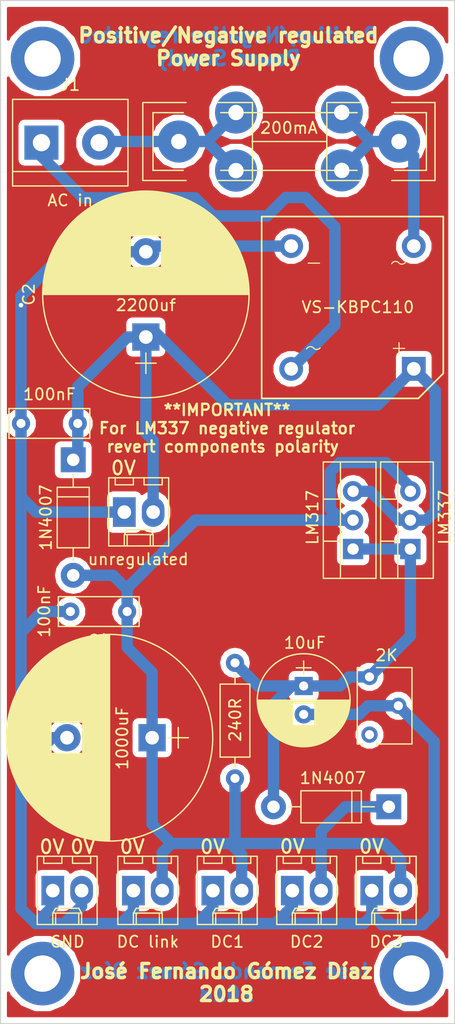
<source format=kicad_pcb>
(kicad_pcb (version 4) (host pcbnew 4.0.7)

  (general
    (links 41)
    (no_connects 0)
    (area 119.749999 52.349999 159.850001 142.450001)
    (thickness 1.6)
    (drawings 16)
    (tracks 134)
    (zones 0)
    (modules 24)
    (nets 9)
  )

  (page A4)
  (layers
    (0 F.Cu signal hide)
    (31 B.Cu signal)
    (32 B.Adhes user)
    (33 F.Adhes user)
    (34 B.Paste user)
    (35 F.Paste user)
    (36 B.SilkS user)
    (37 F.SilkS user)
    (38 B.Mask user)
    (39 F.Mask user)
    (40 Dwgs.User user)
    (41 Cmts.User user)
    (42 Eco1.User user)
    (43 Eco2.User user)
    (44 Edge.Cuts user)
    (45 Margin user)
    (46 B.CrtYd user)
    (47 F.CrtYd user)
    (48 B.Fab user)
    (49 F.Fab user)
  )

  (setup
    (last_trace_width 0.25)
    (user_trace_width 0.5)
    (user_trace_width 1)
    (trace_clearance 0.2)
    (zone_clearance 0.508)
    (zone_45_only yes)
    (trace_min 0.2)
    (segment_width 0.2)
    (edge_width 0.1)
    (via_size 0.6)
    (via_drill 0.4)
    (via_min_size 0.4)
    (via_min_drill 0.3)
    (uvia_size 0.3)
    (uvia_drill 0.1)
    (uvias_allowed no)
    (uvia_min_size 0.2)
    (uvia_min_drill 0.1)
    (pcb_text_width 0.3)
    (pcb_text_size 1.5 1.5)
    (mod_edge_width 0.15)
    (mod_text_size 1 1)
    (mod_text_width 0.15)
    (pad_size 1.5 1.5)
    (pad_drill 0.6)
    (pad_to_mask_clearance 0)
    (aux_axis_origin 0 0)
    (visible_elements 7FFFFFFF)
    (pcbplotparams
      (layerselection 0x010f0_80000001)
      (usegerberextensions true)
      (excludeedgelayer false)
      (linewidth 0.100000)
      (plotframeref false)
      (viasonmask false)
      (mode 1)
      (useauxorigin false)
      (hpglpennumber 1)
      (hpglpenspeed 20)
      (hpglpendiameter 15)
      (hpglpenoverlay 2)
      (psnegative false)
      (psa4output false)
      (plotreference false)
      (plotvalue true)
      (plotinvisibletext false)
      (padsonsilk false)
      (subtractmaskfromsilk false)
      (outputformat 1)
      (mirror false)
      (drillshape 0)
      (scaleselection 1)
      (outputdirectory gerbers/))
  )

  (net 0 "")
  (net 1 "Net-(C1-Pad1)")
  (net 2 "Net-(C1-Pad2)")
  (net 3 "Net-(C3-Pad1)")
  (net 4 "Net-(C4-Pad1)")
  (net 5 "Net-(D1-Pad2)")
  (net 6 "Net-(D1-Pad4)")
  (net 7 "Net-(RV1-Pad3)")
  (net 8 "Net-(F1-Pad2)")

  (net_class Default "This is the default net class."
    (clearance 0.2)
    (trace_width 0.25)
    (via_dia 0.6)
    (via_drill 0.4)
    (uvia_dia 0.3)
    (uvia_drill 0.1)
    (add_net "Net-(C1-Pad1)")
    (add_net "Net-(C1-Pad2)")
    (add_net "Net-(C3-Pad1)")
    (add_net "Net-(C4-Pad1)")
    (add_net "Net-(D1-Pad2)")
    (add_net "Net-(D1-Pad4)")
    (add_net "Net-(F1-Pad2)")
    (add_net "Net-(RV1-Pad3)")
  )

  (module TO_SOT_Packages_THT:TO-220-3_Vertical (layer F.Cu) (tedit 5A942CB8) (tstamp 5A8D8CB0)
    (at 155.9 100.65 90)
    (descr "TO-220-3, Vertical, RM 2.54mm")
    (tags "TO-220-3 Vertical RM 2.54mm")
    (path /5A8C2C60)
    (fp_text reference U2 (at -3.85 0.025 180) (layer F.SilkS) hide
      (effects (font (size 1 1) (thickness 0.15)))
    )
    (fp_text value LM337 (at 2.8 3.025 90) (layer F.SilkS)
      (effects (font (size 1 1) (thickness 0.15)))
    )
    (fp_text user %R (at -3.85 0.05 180) (layer F.Fab) hide
      (effects (font (size 1 1) (thickness 0.15)))
    )
    (fp_line (start -2.46 -2.5) (end -2.46 1.9) (layer F.Fab) (width 0.1))
    (fp_line (start -2.46 1.9) (end 7.54 1.9) (layer F.Fab) (width 0.1))
    (fp_line (start 7.54 1.9) (end 7.54 -2.5) (layer F.Fab) (width 0.1))
    (fp_line (start 7.54 -2.5) (end -2.46 -2.5) (layer F.Fab) (width 0.1))
    (fp_line (start -2.46 -1.23) (end 7.54 -1.23) (layer F.Fab) (width 0.1))
    (fp_line (start 0.69 -2.5) (end 0.69 -1.23) (layer F.Fab) (width 0.1))
    (fp_line (start 4.39 -2.5) (end 4.39 -1.23) (layer F.Fab) (width 0.1))
    (fp_line (start -2.58 -2.62) (end 7.66 -2.62) (layer F.SilkS) (width 0.12))
    (fp_line (start -2.58 2.021) (end 7.66 2.021) (layer F.SilkS) (width 0.12))
    (fp_line (start -2.58 -2.62) (end -2.58 2.021) (layer F.SilkS) (width 0.12))
    (fp_line (start 7.66 -2.62) (end 7.66 2.021) (layer F.SilkS) (width 0.12))
    (fp_line (start -2.58 -1.11) (end 7.66 -1.11) (layer F.SilkS) (width 0.12))
    (fp_line (start 0.69 -2.62) (end 0.69 -1.11) (layer F.SilkS) (width 0.12))
    (fp_line (start 4.391 -2.62) (end 4.391 -1.11) (layer F.SilkS) (width 0.12))
    (fp_line (start -2.71 -2.75) (end -2.71 2.16) (layer F.CrtYd) (width 0.05))
    (fp_line (start -2.71 2.16) (end 7.79 2.16) (layer F.CrtYd) (width 0.05))
    (fp_line (start 7.79 2.16) (end 7.79 -2.75) (layer F.CrtYd) (width 0.05))
    (fp_line (start 7.79 -2.75) (end -2.71 -2.75) (layer F.CrtYd) (width 0.05))
    (pad 1 thru_hole rect (at 0 0 90) (size 1.8 1.8) (drill 1) (layers *.Cu *.Mask)
      (net 3 "Net-(C3-Pad1)"))
    (pad 2 thru_hole oval (at 2.54 0 90) (size 1.8 1.8) (drill 1) (layers *.Cu *.Mask)
      (net 1 "Net-(C1-Pad1)"))
    (pad 3 thru_hole oval (at 5.08 0 90) (size 1.8 1.8) (drill 1) (layers *.Cu *.Mask)
      (net 4 "Net-(C4-Pad1)"))
    (model ${KISYS3DMOD}/TO_SOT_Packages_THT.3dshapes/TO-220_Vertical.wrl
      (at (xyz 0.1 0 0))
      (scale (xyz 0.393701 0.393701 0.393701))
      (rotate (xyz 0 0 0))
    )
  )

  (module TO_SOT_Packages_THT:TO-220-3_Vertical (layer F.Cu) (tedit 5A9576A0) (tstamp 5A8D8CA9)
    (at 150.85 100.65 90)
    (descr "TO-220-3, Vertical, RM 2.54mm")
    (tags "TO-220-3 Vertical RM 2.54mm")
    (path /5A8C35B5)
    (fp_text reference U1 (at -3.675 0.05 180) (layer F.SilkS) hide
      (effects (font (size 1 1) (thickness 0.15)))
    )
    (fp_text value LM317 (at 2.775 -3.575 90) (layer F.SilkS)
      (effects (font (size 1 1) (thickness 0.15)))
    )
    (fp_text user %R (at -3.6 0.05 180) (layer F.Fab) hide
      (effects (font (size 1 1) (thickness 0.15)))
    )
    (fp_line (start -2.46 -2.5) (end -2.46 1.9) (layer F.Fab) (width 0.1))
    (fp_line (start -2.46 1.9) (end 7.54 1.9) (layer F.Fab) (width 0.1))
    (fp_line (start 7.54 1.9) (end 7.54 -2.5) (layer F.Fab) (width 0.1))
    (fp_line (start 7.54 -2.5) (end -2.46 -2.5) (layer F.Fab) (width 0.1))
    (fp_line (start -2.46 -1.23) (end 7.54 -1.23) (layer F.Fab) (width 0.1))
    (fp_line (start 0.69 -2.5) (end 0.69 -1.23) (layer F.Fab) (width 0.1))
    (fp_line (start 4.39 -2.5) (end 4.39 -1.23) (layer F.Fab) (width 0.1))
    (fp_line (start -2.58 -2.62) (end 7.66 -2.62) (layer F.SilkS) (width 0.12))
    (fp_line (start -2.58 2.021) (end 7.66 2.021) (layer F.SilkS) (width 0.12))
    (fp_line (start -2.58 -2.62) (end -2.58 2.021) (layer F.SilkS) (width 0.12))
    (fp_line (start 7.66 -2.62) (end 7.66 2.021) (layer F.SilkS) (width 0.12))
    (fp_line (start -2.58 -1.11) (end 7.66 -1.11) (layer F.SilkS) (width 0.12))
    (fp_line (start 0.69 -2.62) (end 0.69 -1.11) (layer F.SilkS) (width 0.12))
    (fp_line (start 4.391 -2.62) (end 4.391 -1.11) (layer F.SilkS) (width 0.12))
    (fp_line (start -2.71 -2.75) (end -2.71 2.16) (layer F.CrtYd) (width 0.05))
    (fp_line (start -2.71 2.16) (end 7.79 2.16) (layer F.CrtYd) (width 0.05))
    (fp_line (start 7.79 2.16) (end 7.79 -2.75) (layer F.CrtYd) (width 0.05))
    (fp_line (start 7.79 -2.75) (end -2.71 -2.75) (layer F.CrtYd) (width 0.05))
    (pad 1 thru_hole rect (at 0 0 90) (size 1.8 1.8) (drill 1) (layers *.Cu *.Mask)
      (net 3 "Net-(C3-Pad1)"))
    (pad 2 thru_hole oval (at 2.54 0 90) (size 1.8 1.8) (drill 1) (layers *.Cu *.Mask)
      (net 4 "Net-(C4-Pad1)"))
    (pad 3 thru_hole oval (at 5.08 0 90) (size 1.8 1.8) (drill 1) (layers *.Cu *.Mask)
      (net 1 "Net-(C1-Pad1)"))
    (model ${KISYS3DMOD}/TO_SOT_Packages_THT.3dshapes/TO-220_Vertical.wrl
      (at (xyz 0.1 0 0))
      (scale (xyz 0.393701 0.393701 0.393701))
      (rotate (xyz 0 0 0))
    )
  )

  (module Mounting_Holes:MountingHole_3.2mm_M3_DIN965_Pad (layer F.Cu) (tedit 5ADC7985) (tstamp 5A942B68)
    (at 156 57.5)
    (descr "Mounting Hole 3.2mm, M3, DIN965")
    (tags "mounting hole 3.2mm m3 din965")
    (attr virtual)
    (fp_text reference REF** (at 0 -3.8) (layer F.SilkS) hide
      (effects (font (size 1 1) (thickness 0.15)))
    )
    (fp_text value MountingHole_3.2mm_M3_DIN965_Pad (at 0 3.8) (layer F.Fab) hide
      (effects (font (size 1 1) (thickness 0.15)))
    )
    (fp_line (start -2.54 2.54) (end 2.54 -2.54) (layer F.Fab) (width 0.15))
    (fp_line (start -2.54 -2.54) (end 2.54 2.54) (layer F.Fab) (width 0.15))
    (fp_text user %R (at -6.35 0) (layer F.Fab) hide
      (effects (font (size 1 1) (thickness 0.15)))
    )
    (fp_circle (center 0 0) (end 2.8 0) (layer Cmts.User) (width 0.15))
    (fp_circle (center 0 0) (end 3.05 0) (layer F.CrtYd) (width 0.05))
    (pad 1 thru_hole circle (at 0 0) (size 5.6 5.6) (drill 3.2) (layers *.Cu *.Mask))
  )

  (module Mounting_Holes:MountingHole_3.2mm_M3_DIN965_Pad (layer F.Cu) (tedit 5ADC7972) (tstamp 5A942B8F)
    (at 123.5 57.5)
    (descr "Mounting Hole 3.2mm, M3, DIN965")
    (tags "mounting hole 3.2mm m3 din965")
    (attr virtual)
    (fp_text reference REF** (at 0 -3.8) (layer F.SilkS) hide
      (effects (font (size 1 1) (thickness 0.15)))
    )
    (fp_text value MountingHole_3.2mm_M3_DIN965_Pad (at 0 3.8) (layer F.Fab) hide
      (effects (font (size 1 1) (thickness 0.15)))
    )
    (fp_line (start -2.54 2.54) (end 2.54 -2.54) (layer F.Fab) (width 0.15))
    (fp_line (start -2.54 -2.54) (end 2.54 2.54) (layer F.Fab) (width 0.15))
    (fp_text user %R (at -5.08 0) (layer F.Fab) hide
      (effects (font (size 1 1) (thickness 0.15)))
    )
    (fp_circle (center 0 0) (end 2.8 0) (layer Cmts.User) (width 0.15))
    (fp_circle (center 0 0) (end 3.05 0) (layer F.CrtYd) (width 0.05))
    (pad 1 thru_hole circle (at 0 0) (size 5.6 5.6) (drill 3.2) (layers *.Cu *.Mask))
  )

  (module Mounting_Holes:MountingHole_3.2mm_M3_DIN965_Pad (layer F.Cu) (tedit 5ADC7962) (tstamp 5A942BB5)
    (at 123.5 138)
    (descr "Mounting Hole 3.2mm, M3, DIN965")
    (tags "mounting hole 3.2mm m3 din965")
    (attr virtual)
    (fp_text reference REF** (at 0 -3.8) (layer F.SilkS) hide
      (effects (font (size 1 1) (thickness 0.15)))
    )
    (fp_text value MountingHole_3.2mm_M3_DIN965_Pad (at 0 3.8) (layer F.Fab) hide
      (effects (font (size 1 1) (thickness 0.15)))
    )
    (fp_line (start -2.54 2.54) (end 2.54 -2.54) (layer F.Fab) (width 0.15))
    (fp_line (start -2.54 -2.54) (end 2.54 2.54) (layer F.Fab) (width 0.15))
    (fp_text user %R (at -6.35 0) (layer F.Fab) hide
      (effects (font (size 1 1) (thickness 0.15)))
    )
    (fp_circle (center 0 0) (end 2.8 0) (layer Cmts.User) (width 0.15))
    (fp_circle (center 0 0) (end 3.05 0) (layer F.CrtYd) (width 0.05))
    (pad 1 thru_hole circle (at 0 0) (size 5.6 5.6) (drill 3.2) (layers *.Cu *.Mask))
  )

  (module Mounting_Holes:MountingHole_3.2mm_M3_DIN965_Pad (layer F.Cu) (tedit 5ADC794F) (tstamp 5A942BA6)
    (at 156 138)
    (descr "Mounting Hole 3.2mm, M3, DIN965")
    (tags "mounting hole 3.2mm m3 din965")
    (attr virtual)
    (fp_text reference REF** (at 0 -3.8) (layer F.SilkS) hide
      (effects (font (size 1 1) (thickness 0.15)))
    )
    (fp_text value MountingHole_3.2mm_M3_DIN965_Pad (at 0 3.8) (layer F.Fab) hide
      (effects (font (size 1 1) (thickness 0.15)))
    )
    (fp_line (start -2.54 2.54) (end 2.54 -2.54) (layer F.Fab) (width 0.15))
    (fp_line (start -2.54 -2.54) (end 2.54 2.54) (layer F.Fab) (width 0.15))
    (fp_text user %R (at -5.08 0) (layer F.Fab) hide
      (effects (font (size 1 1) (thickness 0.15)))
    )
    (fp_circle (center 0 0) (end 2.8 0) (layer Cmts.User) (width 0.15))
    (fp_circle (center 0 0) (end 3.05 0) (layer F.CrtYd) (width 0.05))
    (pad 1 thru_hole circle (at 0 0) (size 5.6 5.6) (drill 3.2) (layers *.Cu *.Mask))
  )

  (module Diodes_THT:Diode_Bridge_15.7x15.7 (layer F.Cu) (tedit 5A9574D2) (tstamp 5A8D8C65)
    (at 145.4 74)
    (descr "Single phase bridge rectifier case 15.7x15.7")
    (tags "Diode Bridge")
    (path /5A8C2A28)
    (fp_text reference D1 (at 5.6 5.4) (layer F.SilkS) hide
      (effects (font (size 1 1) (thickness 0.15)))
    )
    (fp_text value VS-KBPC110 (at 5.875 5.375) (layer F.SilkS)
      (effects (font (size 1 1) (thickness 0.15)))
    )
    (fp_text user %R (at 5.7 5.423) (layer F.SilkS) hide
      (effects (font (size 1 1) (thickness 0.15)))
    )
    (fp_line (start 9 9) (end 10 9) (layer F.SilkS) (width 0.1))
    (fp_line (start 9.5 8.5) (end 9.5 9.5) (layer F.SilkS) (width 0.1))
    (fp_line (start 2.5 1.5) (end 1.5 1.5) (layer F.SilkS) (width 0.1))
    (fp_line (start 13.75 11.4) (end 11.4 13.75) (layer F.CrtYd) (width 0.05))
    (fp_line (start 11.4 13.75) (end -2.95 13.75) (layer F.CrtYd) (width 0.05))
    (fp_line (start -2.95 13.75) (end -2.95 -2.95) (layer F.CrtYd) (width 0.05))
    (fp_line (start -2.95 -2.95) (end 13.75 -2.95) (layer F.CrtYd) (width 0.05))
    (fp_line (start 13.75 -2.95) (end 13.75 11.4) (layer F.CrtYd) (width 0.05))
    (fp_line (start 13.4 -2.6) (end 13.4 11.2) (layer F.SilkS) (width 0.15))
    (fp_line (start 13.4 11.2) (end 11.2 13.4) (layer F.SilkS) (width 0.15))
    (fp_line (start 11.2 13.4) (end -2.6 13.4) (layer F.SilkS) (width 0.15))
    (fp_line (start -2.6 -2.6) (end 13.4 -2.6) (layer F.SilkS) (width 0.15))
    (fp_line (start -2.6 13.4) (end -2.6 -2.6) (layer F.SilkS) (width 0.15))
    (fp_arc (start 9.2 1.75) (end 8.85 1.55) (angle 100) (layer F.SilkS) (width 0.1))
    (fp_arc (start 9.75 1.2) (end 10.05 1.45) (angle 100) (layer F.SilkS) (width 0.1))
    (fp_arc (start 2.25 8.7) (end 2.55 8.95) (angle 100) (layer F.SilkS) (width 0.1))
    (fp_arc (start 1.7 9.25) (end 1.35 9.05) (angle 100) (layer F.SilkS) (width 0.1))
    (pad 1 thru_hole circle (at 0 0) (size 2.1 2.1) (drill 1.2) (layers *.Cu *.Mask)
      (net 2 "Net-(C1-Pad2)"))
    (pad 2 thru_hole circle (at 0 10.8) (size 2.1 2.1) (drill 1.2) (layers *.Cu *.Mask)
      (net 5 "Net-(D1-Pad2)"))
    (pad 3 thru_hole rect (at 10.8 10.8) (size 2.1 2.1) (drill 1.2) (layers *.Cu *.Mask)
      (net 1 "Net-(C1-Pad1)"))
    (pad 4 thru_hole circle (at 10.8 0) (size 2.1 2.1) (drill 1.2) (layers *.Cu *.Mask)
      (net 6 "Net-(D1-Pad4)"))
  )

  (module Capacitors_THT:C_Rect_L7.0mm_W2.5mm_P5.00mm (layer F.Cu) (tedit 5A942B8D) (tstamp 5A8D8C45)
    (at 126.6 89.6 180)
    (descr "C, Rect series, Radial, pin pitch=5.00mm, , length*width=7*2.5mm^2, Capacitor")
    (tags "C Rect series Radial pin pitch 5.00mm  length 7mm width 2.5mm Capacitor")
    (path /5A8C2B5D)
    (fp_text reference C1 (at 2.5 -2.56 180) (layer F.SilkS) hide
      (effects (font (size 1 1) (thickness 0.15)))
    )
    (fp_text value 100nF (at 2.5 2.56 180) (layer F.SilkS)
      (effects (font (size 1 1) (thickness 0.15)))
    )
    (fp_line (start -1 -1.25) (end -1 1.25) (layer F.Fab) (width 0.1))
    (fp_line (start -1 1.25) (end 6 1.25) (layer F.Fab) (width 0.1))
    (fp_line (start 6 1.25) (end 6 -1.25) (layer F.Fab) (width 0.1))
    (fp_line (start 6 -1.25) (end -1 -1.25) (layer F.Fab) (width 0.1))
    (fp_line (start -1.06 -1.31) (end 6.06 -1.31) (layer F.SilkS) (width 0.12))
    (fp_line (start -1.06 1.31) (end 6.06 1.31) (layer F.SilkS) (width 0.12))
    (fp_line (start -1.06 -1.31) (end -1.06 1.31) (layer F.SilkS) (width 0.12))
    (fp_line (start 6.06 -1.31) (end 6.06 1.31) (layer F.SilkS) (width 0.12))
    (fp_line (start -1.35 -1.6) (end -1.35 1.6) (layer F.CrtYd) (width 0.05))
    (fp_line (start -1.35 1.6) (end 6.35 1.6) (layer F.CrtYd) (width 0.05))
    (fp_line (start 6.35 1.6) (end 6.35 -1.6) (layer F.CrtYd) (width 0.05))
    (fp_line (start 6.35 -1.6) (end -1.35 -1.6) (layer F.CrtYd) (width 0.05))
    (fp_text user %R (at 2.525 -2.525 180) (layer F.Fab) hide
      (effects (font (size 1 1) (thickness 0.15)))
    )
    (pad 1 thru_hole circle (at 0 0 180) (size 1.6 1.6) (drill 0.8) (layers *.Cu *.Mask)
      (net 1 "Net-(C1-Pad1)"))
    (pad 2 thru_hole circle (at 5 0 180) (size 1.6 1.6) (drill 0.8) (layers *.Cu *.Mask)
      (net 2 "Net-(C1-Pad2)"))
    (model ${KISYS3DMOD}/Capacitors_THT.3dshapes/C_Rect_L7.0mm_W2.5mm_P5.00mm.wrl
      (at (xyz 0 0 0))
      (scale (xyz 1 1 1))
      (rotate (xyz 0 0 0))
    )
  )

  (module Capacitors_THT:CP_Radial_D18.0mm_P7.50mm (layer F.Cu) (tedit 5A942B25) (tstamp 5A8D8C4B)
    (at 132.6 82 90)
    (descr "CP, Radial series, Radial, pin pitch=7.50mm, , diameter=18mm, Electrolytic Capacitor")
    (tags "CP Radial series Radial pin pitch 7.50mm  diameter 18mm Electrolytic Capacitor")
    (path /5A8C2B9E)
    (fp_text reference C2 (at 3.75 -10.31 90) (layer F.SilkS)
      (effects (font (size 1 1) (thickness 0.15)))
    )
    (fp_text value 2200uf (at 2.8 0 180) (layer F.SilkS)
      (effects (font (size 1 1) (thickness 0.15)))
    )
    (fp_circle (center 3.75 0) (end 12.75 0) (layer F.Fab) (width 0.1))
    (fp_circle (center 3.75 0) (end 12.84 0) (layer F.SilkS) (width 0.12))
    (fp_line (start -3.2 0) (end -1.4 0) (layer F.Fab) (width 0.1))
    (fp_line (start -2.3 -0.9) (end -2.3 0.9) (layer F.Fab) (width 0.1))
    (fp_line (start 3.75 -9.05) (end 3.75 9.05) (layer F.SilkS) (width 0.12))
    (fp_line (start 3.79 -9.05) (end 3.79 9.05) (layer F.SilkS) (width 0.12))
    (fp_line (start 3.83 -9.05) (end 3.83 9.05) (layer F.SilkS) (width 0.12))
    (fp_line (start 3.87 -9.05) (end 3.87 9.05) (layer F.SilkS) (width 0.12))
    (fp_line (start 3.91 -9.049) (end 3.91 9.049) (layer F.SilkS) (width 0.12))
    (fp_line (start 3.95 -9.048) (end 3.95 9.048) (layer F.SilkS) (width 0.12))
    (fp_line (start 3.99 -9.047) (end 3.99 9.047) (layer F.SilkS) (width 0.12))
    (fp_line (start 4.03 -9.046) (end 4.03 9.046) (layer F.SilkS) (width 0.12))
    (fp_line (start 4.07 -9.045) (end 4.07 9.045) (layer F.SilkS) (width 0.12))
    (fp_line (start 4.11 -9.043) (end 4.11 9.043) (layer F.SilkS) (width 0.12))
    (fp_line (start 4.15 -9.042) (end 4.15 9.042) (layer F.SilkS) (width 0.12))
    (fp_line (start 4.19 -9.04) (end 4.19 9.04) (layer F.SilkS) (width 0.12))
    (fp_line (start 4.23 -9.038) (end 4.23 9.038) (layer F.SilkS) (width 0.12))
    (fp_line (start 4.27 -9.036) (end 4.27 9.036) (layer F.SilkS) (width 0.12))
    (fp_line (start 4.31 -9.033) (end 4.31 9.033) (layer F.SilkS) (width 0.12))
    (fp_line (start 4.35 -9.031) (end 4.35 9.031) (layer F.SilkS) (width 0.12))
    (fp_line (start 4.39 -9.028) (end 4.39 9.028) (layer F.SilkS) (width 0.12))
    (fp_line (start 4.43 -9.025) (end 4.43 9.025) (layer F.SilkS) (width 0.12))
    (fp_line (start 4.471 -9.022) (end 4.471 9.022) (layer F.SilkS) (width 0.12))
    (fp_line (start 4.511 -9.019) (end 4.511 9.019) (layer F.SilkS) (width 0.12))
    (fp_line (start 4.551 -9.015) (end 4.551 9.015) (layer F.SilkS) (width 0.12))
    (fp_line (start 4.591 -9.012) (end 4.591 9.012) (layer F.SilkS) (width 0.12))
    (fp_line (start 4.631 -9.008) (end 4.631 9.008) (layer F.SilkS) (width 0.12))
    (fp_line (start 4.671 -9.004) (end 4.671 9.004) (layer F.SilkS) (width 0.12))
    (fp_line (start 4.711 -9) (end 4.711 9) (layer F.SilkS) (width 0.12))
    (fp_line (start 4.751 -8.995) (end 4.751 8.995) (layer F.SilkS) (width 0.12))
    (fp_line (start 4.791 -8.991) (end 4.791 8.991) (layer F.SilkS) (width 0.12))
    (fp_line (start 4.831 -8.986) (end 4.831 8.986) (layer F.SilkS) (width 0.12))
    (fp_line (start 4.871 -8.981) (end 4.871 8.981) (layer F.SilkS) (width 0.12))
    (fp_line (start 4.911 -8.976) (end 4.911 8.976) (layer F.SilkS) (width 0.12))
    (fp_line (start 4.951 -8.971) (end 4.951 8.971) (layer F.SilkS) (width 0.12))
    (fp_line (start 4.991 -8.966) (end 4.991 8.966) (layer F.SilkS) (width 0.12))
    (fp_line (start 5.031 -8.96) (end 5.031 8.96) (layer F.SilkS) (width 0.12))
    (fp_line (start 5.071 -8.954) (end 5.071 8.954) (layer F.SilkS) (width 0.12))
    (fp_line (start 5.111 -8.948) (end 5.111 8.948) (layer F.SilkS) (width 0.12))
    (fp_line (start 5.151 -8.942) (end 5.151 8.942) (layer F.SilkS) (width 0.12))
    (fp_line (start 5.191 -8.936) (end 5.191 8.936) (layer F.SilkS) (width 0.12))
    (fp_line (start 5.231 -8.929) (end 5.231 8.929) (layer F.SilkS) (width 0.12))
    (fp_line (start 5.271 -8.923) (end 5.271 8.923) (layer F.SilkS) (width 0.12))
    (fp_line (start 5.311 -8.916) (end 5.311 8.916) (layer F.SilkS) (width 0.12))
    (fp_line (start 5.351 -8.909) (end 5.351 8.909) (layer F.SilkS) (width 0.12))
    (fp_line (start 5.391 -8.901) (end 5.391 8.901) (layer F.SilkS) (width 0.12))
    (fp_line (start 5.431 -8.894) (end 5.431 8.894) (layer F.SilkS) (width 0.12))
    (fp_line (start 5.471 -8.886) (end 5.471 8.886) (layer F.SilkS) (width 0.12))
    (fp_line (start 5.511 -8.878) (end 5.511 8.878) (layer F.SilkS) (width 0.12))
    (fp_line (start 5.551 -8.87) (end 5.551 8.87) (layer F.SilkS) (width 0.12))
    (fp_line (start 5.591 -8.862) (end 5.591 8.862) (layer F.SilkS) (width 0.12))
    (fp_line (start 5.631 -8.854) (end 5.631 8.854) (layer F.SilkS) (width 0.12))
    (fp_line (start 5.671 -8.845) (end 5.671 8.845) (layer F.SilkS) (width 0.12))
    (fp_line (start 5.711 -8.837) (end 5.711 8.837) (layer F.SilkS) (width 0.12))
    (fp_line (start 5.751 -8.828) (end 5.751 8.828) (layer F.SilkS) (width 0.12))
    (fp_line (start 5.791 -8.819) (end 5.791 8.819) (layer F.SilkS) (width 0.12))
    (fp_line (start 5.831 -8.809) (end 5.831 8.809) (layer F.SilkS) (width 0.12))
    (fp_line (start 5.871 -8.8) (end 5.871 8.8) (layer F.SilkS) (width 0.12))
    (fp_line (start 5.911 -8.79) (end 5.911 8.79) (layer F.SilkS) (width 0.12))
    (fp_line (start 5.951 -8.78) (end 5.951 8.78) (layer F.SilkS) (width 0.12))
    (fp_line (start 5.991 -8.77) (end 5.991 8.77) (layer F.SilkS) (width 0.12))
    (fp_line (start 6.031 -8.76) (end 6.031 8.76) (layer F.SilkS) (width 0.12))
    (fp_line (start 6.071 -8.749) (end 6.071 8.749) (layer F.SilkS) (width 0.12))
    (fp_line (start 6.111 -8.739) (end 6.111 8.739) (layer F.SilkS) (width 0.12))
    (fp_line (start 6.151 -8.728) (end 6.151 -1.38) (layer F.SilkS) (width 0.12))
    (fp_line (start 6.151 1.38) (end 6.151 8.728) (layer F.SilkS) (width 0.12))
    (fp_line (start 6.191 -8.717) (end 6.191 -1.38) (layer F.SilkS) (width 0.12))
    (fp_line (start 6.191 1.38) (end 6.191 8.717) (layer F.SilkS) (width 0.12))
    (fp_line (start 6.231 -8.706) (end 6.231 -1.38) (layer F.SilkS) (width 0.12))
    (fp_line (start 6.231 1.38) (end 6.231 8.706) (layer F.SilkS) (width 0.12))
    (fp_line (start 6.271 -8.694) (end 6.271 -1.38) (layer F.SilkS) (width 0.12))
    (fp_line (start 6.271 1.38) (end 6.271 8.694) (layer F.SilkS) (width 0.12))
    (fp_line (start 6.311 -8.683) (end 6.311 -1.38) (layer F.SilkS) (width 0.12))
    (fp_line (start 6.311 1.38) (end 6.311 8.683) (layer F.SilkS) (width 0.12))
    (fp_line (start 6.351 -8.671) (end 6.351 -1.38) (layer F.SilkS) (width 0.12))
    (fp_line (start 6.351 1.38) (end 6.351 8.671) (layer F.SilkS) (width 0.12))
    (fp_line (start 6.391 -8.659) (end 6.391 -1.38) (layer F.SilkS) (width 0.12))
    (fp_line (start 6.391 1.38) (end 6.391 8.659) (layer F.SilkS) (width 0.12))
    (fp_line (start 6.431 -8.646) (end 6.431 -1.38) (layer F.SilkS) (width 0.12))
    (fp_line (start 6.431 1.38) (end 6.431 8.646) (layer F.SilkS) (width 0.12))
    (fp_line (start 6.471 -8.634) (end 6.471 -1.38) (layer F.SilkS) (width 0.12))
    (fp_line (start 6.471 1.38) (end 6.471 8.634) (layer F.SilkS) (width 0.12))
    (fp_line (start 6.511 -8.621) (end 6.511 -1.38) (layer F.SilkS) (width 0.12))
    (fp_line (start 6.511 1.38) (end 6.511 8.621) (layer F.SilkS) (width 0.12))
    (fp_line (start 6.551 -8.609) (end 6.551 -1.38) (layer F.SilkS) (width 0.12))
    (fp_line (start 6.551 1.38) (end 6.551 8.609) (layer F.SilkS) (width 0.12))
    (fp_line (start 6.591 -8.595) (end 6.591 -1.38) (layer F.SilkS) (width 0.12))
    (fp_line (start 6.591 1.38) (end 6.591 8.595) (layer F.SilkS) (width 0.12))
    (fp_line (start 6.631 -8.582) (end 6.631 -1.38) (layer F.SilkS) (width 0.12))
    (fp_line (start 6.631 1.38) (end 6.631 8.582) (layer F.SilkS) (width 0.12))
    (fp_line (start 6.671 -8.569) (end 6.671 -1.38) (layer F.SilkS) (width 0.12))
    (fp_line (start 6.671 1.38) (end 6.671 8.569) (layer F.SilkS) (width 0.12))
    (fp_line (start 6.711 -8.555) (end 6.711 -1.38) (layer F.SilkS) (width 0.12))
    (fp_line (start 6.711 1.38) (end 6.711 8.555) (layer F.SilkS) (width 0.12))
    (fp_line (start 6.751 -8.541) (end 6.751 -1.38) (layer F.SilkS) (width 0.12))
    (fp_line (start 6.751 1.38) (end 6.751 8.541) (layer F.SilkS) (width 0.12))
    (fp_line (start 6.791 -8.527) (end 6.791 -1.38) (layer F.SilkS) (width 0.12))
    (fp_line (start 6.791 1.38) (end 6.791 8.527) (layer F.SilkS) (width 0.12))
    (fp_line (start 6.831 -8.513) (end 6.831 -1.38) (layer F.SilkS) (width 0.12))
    (fp_line (start 6.831 1.38) (end 6.831 8.513) (layer F.SilkS) (width 0.12))
    (fp_line (start 6.871 -8.498) (end 6.871 -1.38) (layer F.SilkS) (width 0.12))
    (fp_line (start 6.871 1.38) (end 6.871 8.498) (layer F.SilkS) (width 0.12))
    (fp_line (start 6.911 -8.484) (end 6.911 -1.38) (layer F.SilkS) (width 0.12))
    (fp_line (start 6.911 1.38) (end 6.911 8.484) (layer F.SilkS) (width 0.12))
    (fp_line (start 6.951 -8.469) (end 6.951 -1.38) (layer F.SilkS) (width 0.12))
    (fp_line (start 6.951 1.38) (end 6.951 8.469) (layer F.SilkS) (width 0.12))
    (fp_line (start 6.991 -8.453) (end 6.991 -1.38) (layer F.SilkS) (width 0.12))
    (fp_line (start 6.991 1.38) (end 6.991 8.453) (layer F.SilkS) (width 0.12))
    (fp_line (start 7.031 -8.438) (end 7.031 -1.38) (layer F.SilkS) (width 0.12))
    (fp_line (start 7.031 1.38) (end 7.031 8.438) (layer F.SilkS) (width 0.12))
    (fp_line (start 7.071 -8.423) (end 7.071 -1.38) (layer F.SilkS) (width 0.12))
    (fp_line (start 7.071 1.38) (end 7.071 8.423) (layer F.SilkS) (width 0.12))
    (fp_line (start 7.111 -8.407) (end 7.111 -1.38) (layer F.SilkS) (width 0.12))
    (fp_line (start 7.111 1.38) (end 7.111 8.407) (layer F.SilkS) (width 0.12))
    (fp_line (start 7.151 -8.391) (end 7.151 -1.38) (layer F.SilkS) (width 0.12))
    (fp_line (start 7.151 1.38) (end 7.151 8.391) (layer F.SilkS) (width 0.12))
    (fp_line (start 7.191 -8.374) (end 7.191 -1.38) (layer F.SilkS) (width 0.12))
    (fp_line (start 7.191 1.38) (end 7.191 8.374) (layer F.SilkS) (width 0.12))
    (fp_line (start 7.231 -8.358) (end 7.231 -1.38) (layer F.SilkS) (width 0.12))
    (fp_line (start 7.231 1.38) (end 7.231 8.358) (layer F.SilkS) (width 0.12))
    (fp_line (start 7.271 -8.341) (end 7.271 -1.38) (layer F.SilkS) (width 0.12))
    (fp_line (start 7.271 1.38) (end 7.271 8.341) (layer F.SilkS) (width 0.12))
    (fp_line (start 7.311 -8.324) (end 7.311 -1.38) (layer F.SilkS) (width 0.12))
    (fp_line (start 7.311 1.38) (end 7.311 8.324) (layer F.SilkS) (width 0.12))
    (fp_line (start 7.351 -8.307) (end 7.351 -1.38) (layer F.SilkS) (width 0.12))
    (fp_line (start 7.351 1.38) (end 7.351 8.307) (layer F.SilkS) (width 0.12))
    (fp_line (start 7.391 -8.29) (end 7.391 -1.38) (layer F.SilkS) (width 0.12))
    (fp_line (start 7.391 1.38) (end 7.391 8.29) (layer F.SilkS) (width 0.12))
    (fp_line (start 7.431 -8.272) (end 7.431 -1.38) (layer F.SilkS) (width 0.12))
    (fp_line (start 7.431 1.38) (end 7.431 8.272) (layer F.SilkS) (width 0.12))
    (fp_line (start 7.471 -8.254) (end 7.471 -1.38) (layer F.SilkS) (width 0.12))
    (fp_line (start 7.471 1.38) (end 7.471 8.254) (layer F.SilkS) (width 0.12))
    (fp_line (start 7.511 -8.236) (end 7.511 -1.38) (layer F.SilkS) (width 0.12))
    (fp_line (start 7.511 1.38) (end 7.511 8.236) (layer F.SilkS) (width 0.12))
    (fp_line (start 7.551 -8.218) (end 7.551 -1.38) (layer F.SilkS) (width 0.12))
    (fp_line (start 7.551 1.38) (end 7.551 8.218) (layer F.SilkS) (width 0.12))
    (fp_line (start 7.591 -8.2) (end 7.591 -1.38) (layer F.SilkS) (width 0.12))
    (fp_line (start 7.591 1.38) (end 7.591 8.2) (layer F.SilkS) (width 0.12))
    (fp_line (start 7.631 -8.181) (end 7.631 -1.38) (layer F.SilkS) (width 0.12))
    (fp_line (start 7.631 1.38) (end 7.631 8.181) (layer F.SilkS) (width 0.12))
    (fp_line (start 7.671 -8.162) (end 7.671 -1.38) (layer F.SilkS) (width 0.12))
    (fp_line (start 7.671 1.38) (end 7.671 8.162) (layer F.SilkS) (width 0.12))
    (fp_line (start 7.711 -8.143) (end 7.711 -1.38) (layer F.SilkS) (width 0.12))
    (fp_line (start 7.711 1.38) (end 7.711 8.143) (layer F.SilkS) (width 0.12))
    (fp_line (start 7.751 -8.123) (end 7.751 -1.38) (layer F.SilkS) (width 0.12))
    (fp_line (start 7.751 1.38) (end 7.751 8.123) (layer F.SilkS) (width 0.12))
    (fp_line (start 7.791 -8.103) (end 7.791 -1.38) (layer F.SilkS) (width 0.12))
    (fp_line (start 7.791 1.38) (end 7.791 8.103) (layer F.SilkS) (width 0.12))
    (fp_line (start 7.831 -8.083) (end 7.831 -1.38) (layer F.SilkS) (width 0.12))
    (fp_line (start 7.831 1.38) (end 7.831 8.083) (layer F.SilkS) (width 0.12))
    (fp_line (start 7.871 -8.063) (end 7.871 -1.38) (layer F.SilkS) (width 0.12))
    (fp_line (start 7.871 1.38) (end 7.871 8.063) (layer F.SilkS) (width 0.12))
    (fp_line (start 7.911 -8.043) (end 7.911 -1.38) (layer F.SilkS) (width 0.12))
    (fp_line (start 7.911 1.38) (end 7.911 8.043) (layer F.SilkS) (width 0.12))
    (fp_line (start 7.951 -8.022) (end 7.951 -1.38) (layer F.SilkS) (width 0.12))
    (fp_line (start 7.951 1.38) (end 7.951 8.022) (layer F.SilkS) (width 0.12))
    (fp_line (start 7.991 -8.001) (end 7.991 -1.38) (layer F.SilkS) (width 0.12))
    (fp_line (start 7.991 1.38) (end 7.991 8.001) (layer F.SilkS) (width 0.12))
    (fp_line (start 8.031 -7.98) (end 8.031 -1.38) (layer F.SilkS) (width 0.12))
    (fp_line (start 8.031 1.38) (end 8.031 7.98) (layer F.SilkS) (width 0.12))
    (fp_line (start 8.071 -7.958) (end 8.071 -1.38) (layer F.SilkS) (width 0.12))
    (fp_line (start 8.071 1.38) (end 8.071 7.958) (layer F.SilkS) (width 0.12))
    (fp_line (start 8.111 -7.937) (end 8.111 -1.38) (layer F.SilkS) (width 0.12))
    (fp_line (start 8.111 1.38) (end 8.111 7.937) (layer F.SilkS) (width 0.12))
    (fp_line (start 8.151 -7.915) (end 8.151 -1.38) (layer F.SilkS) (width 0.12))
    (fp_line (start 8.151 1.38) (end 8.151 7.915) (layer F.SilkS) (width 0.12))
    (fp_line (start 8.191 -7.892) (end 8.191 -1.38) (layer F.SilkS) (width 0.12))
    (fp_line (start 8.191 1.38) (end 8.191 7.892) (layer F.SilkS) (width 0.12))
    (fp_line (start 8.231 -7.87) (end 8.231 -1.38) (layer F.SilkS) (width 0.12))
    (fp_line (start 8.231 1.38) (end 8.231 7.87) (layer F.SilkS) (width 0.12))
    (fp_line (start 8.271 -7.847) (end 8.271 -1.38) (layer F.SilkS) (width 0.12))
    (fp_line (start 8.271 1.38) (end 8.271 7.847) (layer F.SilkS) (width 0.12))
    (fp_line (start 8.311 -7.824) (end 8.311 -1.38) (layer F.SilkS) (width 0.12))
    (fp_line (start 8.311 1.38) (end 8.311 7.824) (layer F.SilkS) (width 0.12))
    (fp_line (start 8.351 -7.801) (end 8.351 -1.38) (layer F.SilkS) (width 0.12))
    (fp_line (start 8.351 1.38) (end 8.351 7.801) (layer F.SilkS) (width 0.12))
    (fp_line (start 8.391 -7.777) (end 8.391 -1.38) (layer F.SilkS) (width 0.12))
    (fp_line (start 8.391 1.38) (end 8.391 7.777) (layer F.SilkS) (width 0.12))
    (fp_line (start 8.431 -7.753) (end 8.431 -1.38) (layer F.SilkS) (width 0.12))
    (fp_line (start 8.431 1.38) (end 8.431 7.753) (layer F.SilkS) (width 0.12))
    (fp_line (start 8.471 -7.729) (end 8.471 -1.38) (layer F.SilkS) (width 0.12))
    (fp_line (start 8.471 1.38) (end 8.471 7.729) (layer F.SilkS) (width 0.12))
    (fp_line (start 8.511 -7.705) (end 8.511 -1.38) (layer F.SilkS) (width 0.12))
    (fp_line (start 8.511 1.38) (end 8.511 7.705) (layer F.SilkS) (width 0.12))
    (fp_line (start 8.551 -7.68) (end 8.551 -1.38) (layer F.SilkS) (width 0.12))
    (fp_line (start 8.551 1.38) (end 8.551 7.68) (layer F.SilkS) (width 0.12))
    (fp_line (start 8.591 -7.655) (end 8.591 -1.38) (layer F.SilkS) (width 0.12))
    (fp_line (start 8.591 1.38) (end 8.591 7.655) (layer F.SilkS) (width 0.12))
    (fp_line (start 8.631 -7.63) (end 8.631 -1.38) (layer F.SilkS) (width 0.12))
    (fp_line (start 8.631 1.38) (end 8.631 7.63) (layer F.SilkS) (width 0.12))
    (fp_line (start 8.671 -7.604) (end 8.671 -1.38) (layer F.SilkS) (width 0.12))
    (fp_line (start 8.671 1.38) (end 8.671 7.604) (layer F.SilkS) (width 0.12))
    (fp_line (start 8.711 -7.578) (end 8.711 -1.38) (layer F.SilkS) (width 0.12))
    (fp_line (start 8.711 1.38) (end 8.711 7.578) (layer F.SilkS) (width 0.12))
    (fp_line (start 8.751 -7.552) (end 8.751 -1.38) (layer F.SilkS) (width 0.12))
    (fp_line (start 8.751 1.38) (end 8.751 7.552) (layer F.SilkS) (width 0.12))
    (fp_line (start 8.791 -7.525) (end 8.791 -1.38) (layer F.SilkS) (width 0.12))
    (fp_line (start 8.791 1.38) (end 8.791 7.525) (layer F.SilkS) (width 0.12))
    (fp_line (start 8.831 -7.499) (end 8.831 -1.38) (layer F.SilkS) (width 0.12))
    (fp_line (start 8.831 1.38) (end 8.831 7.499) (layer F.SilkS) (width 0.12))
    (fp_line (start 8.871 -7.471) (end 8.871 -1.38) (layer F.SilkS) (width 0.12))
    (fp_line (start 8.871 1.38) (end 8.871 7.471) (layer F.SilkS) (width 0.12))
    (fp_line (start 8.911 -7.444) (end 8.911 7.444) (layer F.SilkS) (width 0.12))
    (fp_line (start 8.951 -7.416) (end 8.951 7.416) (layer F.SilkS) (width 0.12))
    (fp_line (start 8.991 -7.388) (end 8.991 7.388) (layer F.SilkS) (width 0.12))
    (fp_line (start 9.031 -7.36) (end 9.031 7.36) (layer F.SilkS) (width 0.12))
    (fp_line (start 9.071 -7.331) (end 9.071 7.331) (layer F.SilkS) (width 0.12))
    (fp_line (start 9.111 -7.302) (end 9.111 7.302) (layer F.SilkS) (width 0.12))
    (fp_line (start 9.151 -7.273) (end 9.151 7.273) (layer F.SilkS) (width 0.12))
    (fp_line (start 9.191 -7.243) (end 9.191 7.243) (layer F.SilkS) (width 0.12))
    (fp_line (start 9.231 -7.213) (end 9.231 7.213) (layer F.SilkS) (width 0.12))
    (fp_line (start 9.271 -7.183) (end 9.271 7.183) (layer F.SilkS) (width 0.12))
    (fp_line (start 9.311 -7.152) (end 9.311 7.152) (layer F.SilkS) (width 0.12))
    (fp_line (start 9.351 -7.121) (end 9.351 7.121) (layer F.SilkS) (width 0.12))
    (fp_line (start 9.391 -7.089) (end 9.391 7.089) (layer F.SilkS) (width 0.12))
    (fp_line (start 9.431 -7.057) (end 9.431 7.057) (layer F.SilkS) (width 0.12))
    (fp_line (start 9.471 -7.025) (end 9.471 7.025) (layer F.SilkS) (width 0.12))
    (fp_line (start 9.511 -6.993) (end 9.511 6.993) (layer F.SilkS) (width 0.12))
    (fp_line (start 9.551 -6.96) (end 9.551 6.96) (layer F.SilkS) (width 0.12))
    (fp_line (start 9.591 -6.926) (end 9.591 6.926) (layer F.SilkS) (width 0.12))
    (fp_line (start 9.631 -6.893) (end 9.631 6.893) (layer F.SilkS) (width 0.12))
    (fp_line (start 9.671 -6.858) (end 9.671 6.858) (layer F.SilkS) (width 0.12))
    (fp_line (start 9.711 -6.824) (end 9.711 6.824) (layer F.SilkS) (width 0.12))
    (fp_line (start 9.751 -6.789) (end 9.751 6.789) (layer F.SilkS) (width 0.12))
    (fp_line (start 9.791 -6.754) (end 9.791 6.754) (layer F.SilkS) (width 0.12))
    (fp_line (start 9.831 -6.718) (end 9.831 6.718) (layer F.SilkS) (width 0.12))
    (fp_line (start 9.871 -6.682) (end 9.871 6.682) (layer F.SilkS) (width 0.12))
    (fp_line (start 9.911 -6.645) (end 9.911 6.645) (layer F.SilkS) (width 0.12))
    (fp_line (start 9.951 -6.608) (end 9.951 6.608) (layer F.SilkS) (width 0.12))
    (fp_line (start 9.991 -6.57) (end 9.991 6.57) (layer F.SilkS) (width 0.12))
    (fp_line (start 10.031 -6.532) (end 10.031 6.532) (layer F.SilkS) (width 0.12))
    (fp_line (start 10.071 -6.494) (end 10.071 6.494) (layer F.SilkS) (width 0.12))
    (fp_line (start 10.111 -6.455) (end 10.111 6.455) (layer F.SilkS) (width 0.12))
    (fp_line (start 10.151 -6.416) (end 10.151 6.416) (layer F.SilkS) (width 0.12))
    (fp_line (start 10.191 -6.376) (end 10.191 6.376) (layer F.SilkS) (width 0.12))
    (fp_line (start 10.231 -6.335) (end 10.231 6.335) (layer F.SilkS) (width 0.12))
    (fp_line (start 10.271 -6.294) (end 10.271 6.294) (layer F.SilkS) (width 0.12))
    (fp_line (start 10.311 -6.253) (end 10.311 6.253) (layer F.SilkS) (width 0.12))
    (fp_line (start 10.351 -6.211) (end 10.351 6.211) (layer F.SilkS) (width 0.12))
    (fp_line (start 10.391 -6.168) (end 10.391 6.168) (layer F.SilkS) (width 0.12))
    (fp_line (start 10.431 -6.125) (end 10.431 6.125) (layer F.SilkS) (width 0.12))
    (fp_line (start 10.471 -6.082) (end 10.471 6.082) (layer F.SilkS) (width 0.12))
    (fp_line (start 10.511 -6.038) (end 10.511 6.038) (layer F.SilkS) (width 0.12))
    (fp_line (start 10.551 -5.993) (end 10.551 5.993) (layer F.SilkS) (width 0.12))
    (fp_line (start 10.591 -5.947) (end 10.591 5.947) (layer F.SilkS) (width 0.12))
    (fp_line (start 10.631 -5.901) (end 10.631 5.901) (layer F.SilkS) (width 0.12))
    (fp_line (start 10.671 -5.855) (end 10.671 5.855) (layer F.SilkS) (width 0.12))
    (fp_line (start 10.711 -5.807) (end 10.711 5.807) (layer F.SilkS) (width 0.12))
    (fp_line (start 10.751 -5.759) (end 10.751 5.759) (layer F.SilkS) (width 0.12))
    (fp_line (start 10.791 -5.711) (end 10.791 5.711) (layer F.SilkS) (width 0.12))
    (fp_line (start 10.831 -5.662) (end 10.831 5.662) (layer F.SilkS) (width 0.12))
    (fp_line (start 10.871 -5.611) (end 10.871 5.611) (layer F.SilkS) (width 0.12))
    (fp_line (start 10.911 -5.561) (end 10.911 5.561) (layer F.SilkS) (width 0.12))
    (fp_line (start 10.951 -5.509) (end 10.951 5.509) (layer F.SilkS) (width 0.12))
    (fp_line (start 10.991 -5.457) (end 10.991 5.457) (layer F.SilkS) (width 0.12))
    (fp_line (start 11.031 -5.404) (end 11.031 5.404) (layer F.SilkS) (width 0.12))
    (fp_line (start 11.071 -5.35) (end 11.071 5.35) (layer F.SilkS) (width 0.12))
    (fp_line (start 11.111 -5.295) (end 11.111 5.295) (layer F.SilkS) (width 0.12))
    (fp_line (start 11.151 -5.24) (end 11.151 5.24) (layer F.SilkS) (width 0.12))
    (fp_line (start 11.191 -5.183) (end 11.191 5.183) (layer F.SilkS) (width 0.12))
    (fp_line (start 11.231 -5.126) (end 11.231 5.126) (layer F.SilkS) (width 0.12))
    (fp_line (start 11.271 -5.067) (end 11.271 5.067) (layer F.SilkS) (width 0.12))
    (fp_line (start 11.311 -5.008) (end 11.311 5.008) (layer F.SilkS) (width 0.12))
    (fp_line (start 11.351 -4.947) (end 11.351 4.947) (layer F.SilkS) (width 0.12))
    (fp_line (start 11.391 -4.886) (end 11.391 4.886) (layer F.SilkS) (width 0.12))
    (fp_line (start 11.431 -4.823) (end 11.431 4.823) (layer F.SilkS) (width 0.12))
    (fp_line (start 11.471 -4.759) (end 11.471 4.759) (layer F.SilkS) (width 0.12))
    (fp_line (start 11.511 -4.694) (end 11.511 4.694) (layer F.SilkS) (width 0.12))
    (fp_line (start 11.551 -4.628) (end 11.551 4.628) (layer F.SilkS) (width 0.12))
    (fp_line (start 11.591 -4.561) (end 11.591 4.561) (layer F.SilkS) (width 0.12))
    (fp_line (start 11.631 -4.492) (end 11.631 4.492) (layer F.SilkS) (width 0.12))
    (fp_line (start 11.671 -4.422) (end 11.671 4.422) (layer F.SilkS) (width 0.12))
    (fp_line (start 11.711 -4.35) (end 11.711 4.35) (layer F.SilkS) (width 0.12))
    (fp_line (start 11.751 -4.277) (end 11.751 4.277) (layer F.SilkS) (width 0.12))
    (fp_line (start 11.791 -4.202) (end 11.791 4.202) (layer F.SilkS) (width 0.12))
    (fp_line (start 11.831 -4.125) (end 11.831 4.125) (layer F.SilkS) (width 0.12))
    (fp_line (start 11.871 -4.046) (end 11.871 4.046) (layer F.SilkS) (width 0.12))
    (fp_line (start 11.911 -3.966) (end 11.911 3.966) (layer F.SilkS) (width 0.12))
    (fp_line (start 11.95 -3.883) (end 11.95 3.883) (layer F.SilkS) (width 0.12))
    (fp_line (start 11.99 -3.799) (end 11.99 3.799) (layer F.SilkS) (width 0.12))
    (fp_line (start 12.03 -3.711) (end 12.03 3.711) (layer F.SilkS) (width 0.12))
    (fp_line (start 12.07 -3.622) (end 12.07 3.622) (layer F.SilkS) (width 0.12))
    (fp_line (start 12.11 -3.53) (end 12.11 3.53) (layer F.SilkS) (width 0.12))
    (fp_line (start 12.15 -3.434) (end 12.15 3.434) (layer F.SilkS) (width 0.12))
    (fp_line (start 12.19 -3.336) (end 12.19 3.336) (layer F.SilkS) (width 0.12))
    (fp_line (start 12.23 -3.234) (end 12.23 3.234) (layer F.SilkS) (width 0.12))
    (fp_line (start 12.27 -3.129) (end 12.27 3.129) (layer F.SilkS) (width 0.12))
    (fp_line (start 12.31 -3.019) (end 12.31 3.019) (layer F.SilkS) (width 0.12))
    (fp_line (start 12.35 -2.905) (end 12.35 2.905) (layer F.SilkS) (width 0.12))
    (fp_line (start 12.39 -2.785) (end 12.39 2.785) (layer F.SilkS) (width 0.12))
    (fp_line (start 12.43 -2.66) (end 12.43 2.66) (layer F.SilkS) (width 0.12))
    (fp_line (start 12.47 -2.528) (end 12.47 2.528) (layer F.SilkS) (width 0.12))
    (fp_line (start 12.51 -2.388) (end 12.51 2.388) (layer F.SilkS) (width 0.12))
    (fp_line (start 12.55 -2.238) (end 12.55 2.238) (layer F.SilkS) (width 0.12))
    (fp_line (start 12.59 -2.078) (end 12.59 2.078) (layer F.SilkS) (width 0.12))
    (fp_line (start 12.63 -1.903) (end 12.63 1.903) (layer F.SilkS) (width 0.12))
    (fp_line (start 12.67 -1.71) (end 12.67 1.71) (layer F.SilkS) (width 0.12))
    (fp_line (start 12.71 -1.492) (end 12.71 1.492) (layer F.SilkS) (width 0.12))
    (fp_line (start 12.75 -1.236) (end 12.75 1.236) (layer F.SilkS) (width 0.12))
    (fp_line (start 12.79 -0.913) (end 12.79 0.913) (layer F.SilkS) (width 0.12))
    (fp_line (start 12.83 -0.387) (end 12.83 0.387) (layer F.SilkS) (width 0.12))
    (fp_line (start -3.2 0) (end -1.4 0) (layer F.SilkS) (width 0.12))
    (fp_line (start -2.3 -0.9) (end -2.3 0.9) (layer F.SilkS) (width 0.12))
    (fp_line (start -5.6 -9.35) (end -5.6 9.35) (layer F.CrtYd) (width 0.05))
    (fp_line (start -5.6 9.35) (end 13.1 9.35) (layer F.CrtYd) (width 0.05))
    (fp_line (start 13.1 9.35) (end 13.1 -9.35) (layer F.CrtYd) (width 0.05))
    (fp_line (start 13.1 -9.35) (end -5.6 -9.35) (layer F.CrtYd) (width 0.05))
    (fp_text user %R (at 3.8 -6 90) (layer F.Fab) hide
      (effects (font (size 1 1) (thickness 0.15)))
    )
    (pad 1 thru_hole rect (at 0 0 90) (size 2.4 2.4) (drill 1.2) (layers *.Cu *.Mask)
      (net 1 "Net-(C1-Pad1)"))
    (pad 2 thru_hole circle (at 7.5 0 90) (size 2.4 2.4) (drill 1.2) (layers *.Cu *.Mask)
      (net 2 "Net-(C1-Pad2)"))
    (model ${KISYS3DMOD}/Capacitors_THT.3dshapes/CP_Radial_D18.0mm_P7.50mm.wrl
      (at (xyz 0 0 0))
      (scale (xyz 1 1 1))
      (rotate (xyz 0 0 0))
    )
  )

  (module Capacitors_THT:CP_Radial_D8.0mm_P2.50mm (layer F.Cu) (tedit 5A942D8A) (tstamp 5A8D8C51)
    (at 146.5 112.7 270)
    (descr "CP, Radial series, Radial, pin pitch=2.50mm, , diameter=8mm, Electrolytic Capacitor")
    (tags "CP Radial series Radial pin pitch 2.50mm  diameter 8mm Electrolytic Capacitor")
    (path /5A8C3C01)
    (fp_text reference C3 (at 6.55 -0.025 360) (layer F.SilkS) hide
      (effects (font (size 1 1) (thickness 0.15)))
    )
    (fp_text value 10uF (at -3.8 -0.1 360) (layer F.SilkS)
      (effects (font (size 1 1) (thickness 0.15)))
    )
    (fp_circle (center 1.25 0) (end 5.25 0) (layer F.Fab) (width 0.1))
    (fp_circle (center 1.25 0) (end 5.34 0) (layer F.SilkS) (width 0.12))
    (fp_line (start -2.2 0) (end -1 0) (layer F.Fab) (width 0.1))
    (fp_line (start -1.6 -0.65) (end -1.6 0.65) (layer F.Fab) (width 0.1))
    (fp_line (start 1.25 -4.05) (end 1.25 4.05) (layer F.SilkS) (width 0.12))
    (fp_line (start 1.29 -4.05) (end 1.29 4.05) (layer F.SilkS) (width 0.12))
    (fp_line (start 1.33 -4.05) (end 1.33 4.05) (layer F.SilkS) (width 0.12))
    (fp_line (start 1.37 -4.049) (end 1.37 4.049) (layer F.SilkS) (width 0.12))
    (fp_line (start 1.41 -4.047) (end 1.41 4.047) (layer F.SilkS) (width 0.12))
    (fp_line (start 1.45 -4.046) (end 1.45 4.046) (layer F.SilkS) (width 0.12))
    (fp_line (start 1.49 -4.043) (end 1.49 4.043) (layer F.SilkS) (width 0.12))
    (fp_line (start 1.53 -4.041) (end 1.53 -0.98) (layer F.SilkS) (width 0.12))
    (fp_line (start 1.53 0.98) (end 1.53 4.041) (layer F.SilkS) (width 0.12))
    (fp_line (start 1.57 -4.038) (end 1.57 -0.98) (layer F.SilkS) (width 0.12))
    (fp_line (start 1.57 0.98) (end 1.57 4.038) (layer F.SilkS) (width 0.12))
    (fp_line (start 1.61 -4.035) (end 1.61 -0.98) (layer F.SilkS) (width 0.12))
    (fp_line (start 1.61 0.98) (end 1.61 4.035) (layer F.SilkS) (width 0.12))
    (fp_line (start 1.65 -4.031) (end 1.65 -0.98) (layer F.SilkS) (width 0.12))
    (fp_line (start 1.65 0.98) (end 1.65 4.031) (layer F.SilkS) (width 0.12))
    (fp_line (start 1.69 -4.027) (end 1.69 -0.98) (layer F.SilkS) (width 0.12))
    (fp_line (start 1.69 0.98) (end 1.69 4.027) (layer F.SilkS) (width 0.12))
    (fp_line (start 1.73 -4.022) (end 1.73 -0.98) (layer F.SilkS) (width 0.12))
    (fp_line (start 1.73 0.98) (end 1.73 4.022) (layer F.SilkS) (width 0.12))
    (fp_line (start 1.77 -4.017) (end 1.77 -0.98) (layer F.SilkS) (width 0.12))
    (fp_line (start 1.77 0.98) (end 1.77 4.017) (layer F.SilkS) (width 0.12))
    (fp_line (start 1.81 -4.012) (end 1.81 -0.98) (layer F.SilkS) (width 0.12))
    (fp_line (start 1.81 0.98) (end 1.81 4.012) (layer F.SilkS) (width 0.12))
    (fp_line (start 1.85 -4.006) (end 1.85 -0.98) (layer F.SilkS) (width 0.12))
    (fp_line (start 1.85 0.98) (end 1.85 4.006) (layer F.SilkS) (width 0.12))
    (fp_line (start 1.89 -4) (end 1.89 -0.98) (layer F.SilkS) (width 0.12))
    (fp_line (start 1.89 0.98) (end 1.89 4) (layer F.SilkS) (width 0.12))
    (fp_line (start 1.93 -3.994) (end 1.93 -0.98) (layer F.SilkS) (width 0.12))
    (fp_line (start 1.93 0.98) (end 1.93 3.994) (layer F.SilkS) (width 0.12))
    (fp_line (start 1.971 -3.987) (end 1.971 -0.98) (layer F.SilkS) (width 0.12))
    (fp_line (start 1.971 0.98) (end 1.971 3.987) (layer F.SilkS) (width 0.12))
    (fp_line (start 2.011 -3.979) (end 2.011 -0.98) (layer F.SilkS) (width 0.12))
    (fp_line (start 2.011 0.98) (end 2.011 3.979) (layer F.SilkS) (width 0.12))
    (fp_line (start 2.051 -3.971) (end 2.051 -0.98) (layer F.SilkS) (width 0.12))
    (fp_line (start 2.051 0.98) (end 2.051 3.971) (layer F.SilkS) (width 0.12))
    (fp_line (start 2.091 -3.963) (end 2.091 -0.98) (layer F.SilkS) (width 0.12))
    (fp_line (start 2.091 0.98) (end 2.091 3.963) (layer F.SilkS) (width 0.12))
    (fp_line (start 2.131 -3.955) (end 2.131 -0.98) (layer F.SilkS) (width 0.12))
    (fp_line (start 2.131 0.98) (end 2.131 3.955) (layer F.SilkS) (width 0.12))
    (fp_line (start 2.171 -3.946) (end 2.171 -0.98) (layer F.SilkS) (width 0.12))
    (fp_line (start 2.171 0.98) (end 2.171 3.946) (layer F.SilkS) (width 0.12))
    (fp_line (start 2.211 -3.936) (end 2.211 -0.98) (layer F.SilkS) (width 0.12))
    (fp_line (start 2.211 0.98) (end 2.211 3.936) (layer F.SilkS) (width 0.12))
    (fp_line (start 2.251 -3.926) (end 2.251 -0.98) (layer F.SilkS) (width 0.12))
    (fp_line (start 2.251 0.98) (end 2.251 3.926) (layer F.SilkS) (width 0.12))
    (fp_line (start 2.291 -3.916) (end 2.291 -0.98) (layer F.SilkS) (width 0.12))
    (fp_line (start 2.291 0.98) (end 2.291 3.916) (layer F.SilkS) (width 0.12))
    (fp_line (start 2.331 -3.905) (end 2.331 -0.98) (layer F.SilkS) (width 0.12))
    (fp_line (start 2.331 0.98) (end 2.331 3.905) (layer F.SilkS) (width 0.12))
    (fp_line (start 2.371 -3.894) (end 2.371 -0.98) (layer F.SilkS) (width 0.12))
    (fp_line (start 2.371 0.98) (end 2.371 3.894) (layer F.SilkS) (width 0.12))
    (fp_line (start 2.411 -3.883) (end 2.411 -0.98) (layer F.SilkS) (width 0.12))
    (fp_line (start 2.411 0.98) (end 2.411 3.883) (layer F.SilkS) (width 0.12))
    (fp_line (start 2.451 -3.87) (end 2.451 -0.98) (layer F.SilkS) (width 0.12))
    (fp_line (start 2.451 0.98) (end 2.451 3.87) (layer F.SilkS) (width 0.12))
    (fp_line (start 2.491 -3.858) (end 2.491 -0.98) (layer F.SilkS) (width 0.12))
    (fp_line (start 2.491 0.98) (end 2.491 3.858) (layer F.SilkS) (width 0.12))
    (fp_line (start 2.531 -3.845) (end 2.531 -0.98) (layer F.SilkS) (width 0.12))
    (fp_line (start 2.531 0.98) (end 2.531 3.845) (layer F.SilkS) (width 0.12))
    (fp_line (start 2.571 -3.832) (end 2.571 -0.98) (layer F.SilkS) (width 0.12))
    (fp_line (start 2.571 0.98) (end 2.571 3.832) (layer F.SilkS) (width 0.12))
    (fp_line (start 2.611 -3.818) (end 2.611 -0.98) (layer F.SilkS) (width 0.12))
    (fp_line (start 2.611 0.98) (end 2.611 3.818) (layer F.SilkS) (width 0.12))
    (fp_line (start 2.651 -3.803) (end 2.651 -0.98) (layer F.SilkS) (width 0.12))
    (fp_line (start 2.651 0.98) (end 2.651 3.803) (layer F.SilkS) (width 0.12))
    (fp_line (start 2.691 -3.789) (end 2.691 -0.98) (layer F.SilkS) (width 0.12))
    (fp_line (start 2.691 0.98) (end 2.691 3.789) (layer F.SilkS) (width 0.12))
    (fp_line (start 2.731 -3.773) (end 2.731 -0.98) (layer F.SilkS) (width 0.12))
    (fp_line (start 2.731 0.98) (end 2.731 3.773) (layer F.SilkS) (width 0.12))
    (fp_line (start 2.771 -3.758) (end 2.771 -0.98) (layer F.SilkS) (width 0.12))
    (fp_line (start 2.771 0.98) (end 2.771 3.758) (layer F.SilkS) (width 0.12))
    (fp_line (start 2.811 -3.741) (end 2.811 -0.98) (layer F.SilkS) (width 0.12))
    (fp_line (start 2.811 0.98) (end 2.811 3.741) (layer F.SilkS) (width 0.12))
    (fp_line (start 2.851 -3.725) (end 2.851 -0.98) (layer F.SilkS) (width 0.12))
    (fp_line (start 2.851 0.98) (end 2.851 3.725) (layer F.SilkS) (width 0.12))
    (fp_line (start 2.891 -3.707) (end 2.891 -0.98) (layer F.SilkS) (width 0.12))
    (fp_line (start 2.891 0.98) (end 2.891 3.707) (layer F.SilkS) (width 0.12))
    (fp_line (start 2.931 -3.69) (end 2.931 -0.98) (layer F.SilkS) (width 0.12))
    (fp_line (start 2.931 0.98) (end 2.931 3.69) (layer F.SilkS) (width 0.12))
    (fp_line (start 2.971 -3.671) (end 2.971 -0.98) (layer F.SilkS) (width 0.12))
    (fp_line (start 2.971 0.98) (end 2.971 3.671) (layer F.SilkS) (width 0.12))
    (fp_line (start 3.011 -3.652) (end 3.011 -0.98) (layer F.SilkS) (width 0.12))
    (fp_line (start 3.011 0.98) (end 3.011 3.652) (layer F.SilkS) (width 0.12))
    (fp_line (start 3.051 -3.633) (end 3.051 -0.98) (layer F.SilkS) (width 0.12))
    (fp_line (start 3.051 0.98) (end 3.051 3.633) (layer F.SilkS) (width 0.12))
    (fp_line (start 3.091 -3.613) (end 3.091 -0.98) (layer F.SilkS) (width 0.12))
    (fp_line (start 3.091 0.98) (end 3.091 3.613) (layer F.SilkS) (width 0.12))
    (fp_line (start 3.131 -3.593) (end 3.131 -0.98) (layer F.SilkS) (width 0.12))
    (fp_line (start 3.131 0.98) (end 3.131 3.593) (layer F.SilkS) (width 0.12))
    (fp_line (start 3.171 -3.572) (end 3.171 -0.98) (layer F.SilkS) (width 0.12))
    (fp_line (start 3.171 0.98) (end 3.171 3.572) (layer F.SilkS) (width 0.12))
    (fp_line (start 3.211 -3.55) (end 3.211 -0.98) (layer F.SilkS) (width 0.12))
    (fp_line (start 3.211 0.98) (end 3.211 3.55) (layer F.SilkS) (width 0.12))
    (fp_line (start 3.251 -3.528) (end 3.251 -0.98) (layer F.SilkS) (width 0.12))
    (fp_line (start 3.251 0.98) (end 3.251 3.528) (layer F.SilkS) (width 0.12))
    (fp_line (start 3.291 -3.505) (end 3.291 -0.98) (layer F.SilkS) (width 0.12))
    (fp_line (start 3.291 0.98) (end 3.291 3.505) (layer F.SilkS) (width 0.12))
    (fp_line (start 3.331 -3.482) (end 3.331 -0.98) (layer F.SilkS) (width 0.12))
    (fp_line (start 3.331 0.98) (end 3.331 3.482) (layer F.SilkS) (width 0.12))
    (fp_line (start 3.371 -3.458) (end 3.371 -0.98) (layer F.SilkS) (width 0.12))
    (fp_line (start 3.371 0.98) (end 3.371 3.458) (layer F.SilkS) (width 0.12))
    (fp_line (start 3.411 -3.434) (end 3.411 -0.98) (layer F.SilkS) (width 0.12))
    (fp_line (start 3.411 0.98) (end 3.411 3.434) (layer F.SilkS) (width 0.12))
    (fp_line (start 3.451 -3.408) (end 3.451 -0.98) (layer F.SilkS) (width 0.12))
    (fp_line (start 3.451 0.98) (end 3.451 3.408) (layer F.SilkS) (width 0.12))
    (fp_line (start 3.491 -3.383) (end 3.491 3.383) (layer F.SilkS) (width 0.12))
    (fp_line (start 3.531 -3.356) (end 3.531 3.356) (layer F.SilkS) (width 0.12))
    (fp_line (start 3.571 -3.329) (end 3.571 3.329) (layer F.SilkS) (width 0.12))
    (fp_line (start 3.611 -3.301) (end 3.611 3.301) (layer F.SilkS) (width 0.12))
    (fp_line (start 3.651 -3.272) (end 3.651 3.272) (layer F.SilkS) (width 0.12))
    (fp_line (start 3.691 -3.243) (end 3.691 3.243) (layer F.SilkS) (width 0.12))
    (fp_line (start 3.731 -3.213) (end 3.731 3.213) (layer F.SilkS) (width 0.12))
    (fp_line (start 3.771 -3.182) (end 3.771 3.182) (layer F.SilkS) (width 0.12))
    (fp_line (start 3.811 -3.15) (end 3.811 3.15) (layer F.SilkS) (width 0.12))
    (fp_line (start 3.851 -3.118) (end 3.851 3.118) (layer F.SilkS) (width 0.12))
    (fp_line (start 3.891 -3.084) (end 3.891 3.084) (layer F.SilkS) (width 0.12))
    (fp_line (start 3.931 -3.05) (end 3.931 3.05) (layer F.SilkS) (width 0.12))
    (fp_line (start 3.971 -3.015) (end 3.971 3.015) (layer F.SilkS) (width 0.12))
    (fp_line (start 4.011 -2.979) (end 4.011 2.979) (layer F.SilkS) (width 0.12))
    (fp_line (start 4.051 -2.942) (end 4.051 2.942) (layer F.SilkS) (width 0.12))
    (fp_line (start 4.091 -2.904) (end 4.091 2.904) (layer F.SilkS) (width 0.12))
    (fp_line (start 4.131 -2.865) (end 4.131 2.865) (layer F.SilkS) (width 0.12))
    (fp_line (start 4.171 -2.824) (end 4.171 2.824) (layer F.SilkS) (width 0.12))
    (fp_line (start 4.211 -2.783) (end 4.211 2.783) (layer F.SilkS) (width 0.12))
    (fp_line (start 4.251 -2.74) (end 4.251 2.74) (layer F.SilkS) (width 0.12))
    (fp_line (start 4.291 -2.697) (end 4.291 2.697) (layer F.SilkS) (width 0.12))
    (fp_line (start 4.331 -2.652) (end 4.331 2.652) (layer F.SilkS) (width 0.12))
    (fp_line (start 4.371 -2.605) (end 4.371 2.605) (layer F.SilkS) (width 0.12))
    (fp_line (start 4.411 -2.557) (end 4.411 2.557) (layer F.SilkS) (width 0.12))
    (fp_line (start 4.451 -2.508) (end 4.451 2.508) (layer F.SilkS) (width 0.12))
    (fp_line (start 4.491 -2.457) (end 4.491 2.457) (layer F.SilkS) (width 0.12))
    (fp_line (start 4.531 -2.404) (end 4.531 2.404) (layer F.SilkS) (width 0.12))
    (fp_line (start 4.571 -2.349) (end 4.571 2.349) (layer F.SilkS) (width 0.12))
    (fp_line (start 4.611 -2.293) (end 4.611 2.293) (layer F.SilkS) (width 0.12))
    (fp_line (start 4.651 -2.234) (end 4.651 2.234) (layer F.SilkS) (width 0.12))
    (fp_line (start 4.691 -2.173) (end 4.691 2.173) (layer F.SilkS) (width 0.12))
    (fp_line (start 4.731 -2.109) (end 4.731 2.109) (layer F.SilkS) (width 0.12))
    (fp_line (start 4.771 -2.043) (end 4.771 2.043) (layer F.SilkS) (width 0.12))
    (fp_line (start 4.811 -1.974) (end 4.811 1.974) (layer F.SilkS) (width 0.12))
    (fp_line (start 4.851 -1.902) (end 4.851 1.902) (layer F.SilkS) (width 0.12))
    (fp_line (start 4.891 -1.826) (end 4.891 1.826) (layer F.SilkS) (width 0.12))
    (fp_line (start 4.931 -1.745) (end 4.931 1.745) (layer F.SilkS) (width 0.12))
    (fp_line (start 4.971 -1.66) (end 4.971 1.66) (layer F.SilkS) (width 0.12))
    (fp_line (start 5.011 -1.57) (end 5.011 1.57) (layer F.SilkS) (width 0.12))
    (fp_line (start 5.051 -1.473) (end 5.051 1.473) (layer F.SilkS) (width 0.12))
    (fp_line (start 5.091 -1.369) (end 5.091 1.369) (layer F.SilkS) (width 0.12))
    (fp_line (start 5.131 -1.254) (end 5.131 1.254) (layer F.SilkS) (width 0.12))
    (fp_line (start 5.171 -1.127) (end 5.171 1.127) (layer F.SilkS) (width 0.12))
    (fp_line (start 5.211 -0.983) (end 5.211 0.983) (layer F.SilkS) (width 0.12))
    (fp_line (start 5.251 -0.814) (end 5.251 0.814) (layer F.SilkS) (width 0.12))
    (fp_line (start 5.291 -0.598) (end 5.291 0.598) (layer F.SilkS) (width 0.12))
    (fp_line (start 5.331 -0.246) (end 5.331 0.246) (layer F.SilkS) (width 0.12))
    (fp_line (start -2.2 0) (end -1 0) (layer F.SilkS) (width 0.12))
    (fp_line (start -1.6 -0.65) (end -1.6 0.65) (layer F.SilkS) (width 0.12))
    (fp_line (start -3.1 -4.35) (end -3.1 4.35) (layer F.CrtYd) (width 0.05))
    (fp_line (start -3.1 4.35) (end 5.6 4.35) (layer F.CrtYd) (width 0.05))
    (fp_line (start 5.6 4.35) (end 5.6 -4.35) (layer F.CrtYd) (width 0.05))
    (fp_line (start 5.6 -4.35) (end -3.1 -4.35) (layer F.CrtYd) (width 0.05))
    (fp_text user %R (at 6.55 0 360) (layer F.Fab) hide
      (effects (font (size 1 1) (thickness 0.15)))
    )
    (pad 1 thru_hole rect (at 0 0 270) (size 1.6 1.6) (drill 0.8) (layers *.Cu *.Mask)
      (net 3 "Net-(C3-Pad1)"))
    (pad 2 thru_hole circle (at 2.5 0 270) (size 1.6 1.6) (drill 0.8) (layers *.Cu *.Mask)
      (net 2 "Net-(C1-Pad2)"))
    (model ${KISYS3DMOD}/Capacitors_THT.3dshapes/CP_Radial_D8.0mm_P2.50mm.wrl
      (at (xyz 0 0 0))
      (scale (xyz 1 1 1))
      (rotate (xyz 0 0 0))
    )
  )

  (module Capacitors_THT:C_Rect_L7.0mm_W2.5mm_P5.00mm (layer F.Cu) (tedit 5A942D08) (tstamp 5A8D8C57)
    (at 130.95 106.15 180)
    (descr "C, Rect series, Radial, pin pitch=5.00mm, , length*width=7*2.5mm^2, Capacitor")
    (tags "C Rect series Radial pin pitch 5.00mm  length 7mm width 2.5mm Capacitor")
    (path /5A8C4336)
    (fp_text reference C4 (at 2.5 -2.56 180) (layer F.SilkS)
      (effects (font (size 1 1) (thickness 0.15)))
    )
    (fp_text value 100nF (at 7.3 0.025 270) (layer F.SilkS)
      (effects (font (size 1 1) (thickness 0.15)))
    )
    (fp_line (start -1 -1.25) (end -1 1.25) (layer F.Fab) (width 0.1))
    (fp_line (start -1 1.25) (end 6 1.25) (layer F.Fab) (width 0.1))
    (fp_line (start 6 1.25) (end 6 -1.25) (layer F.Fab) (width 0.1))
    (fp_line (start 6 -1.25) (end -1 -1.25) (layer F.Fab) (width 0.1))
    (fp_line (start -1.06 -1.31) (end 6.06 -1.31) (layer F.SilkS) (width 0.12))
    (fp_line (start -1.06 1.31) (end 6.06 1.31) (layer F.SilkS) (width 0.12))
    (fp_line (start -1.06 -1.31) (end -1.06 1.31) (layer F.SilkS) (width 0.12))
    (fp_line (start 6.06 -1.31) (end 6.06 1.31) (layer F.SilkS) (width 0.12))
    (fp_line (start -1.35 -1.6) (end -1.35 1.6) (layer F.CrtYd) (width 0.05))
    (fp_line (start -1.35 1.6) (end 6.35 1.6) (layer F.CrtYd) (width 0.05))
    (fp_line (start 6.35 1.6) (end 6.35 -1.6) (layer F.CrtYd) (width 0.05))
    (fp_line (start 6.35 -1.6) (end -1.35 -1.6) (layer F.CrtYd) (width 0.05))
    (fp_text user %R (at 2.5 0 180) (layer F.Fab) hide
      (effects (font (size 1 1) (thickness 0.15)))
    )
    (pad 1 thru_hole circle (at 0 0 180) (size 1.6 1.6) (drill 0.8) (layers *.Cu *.Mask)
      (net 4 "Net-(C4-Pad1)"))
    (pad 2 thru_hole circle (at 5 0 180) (size 1.6 1.6) (drill 0.8) (layers *.Cu *.Mask)
      (net 2 "Net-(C1-Pad2)"))
    (model ${KISYS3DMOD}/Capacitors_THT.3dshapes/C_Rect_L7.0mm_W2.5mm_P5.00mm.wrl
      (at (xyz 0 0 0))
      (scale (xyz 1 1 1))
      (rotate (xyz 0 0 0))
    )
  )

  (module Capacitors_THT:CP_Radial_D18.0mm_P7.50mm (layer F.Cu) (tedit 5A957672) (tstamp 5A8D8C5D)
    (at 133.15 117.25 180)
    (descr "CP, Radial series, Radial, pin pitch=7.50mm, , diameter=18mm, Electrolytic Capacitor")
    (tags "CP Radial series Radial pin pitch 7.50mm  diameter 18mm Electrolytic Capacitor")
    (path /5A8C4AFE)
    (fp_text reference C5 (at -2.1 -4.05 180) (layer F.SilkS) hide
      (effects (font (size 1 1) (thickness 0.15)))
    )
    (fp_text value 1000uF (at 2.625 -0.025 270) (layer F.SilkS)
      (effects (font (size 1 1) (thickness 0.15)))
    )
    (fp_circle (center 3.75 0) (end 12.75 0) (layer F.Fab) (width 0.1))
    (fp_circle (center 3.75 0) (end 12.84 0) (layer F.SilkS) (width 0.12))
    (fp_line (start -3.2 0) (end -1.4 0) (layer F.Fab) (width 0.1))
    (fp_line (start -2.3 -0.9) (end -2.3 0.9) (layer F.Fab) (width 0.1))
    (fp_line (start 3.75 -9.05) (end 3.75 9.05) (layer F.SilkS) (width 0.12))
    (fp_line (start 3.79 -9.05) (end 3.79 9.05) (layer F.SilkS) (width 0.12))
    (fp_line (start 3.83 -9.05) (end 3.83 9.05) (layer F.SilkS) (width 0.12))
    (fp_line (start 3.87 -9.05) (end 3.87 9.05) (layer F.SilkS) (width 0.12))
    (fp_line (start 3.91 -9.049) (end 3.91 9.049) (layer F.SilkS) (width 0.12))
    (fp_line (start 3.95 -9.048) (end 3.95 9.048) (layer F.SilkS) (width 0.12))
    (fp_line (start 3.99 -9.047) (end 3.99 9.047) (layer F.SilkS) (width 0.12))
    (fp_line (start 4.03 -9.046) (end 4.03 9.046) (layer F.SilkS) (width 0.12))
    (fp_line (start 4.07 -9.045) (end 4.07 9.045) (layer F.SilkS) (width 0.12))
    (fp_line (start 4.11 -9.043) (end 4.11 9.043) (layer F.SilkS) (width 0.12))
    (fp_line (start 4.15 -9.042) (end 4.15 9.042) (layer F.SilkS) (width 0.12))
    (fp_line (start 4.19 -9.04) (end 4.19 9.04) (layer F.SilkS) (width 0.12))
    (fp_line (start 4.23 -9.038) (end 4.23 9.038) (layer F.SilkS) (width 0.12))
    (fp_line (start 4.27 -9.036) (end 4.27 9.036) (layer F.SilkS) (width 0.12))
    (fp_line (start 4.31 -9.033) (end 4.31 9.033) (layer F.SilkS) (width 0.12))
    (fp_line (start 4.35 -9.031) (end 4.35 9.031) (layer F.SilkS) (width 0.12))
    (fp_line (start 4.39 -9.028) (end 4.39 9.028) (layer F.SilkS) (width 0.12))
    (fp_line (start 4.43 -9.025) (end 4.43 9.025) (layer F.SilkS) (width 0.12))
    (fp_line (start 4.471 -9.022) (end 4.471 9.022) (layer F.SilkS) (width 0.12))
    (fp_line (start 4.511 -9.019) (end 4.511 9.019) (layer F.SilkS) (width 0.12))
    (fp_line (start 4.551 -9.015) (end 4.551 9.015) (layer F.SilkS) (width 0.12))
    (fp_line (start 4.591 -9.012) (end 4.591 9.012) (layer F.SilkS) (width 0.12))
    (fp_line (start 4.631 -9.008) (end 4.631 9.008) (layer F.SilkS) (width 0.12))
    (fp_line (start 4.671 -9.004) (end 4.671 9.004) (layer F.SilkS) (width 0.12))
    (fp_line (start 4.711 -9) (end 4.711 9) (layer F.SilkS) (width 0.12))
    (fp_line (start 4.751 -8.995) (end 4.751 8.995) (layer F.SilkS) (width 0.12))
    (fp_line (start 4.791 -8.991) (end 4.791 8.991) (layer F.SilkS) (width 0.12))
    (fp_line (start 4.831 -8.986) (end 4.831 8.986) (layer F.SilkS) (width 0.12))
    (fp_line (start 4.871 -8.981) (end 4.871 8.981) (layer F.SilkS) (width 0.12))
    (fp_line (start 4.911 -8.976) (end 4.911 8.976) (layer F.SilkS) (width 0.12))
    (fp_line (start 4.951 -8.971) (end 4.951 8.971) (layer F.SilkS) (width 0.12))
    (fp_line (start 4.991 -8.966) (end 4.991 8.966) (layer F.SilkS) (width 0.12))
    (fp_line (start 5.031 -8.96) (end 5.031 8.96) (layer F.SilkS) (width 0.12))
    (fp_line (start 5.071 -8.954) (end 5.071 8.954) (layer F.SilkS) (width 0.12))
    (fp_line (start 5.111 -8.948) (end 5.111 8.948) (layer F.SilkS) (width 0.12))
    (fp_line (start 5.151 -8.942) (end 5.151 8.942) (layer F.SilkS) (width 0.12))
    (fp_line (start 5.191 -8.936) (end 5.191 8.936) (layer F.SilkS) (width 0.12))
    (fp_line (start 5.231 -8.929) (end 5.231 8.929) (layer F.SilkS) (width 0.12))
    (fp_line (start 5.271 -8.923) (end 5.271 8.923) (layer F.SilkS) (width 0.12))
    (fp_line (start 5.311 -8.916) (end 5.311 8.916) (layer F.SilkS) (width 0.12))
    (fp_line (start 5.351 -8.909) (end 5.351 8.909) (layer F.SilkS) (width 0.12))
    (fp_line (start 5.391 -8.901) (end 5.391 8.901) (layer F.SilkS) (width 0.12))
    (fp_line (start 5.431 -8.894) (end 5.431 8.894) (layer F.SilkS) (width 0.12))
    (fp_line (start 5.471 -8.886) (end 5.471 8.886) (layer F.SilkS) (width 0.12))
    (fp_line (start 5.511 -8.878) (end 5.511 8.878) (layer F.SilkS) (width 0.12))
    (fp_line (start 5.551 -8.87) (end 5.551 8.87) (layer F.SilkS) (width 0.12))
    (fp_line (start 5.591 -8.862) (end 5.591 8.862) (layer F.SilkS) (width 0.12))
    (fp_line (start 5.631 -8.854) (end 5.631 8.854) (layer F.SilkS) (width 0.12))
    (fp_line (start 5.671 -8.845) (end 5.671 8.845) (layer F.SilkS) (width 0.12))
    (fp_line (start 5.711 -8.837) (end 5.711 8.837) (layer F.SilkS) (width 0.12))
    (fp_line (start 5.751 -8.828) (end 5.751 8.828) (layer F.SilkS) (width 0.12))
    (fp_line (start 5.791 -8.819) (end 5.791 8.819) (layer F.SilkS) (width 0.12))
    (fp_line (start 5.831 -8.809) (end 5.831 8.809) (layer F.SilkS) (width 0.12))
    (fp_line (start 5.871 -8.8) (end 5.871 8.8) (layer F.SilkS) (width 0.12))
    (fp_line (start 5.911 -8.79) (end 5.911 8.79) (layer F.SilkS) (width 0.12))
    (fp_line (start 5.951 -8.78) (end 5.951 8.78) (layer F.SilkS) (width 0.12))
    (fp_line (start 5.991 -8.77) (end 5.991 8.77) (layer F.SilkS) (width 0.12))
    (fp_line (start 6.031 -8.76) (end 6.031 8.76) (layer F.SilkS) (width 0.12))
    (fp_line (start 6.071 -8.749) (end 6.071 8.749) (layer F.SilkS) (width 0.12))
    (fp_line (start 6.111 -8.739) (end 6.111 8.739) (layer F.SilkS) (width 0.12))
    (fp_line (start 6.151 -8.728) (end 6.151 -1.38) (layer F.SilkS) (width 0.12))
    (fp_line (start 6.151 1.38) (end 6.151 8.728) (layer F.SilkS) (width 0.12))
    (fp_line (start 6.191 -8.717) (end 6.191 -1.38) (layer F.SilkS) (width 0.12))
    (fp_line (start 6.191 1.38) (end 6.191 8.717) (layer F.SilkS) (width 0.12))
    (fp_line (start 6.231 -8.706) (end 6.231 -1.38) (layer F.SilkS) (width 0.12))
    (fp_line (start 6.231 1.38) (end 6.231 8.706) (layer F.SilkS) (width 0.12))
    (fp_line (start 6.271 -8.694) (end 6.271 -1.38) (layer F.SilkS) (width 0.12))
    (fp_line (start 6.271 1.38) (end 6.271 8.694) (layer F.SilkS) (width 0.12))
    (fp_line (start 6.311 -8.683) (end 6.311 -1.38) (layer F.SilkS) (width 0.12))
    (fp_line (start 6.311 1.38) (end 6.311 8.683) (layer F.SilkS) (width 0.12))
    (fp_line (start 6.351 -8.671) (end 6.351 -1.38) (layer F.SilkS) (width 0.12))
    (fp_line (start 6.351 1.38) (end 6.351 8.671) (layer F.SilkS) (width 0.12))
    (fp_line (start 6.391 -8.659) (end 6.391 -1.38) (layer F.SilkS) (width 0.12))
    (fp_line (start 6.391 1.38) (end 6.391 8.659) (layer F.SilkS) (width 0.12))
    (fp_line (start 6.431 -8.646) (end 6.431 -1.38) (layer F.SilkS) (width 0.12))
    (fp_line (start 6.431 1.38) (end 6.431 8.646) (layer F.SilkS) (width 0.12))
    (fp_line (start 6.471 -8.634) (end 6.471 -1.38) (layer F.SilkS) (width 0.12))
    (fp_line (start 6.471 1.38) (end 6.471 8.634) (layer F.SilkS) (width 0.12))
    (fp_line (start 6.511 -8.621) (end 6.511 -1.38) (layer F.SilkS) (width 0.12))
    (fp_line (start 6.511 1.38) (end 6.511 8.621) (layer F.SilkS) (width 0.12))
    (fp_line (start 6.551 -8.609) (end 6.551 -1.38) (layer F.SilkS) (width 0.12))
    (fp_line (start 6.551 1.38) (end 6.551 8.609) (layer F.SilkS) (width 0.12))
    (fp_line (start 6.591 -8.595) (end 6.591 -1.38) (layer F.SilkS) (width 0.12))
    (fp_line (start 6.591 1.38) (end 6.591 8.595) (layer F.SilkS) (width 0.12))
    (fp_line (start 6.631 -8.582) (end 6.631 -1.38) (layer F.SilkS) (width 0.12))
    (fp_line (start 6.631 1.38) (end 6.631 8.582) (layer F.SilkS) (width 0.12))
    (fp_line (start 6.671 -8.569) (end 6.671 -1.38) (layer F.SilkS) (width 0.12))
    (fp_line (start 6.671 1.38) (end 6.671 8.569) (layer F.SilkS) (width 0.12))
    (fp_line (start 6.711 -8.555) (end 6.711 -1.38) (layer F.SilkS) (width 0.12))
    (fp_line (start 6.711 1.38) (end 6.711 8.555) (layer F.SilkS) (width 0.12))
    (fp_line (start 6.751 -8.541) (end 6.751 -1.38) (layer F.SilkS) (width 0.12))
    (fp_line (start 6.751 1.38) (end 6.751 8.541) (layer F.SilkS) (width 0.12))
    (fp_line (start 6.791 -8.527) (end 6.791 -1.38) (layer F.SilkS) (width 0.12))
    (fp_line (start 6.791 1.38) (end 6.791 8.527) (layer F.SilkS) (width 0.12))
    (fp_line (start 6.831 -8.513) (end 6.831 -1.38) (layer F.SilkS) (width 0.12))
    (fp_line (start 6.831 1.38) (end 6.831 8.513) (layer F.SilkS) (width 0.12))
    (fp_line (start 6.871 -8.498) (end 6.871 -1.38) (layer F.SilkS) (width 0.12))
    (fp_line (start 6.871 1.38) (end 6.871 8.498) (layer F.SilkS) (width 0.12))
    (fp_line (start 6.911 -8.484) (end 6.911 -1.38) (layer F.SilkS) (width 0.12))
    (fp_line (start 6.911 1.38) (end 6.911 8.484) (layer F.SilkS) (width 0.12))
    (fp_line (start 6.951 -8.469) (end 6.951 -1.38) (layer F.SilkS) (width 0.12))
    (fp_line (start 6.951 1.38) (end 6.951 8.469) (layer F.SilkS) (width 0.12))
    (fp_line (start 6.991 -8.453) (end 6.991 -1.38) (layer F.SilkS) (width 0.12))
    (fp_line (start 6.991 1.38) (end 6.991 8.453) (layer F.SilkS) (width 0.12))
    (fp_line (start 7.031 -8.438) (end 7.031 -1.38) (layer F.SilkS) (width 0.12))
    (fp_line (start 7.031 1.38) (end 7.031 8.438) (layer F.SilkS) (width 0.12))
    (fp_line (start 7.071 -8.423) (end 7.071 -1.38) (layer F.SilkS) (width 0.12))
    (fp_line (start 7.071 1.38) (end 7.071 8.423) (layer F.SilkS) (width 0.12))
    (fp_line (start 7.111 -8.407) (end 7.111 -1.38) (layer F.SilkS) (width 0.12))
    (fp_line (start 7.111 1.38) (end 7.111 8.407) (layer F.SilkS) (width 0.12))
    (fp_line (start 7.151 -8.391) (end 7.151 -1.38) (layer F.SilkS) (width 0.12))
    (fp_line (start 7.151 1.38) (end 7.151 8.391) (layer F.SilkS) (width 0.12))
    (fp_line (start 7.191 -8.374) (end 7.191 -1.38) (layer F.SilkS) (width 0.12))
    (fp_line (start 7.191 1.38) (end 7.191 8.374) (layer F.SilkS) (width 0.12))
    (fp_line (start 7.231 -8.358) (end 7.231 -1.38) (layer F.SilkS) (width 0.12))
    (fp_line (start 7.231 1.38) (end 7.231 8.358) (layer F.SilkS) (width 0.12))
    (fp_line (start 7.271 -8.341) (end 7.271 -1.38) (layer F.SilkS) (width 0.12))
    (fp_line (start 7.271 1.38) (end 7.271 8.341) (layer F.SilkS) (width 0.12))
    (fp_line (start 7.311 -8.324) (end 7.311 -1.38) (layer F.SilkS) (width 0.12))
    (fp_line (start 7.311 1.38) (end 7.311 8.324) (layer F.SilkS) (width 0.12))
    (fp_line (start 7.351 -8.307) (end 7.351 -1.38) (layer F.SilkS) (width 0.12))
    (fp_line (start 7.351 1.38) (end 7.351 8.307) (layer F.SilkS) (width 0.12))
    (fp_line (start 7.391 -8.29) (end 7.391 -1.38) (layer F.SilkS) (width 0.12))
    (fp_line (start 7.391 1.38) (end 7.391 8.29) (layer F.SilkS) (width 0.12))
    (fp_line (start 7.431 -8.272) (end 7.431 -1.38) (layer F.SilkS) (width 0.12))
    (fp_line (start 7.431 1.38) (end 7.431 8.272) (layer F.SilkS) (width 0.12))
    (fp_line (start 7.471 -8.254) (end 7.471 -1.38) (layer F.SilkS) (width 0.12))
    (fp_line (start 7.471 1.38) (end 7.471 8.254) (layer F.SilkS) (width 0.12))
    (fp_line (start 7.511 -8.236) (end 7.511 -1.38) (layer F.SilkS) (width 0.12))
    (fp_line (start 7.511 1.38) (end 7.511 8.236) (layer F.SilkS) (width 0.12))
    (fp_line (start 7.551 -8.218) (end 7.551 -1.38) (layer F.SilkS) (width 0.12))
    (fp_line (start 7.551 1.38) (end 7.551 8.218) (layer F.SilkS) (width 0.12))
    (fp_line (start 7.591 -8.2) (end 7.591 -1.38) (layer F.SilkS) (width 0.12))
    (fp_line (start 7.591 1.38) (end 7.591 8.2) (layer F.SilkS) (width 0.12))
    (fp_line (start 7.631 -8.181) (end 7.631 -1.38) (layer F.SilkS) (width 0.12))
    (fp_line (start 7.631 1.38) (end 7.631 8.181) (layer F.SilkS) (width 0.12))
    (fp_line (start 7.671 -8.162) (end 7.671 -1.38) (layer F.SilkS) (width 0.12))
    (fp_line (start 7.671 1.38) (end 7.671 8.162) (layer F.SilkS) (width 0.12))
    (fp_line (start 7.711 -8.143) (end 7.711 -1.38) (layer F.SilkS) (width 0.12))
    (fp_line (start 7.711 1.38) (end 7.711 8.143) (layer F.SilkS) (width 0.12))
    (fp_line (start 7.751 -8.123) (end 7.751 -1.38) (layer F.SilkS) (width 0.12))
    (fp_line (start 7.751 1.38) (end 7.751 8.123) (layer F.SilkS) (width 0.12))
    (fp_line (start 7.791 -8.103) (end 7.791 -1.38) (layer F.SilkS) (width 0.12))
    (fp_line (start 7.791 1.38) (end 7.791 8.103) (layer F.SilkS) (width 0.12))
    (fp_line (start 7.831 -8.083) (end 7.831 -1.38) (layer F.SilkS) (width 0.12))
    (fp_line (start 7.831 1.38) (end 7.831 8.083) (layer F.SilkS) (width 0.12))
    (fp_line (start 7.871 -8.063) (end 7.871 -1.38) (layer F.SilkS) (width 0.12))
    (fp_line (start 7.871 1.38) (end 7.871 8.063) (layer F.SilkS) (width 0.12))
    (fp_line (start 7.911 -8.043) (end 7.911 -1.38) (layer F.SilkS) (width 0.12))
    (fp_line (start 7.911 1.38) (end 7.911 8.043) (layer F.SilkS) (width 0.12))
    (fp_line (start 7.951 -8.022) (end 7.951 -1.38) (layer F.SilkS) (width 0.12))
    (fp_line (start 7.951 1.38) (end 7.951 8.022) (layer F.SilkS) (width 0.12))
    (fp_line (start 7.991 -8.001) (end 7.991 -1.38) (layer F.SilkS) (width 0.12))
    (fp_line (start 7.991 1.38) (end 7.991 8.001) (layer F.SilkS) (width 0.12))
    (fp_line (start 8.031 -7.98) (end 8.031 -1.38) (layer F.SilkS) (width 0.12))
    (fp_line (start 8.031 1.38) (end 8.031 7.98) (layer F.SilkS) (width 0.12))
    (fp_line (start 8.071 -7.958) (end 8.071 -1.38) (layer F.SilkS) (width 0.12))
    (fp_line (start 8.071 1.38) (end 8.071 7.958) (layer F.SilkS) (width 0.12))
    (fp_line (start 8.111 -7.937) (end 8.111 -1.38) (layer F.SilkS) (width 0.12))
    (fp_line (start 8.111 1.38) (end 8.111 7.937) (layer F.SilkS) (width 0.12))
    (fp_line (start 8.151 -7.915) (end 8.151 -1.38) (layer F.SilkS) (width 0.12))
    (fp_line (start 8.151 1.38) (end 8.151 7.915) (layer F.SilkS) (width 0.12))
    (fp_line (start 8.191 -7.892) (end 8.191 -1.38) (layer F.SilkS) (width 0.12))
    (fp_line (start 8.191 1.38) (end 8.191 7.892) (layer F.SilkS) (width 0.12))
    (fp_line (start 8.231 -7.87) (end 8.231 -1.38) (layer F.SilkS) (width 0.12))
    (fp_line (start 8.231 1.38) (end 8.231 7.87) (layer F.SilkS) (width 0.12))
    (fp_line (start 8.271 -7.847) (end 8.271 -1.38) (layer F.SilkS) (width 0.12))
    (fp_line (start 8.271 1.38) (end 8.271 7.847) (layer F.SilkS) (width 0.12))
    (fp_line (start 8.311 -7.824) (end 8.311 -1.38) (layer F.SilkS) (width 0.12))
    (fp_line (start 8.311 1.38) (end 8.311 7.824) (layer F.SilkS) (width 0.12))
    (fp_line (start 8.351 -7.801) (end 8.351 -1.38) (layer F.SilkS) (width 0.12))
    (fp_line (start 8.351 1.38) (end 8.351 7.801) (layer F.SilkS) (width 0.12))
    (fp_line (start 8.391 -7.777) (end 8.391 -1.38) (layer F.SilkS) (width 0.12))
    (fp_line (start 8.391 1.38) (end 8.391 7.777) (layer F.SilkS) (width 0.12))
    (fp_line (start 8.431 -7.753) (end 8.431 -1.38) (layer F.SilkS) (width 0.12))
    (fp_line (start 8.431 1.38) (end 8.431 7.753) (layer F.SilkS) (width 0.12))
    (fp_line (start 8.471 -7.729) (end 8.471 -1.38) (layer F.SilkS) (width 0.12))
    (fp_line (start 8.471 1.38) (end 8.471 7.729) (layer F.SilkS) (width 0.12))
    (fp_line (start 8.511 -7.705) (end 8.511 -1.38) (layer F.SilkS) (width 0.12))
    (fp_line (start 8.511 1.38) (end 8.511 7.705) (layer F.SilkS) (width 0.12))
    (fp_line (start 8.551 -7.68) (end 8.551 -1.38) (layer F.SilkS) (width 0.12))
    (fp_line (start 8.551 1.38) (end 8.551 7.68) (layer F.SilkS) (width 0.12))
    (fp_line (start 8.591 -7.655) (end 8.591 -1.38) (layer F.SilkS) (width 0.12))
    (fp_line (start 8.591 1.38) (end 8.591 7.655) (layer F.SilkS) (width 0.12))
    (fp_line (start 8.631 -7.63) (end 8.631 -1.38) (layer F.SilkS) (width 0.12))
    (fp_line (start 8.631 1.38) (end 8.631 7.63) (layer F.SilkS) (width 0.12))
    (fp_line (start 8.671 -7.604) (end 8.671 -1.38) (layer F.SilkS) (width 0.12))
    (fp_line (start 8.671 1.38) (end 8.671 7.604) (layer F.SilkS) (width 0.12))
    (fp_line (start 8.711 -7.578) (end 8.711 -1.38) (layer F.SilkS) (width 0.12))
    (fp_line (start 8.711 1.38) (end 8.711 7.578) (layer F.SilkS) (width 0.12))
    (fp_line (start 8.751 -7.552) (end 8.751 -1.38) (layer F.SilkS) (width 0.12))
    (fp_line (start 8.751 1.38) (end 8.751 7.552) (layer F.SilkS) (width 0.12))
    (fp_line (start 8.791 -7.525) (end 8.791 -1.38) (layer F.SilkS) (width 0.12))
    (fp_line (start 8.791 1.38) (end 8.791 7.525) (layer F.SilkS) (width 0.12))
    (fp_line (start 8.831 -7.499) (end 8.831 -1.38) (layer F.SilkS) (width 0.12))
    (fp_line (start 8.831 1.38) (end 8.831 7.499) (layer F.SilkS) (width 0.12))
    (fp_line (start 8.871 -7.471) (end 8.871 -1.38) (layer F.SilkS) (width 0.12))
    (fp_line (start 8.871 1.38) (end 8.871 7.471) (layer F.SilkS) (width 0.12))
    (fp_line (start 8.911 -7.444) (end 8.911 7.444) (layer F.SilkS) (width 0.12))
    (fp_line (start 8.951 -7.416) (end 8.951 7.416) (layer F.SilkS) (width 0.12))
    (fp_line (start 8.991 -7.388) (end 8.991 7.388) (layer F.SilkS) (width 0.12))
    (fp_line (start 9.031 -7.36) (end 9.031 7.36) (layer F.SilkS) (width 0.12))
    (fp_line (start 9.071 -7.331) (end 9.071 7.331) (layer F.SilkS) (width 0.12))
    (fp_line (start 9.111 -7.302) (end 9.111 7.302) (layer F.SilkS) (width 0.12))
    (fp_line (start 9.151 -7.273) (end 9.151 7.273) (layer F.SilkS) (width 0.12))
    (fp_line (start 9.191 -7.243) (end 9.191 7.243) (layer F.SilkS) (width 0.12))
    (fp_line (start 9.231 -7.213) (end 9.231 7.213) (layer F.SilkS) (width 0.12))
    (fp_line (start 9.271 -7.183) (end 9.271 7.183) (layer F.SilkS) (width 0.12))
    (fp_line (start 9.311 -7.152) (end 9.311 7.152) (layer F.SilkS) (width 0.12))
    (fp_line (start 9.351 -7.121) (end 9.351 7.121) (layer F.SilkS) (width 0.12))
    (fp_line (start 9.391 -7.089) (end 9.391 7.089) (layer F.SilkS) (width 0.12))
    (fp_line (start 9.431 -7.057) (end 9.431 7.057) (layer F.SilkS) (width 0.12))
    (fp_line (start 9.471 -7.025) (end 9.471 7.025) (layer F.SilkS) (width 0.12))
    (fp_line (start 9.511 -6.993) (end 9.511 6.993) (layer F.SilkS) (width 0.12))
    (fp_line (start 9.551 -6.96) (end 9.551 6.96) (layer F.SilkS) (width 0.12))
    (fp_line (start 9.591 -6.926) (end 9.591 6.926) (layer F.SilkS) (width 0.12))
    (fp_line (start 9.631 -6.893) (end 9.631 6.893) (layer F.SilkS) (width 0.12))
    (fp_line (start 9.671 -6.858) (end 9.671 6.858) (layer F.SilkS) (width 0.12))
    (fp_line (start 9.711 -6.824) (end 9.711 6.824) (layer F.SilkS) (width 0.12))
    (fp_line (start 9.751 -6.789) (end 9.751 6.789) (layer F.SilkS) (width 0.12))
    (fp_line (start 9.791 -6.754) (end 9.791 6.754) (layer F.SilkS) (width 0.12))
    (fp_line (start 9.831 -6.718) (end 9.831 6.718) (layer F.SilkS) (width 0.12))
    (fp_line (start 9.871 -6.682) (end 9.871 6.682) (layer F.SilkS) (width 0.12))
    (fp_line (start 9.911 -6.645) (end 9.911 6.645) (layer F.SilkS) (width 0.12))
    (fp_line (start 9.951 -6.608) (end 9.951 6.608) (layer F.SilkS) (width 0.12))
    (fp_line (start 9.991 -6.57) (end 9.991 6.57) (layer F.SilkS) (width 0.12))
    (fp_line (start 10.031 -6.532) (end 10.031 6.532) (layer F.SilkS) (width 0.12))
    (fp_line (start 10.071 -6.494) (end 10.071 6.494) (layer F.SilkS) (width 0.12))
    (fp_line (start 10.111 -6.455) (end 10.111 6.455) (layer F.SilkS) (width 0.12))
    (fp_line (start 10.151 -6.416) (end 10.151 6.416) (layer F.SilkS) (width 0.12))
    (fp_line (start 10.191 -6.376) (end 10.191 6.376) (layer F.SilkS) (width 0.12))
    (fp_line (start 10.231 -6.335) (end 10.231 6.335) (layer F.SilkS) (width 0.12))
    (fp_line (start 10.271 -6.294) (end 10.271 6.294) (layer F.SilkS) (width 0.12))
    (fp_line (start 10.311 -6.253) (end 10.311 6.253) (layer F.SilkS) (width 0.12))
    (fp_line (start 10.351 -6.211) (end 10.351 6.211) (layer F.SilkS) (width 0.12))
    (fp_line (start 10.391 -6.168) (end 10.391 6.168) (layer F.SilkS) (width 0.12))
    (fp_line (start 10.431 -6.125) (end 10.431 6.125) (layer F.SilkS) (width 0.12))
    (fp_line (start 10.471 -6.082) (end 10.471 6.082) (layer F.SilkS) (width 0.12))
    (fp_line (start 10.511 -6.038) (end 10.511 6.038) (layer F.SilkS) (width 0.12))
    (fp_line (start 10.551 -5.993) (end 10.551 5.993) (layer F.SilkS) (width 0.12))
    (fp_line (start 10.591 -5.947) (end 10.591 5.947) (layer F.SilkS) (width 0.12))
    (fp_line (start 10.631 -5.901) (end 10.631 5.901) (layer F.SilkS) (width 0.12))
    (fp_line (start 10.671 -5.855) (end 10.671 5.855) (layer F.SilkS) (width 0.12))
    (fp_line (start 10.711 -5.807) (end 10.711 5.807) (layer F.SilkS) (width 0.12))
    (fp_line (start 10.751 -5.759) (end 10.751 5.759) (layer F.SilkS) (width 0.12))
    (fp_line (start 10.791 -5.711) (end 10.791 5.711) (layer F.SilkS) (width 0.12))
    (fp_line (start 10.831 -5.662) (end 10.831 5.662) (layer F.SilkS) (width 0.12))
    (fp_line (start 10.871 -5.611) (end 10.871 5.611) (layer F.SilkS) (width 0.12))
    (fp_line (start 10.911 -5.561) (end 10.911 5.561) (layer F.SilkS) (width 0.12))
    (fp_line (start 10.951 -5.509) (end 10.951 5.509) (layer F.SilkS) (width 0.12))
    (fp_line (start 10.991 -5.457) (end 10.991 5.457) (layer F.SilkS) (width 0.12))
    (fp_line (start 11.031 -5.404) (end 11.031 5.404) (layer F.SilkS) (width 0.12))
    (fp_line (start 11.071 -5.35) (end 11.071 5.35) (layer F.SilkS) (width 0.12))
    (fp_line (start 11.111 -5.295) (end 11.111 5.295) (layer F.SilkS) (width 0.12))
    (fp_line (start 11.151 -5.24) (end 11.151 5.24) (layer F.SilkS) (width 0.12))
    (fp_line (start 11.191 -5.183) (end 11.191 5.183) (layer F.SilkS) (width 0.12))
    (fp_line (start 11.231 -5.126) (end 11.231 5.126) (layer F.SilkS) (width 0.12))
    (fp_line (start 11.271 -5.067) (end 11.271 5.067) (layer F.SilkS) (width 0.12))
    (fp_line (start 11.311 -5.008) (end 11.311 5.008) (layer F.SilkS) (width 0.12))
    (fp_line (start 11.351 -4.947) (end 11.351 4.947) (layer F.SilkS) (width 0.12))
    (fp_line (start 11.391 -4.886) (end 11.391 4.886) (layer F.SilkS) (width 0.12))
    (fp_line (start 11.431 -4.823) (end 11.431 4.823) (layer F.SilkS) (width 0.12))
    (fp_line (start 11.471 -4.759) (end 11.471 4.759) (layer F.SilkS) (width 0.12))
    (fp_line (start 11.511 -4.694) (end 11.511 4.694) (layer F.SilkS) (width 0.12))
    (fp_line (start 11.551 -4.628) (end 11.551 4.628) (layer F.SilkS) (width 0.12))
    (fp_line (start 11.591 -4.561) (end 11.591 4.561) (layer F.SilkS) (width 0.12))
    (fp_line (start 11.631 -4.492) (end 11.631 4.492) (layer F.SilkS) (width 0.12))
    (fp_line (start 11.671 -4.422) (end 11.671 4.422) (layer F.SilkS) (width 0.12))
    (fp_line (start 11.711 -4.35) (end 11.711 4.35) (layer F.SilkS) (width 0.12))
    (fp_line (start 11.751 -4.277) (end 11.751 4.277) (layer F.SilkS) (width 0.12))
    (fp_line (start 11.791 -4.202) (end 11.791 4.202) (layer F.SilkS) (width 0.12))
    (fp_line (start 11.831 -4.125) (end 11.831 4.125) (layer F.SilkS) (width 0.12))
    (fp_line (start 11.871 -4.046) (end 11.871 4.046) (layer F.SilkS) (width 0.12))
    (fp_line (start 11.911 -3.966) (end 11.911 3.966) (layer F.SilkS) (width 0.12))
    (fp_line (start 11.95 -3.883) (end 11.95 3.883) (layer F.SilkS) (width 0.12))
    (fp_line (start 11.99 -3.799) (end 11.99 3.799) (layer F.SilkS) (width 0.12))
    (fp_line (start 12.03 -3.711) (end 12.03 3.711) (layer F.SilkS) (width 0.12))
    (fp_line (start 12.07 -3.622) (end 12.07 3.622) (layer F.SilkS) (width 0.12))
    (fp_line (start 12.11 -3.53) (end 12.11 3.53) (layer F.SilkS) (width 0.12))
    (fp_line (start 12.15 -3.434) (end 12.15 3.434) (layer F.SilkS) (width 0.12))
    (fp_line (start 12.19 -3.336) (end 12.19 3.336) (layer F.SilkS) (width 0.12))
    (fp_line (start 12.23 -3.234) (end 12.23 3.234) (layer F.SilkS) (width 0.12))
    (fp_line (start 12.27 -3.129) (end 12.27 3.129) (layer F.SilkS) (width 0.12))
    (fp_line (start 12.31 -3.019) (end 12.31 3.019) (layer F.SilkS) (width 0.12))
    (fp_line (start 12.35 -2.905) (end 12.35 2.905) (layer F.SilkS) (width 0.12))
    (fp_line (start 12.39 -2.785) (end 12.39 2.785) (layer F.SilkS) (width 0.12))
    (fp_line (start 12.43 -2.66) (end 12.43 2.66) (layer F.SilkS) (width 0.12))
    (fp_line (start 12.47 -2.528) (end 12.47 2.528) (layer F.SilkS) (width 0.12))
    (fp_line (start 12.51 -2.388) (end 12.51 2.388) (layer F.SilkS) (width 0.12))
    (fp_line (start 12.55 -2.238) (end 12.55 2.238) (layer F.SilkS) (width 0.12))
    (fp_line (start 12.59 -2.078) (end 12.59 2.078) (layer F.SilkS) (width 0.12))
    (fp_line (start 12.63 -1.903) (end 12.63 1.903) (layer F.SilkS) (width 0.12))
    (fp_line (start 12.67 -1.71) (end 12.67 1.71) (layer F.SilkS) (width 0.12))
    (fp_line (start 12.71 -1.492) (end 12.71 1.492) (layer F.SilkS) (width 0.12))
    (fp_line (start 12.75 -1.236) (end 12.75 1.236) (layer F.SilkS) (width 0.12))
    (fp_line (start 12.79 -0.913) (end 12.79 0.913) (layer F.SilkS) (width 0.12))
    (fp_line (start 12.83 -0.387) (end 12.83 0.387) (layer F.SilkS) (width 0.12))
    (fp_line (start -3.2 0) (end -1.4 0) (layer F.SilkS) (width 0.12))
    (fp_line (start -2.3 -0.9) (end -2.3 0.9) (layer F.SilkS) (width 0.12))
    (fp_line (start -5.6 -9.35) (end -5.6 9.35) (layer F.CrtYd) (width 0.05))
    (fp_line (start -5.6 9.35) (end 13.1 9.35) (layer F.CrtYd) (width 0.05))
    (fp_line (start 13.1 9.35) (end 13.1 -9.35) (layer F.CrtYd) (width 0.05))
    (fp_line (start 13.1 -9.35) (end -5.6 -9.35) (layer F.CrtYd) (width 0.05))
    (fp_text user %R (at -2.225 -4.075 180) (layer F.Fab) hide
      (effects (font (size 1 1) (thickness 0.15)))
    )
    (pad 1 thru_hole rect (at 0 0 180) (size 2.4 2.4) (drill 1.2) (layers *.Cu *.Mask)
      (net 4 "Net-(C4-Pad1)"))
    (pad 2 thru_hole circle (at 7.5 0 180) (size 2.4 2.4) (drill 1.2) (layers *.Cu *.Mask)
      (net 2 "Net-(C1-Pad2)"))
    (model ${KISYS3DMOD}/Capacitors_THT.3dshapes/CP_Radial_D18.0mm_P7.50mm.wrl
      (at (xyz 0 0 0))
      (scale (xyz 1 1 1))
      (rotate (xyz 0 0 0))
    )
  )

  (module Diodes_THT:D_DO-41_SOD81_P10.16mm_Horizontal (layer F.Cu) (tedit 5A942CF5) (tstamp 5A8D8C6B)
    (at 126.2 92.8 270)
    (descr "D, DO-41_SOD81 series, Axial, Horizontal, pin pitch=10.16mm, , length*diameter=5.2*2.7mm^2, , http://www.diodes.com/_files/packages/DO-41%20(Plastic).pdf")
    (tags "D DO-41_SOD81 series Axial Horizontal pin pitch 10.16mm  length 5.2mm diameter 2.7mm")
    (path /5A8C4C0F)
    (fp_text reference D2 (at 5.08 -2.41 270) (layer F.SilkS) hide
      (effects (font (size 1 1) (thickness 0.15)))
    )
    (fp_text value 1N4007 (at 5.08 2.41 270) (layer F.SilkS)
      (effects (font (size 1 1) (thickness 0.15)))
    )
    (fp_text user %R (at 5.075 -2.4 270) (layer F.Fab) hide
      (effects (font (size 1 1) (thickness 0.15)))
    )
    (fp_line (start 2.48 -1.35) (end 2.48 1.35) (layer F.Fab) (width 0.1))
    (fp_line (start 2.48 1.35) (end 7.68 1.35) (layer F.Fab) (width 0.1))
    (fp_line (start 7.68 1.35) (end 7.68 -1.35) (layer F.Fab) (width 0.1))
    (fp_line (start 7.68 -1.35) (end 2.48 -1.35) (layer F.Fab) (width 0.1))
    (fp_line (start 0 0) (end 2.48 0) (layer F.Fab) (width 0.1))
    (fp_line (start 10.16 0) (end 7.68 0) (layer F.Fab) (width 0.1))
    (fp_line (start 3.26 -1.35) (end 3.26 1.35) (layer F.Fab) (width 0.1))
    (fp_line (start 2.42 -1.41) (end 2.42 1.41) (layer F.SilkS) (width 0.12))
    (fp_line (start 2.42 1.41) (end 7.74 1.41) (layer F.SilkS) (width 0.12))
    (fp_line (start 7.74 1.41) (end 7.74 -1.41) (layer F.SilkS) (width 0.12))
    (fp_line (start 7.74 -1.41) (end 2.42 -1.41) (layer F.SilkS) (width 0.12))
    (fp_line (start 1.28 0) (end 2.42 0) (layer F.SilkS) (width 0.12))
    (fp_line (start 8.88 0) (end 7.74 0) (layer F.SilkS) (width 0.12))
    (fp_line (start 3.26 -1.41) (end 3.26 1.41) (layer F.SilkS) (width 0.12))
    (fp_line (start -1.35 -1.7) (end -1.35 1.7) (layer F.CrtYd) (width 0.05))
    (fp_line (start -1.35 1.7) (end 11.55 1.7) (layer F.CrtYd) (width 0.05))
    (fp_line (start 11.55 1.7) (end 11.55 -1.7) (layer F.CrtYd) (width 0.05))
    (fp_line (start 11.55 -1.7) (end -1.35 -1.7) (layer F.CrtYd) (width 0.05))
    (pad 1 thru_hole rect (at 0 0 270) (size 2.2 2.2) (drill 1.1) (layers *.Cu *.Mask)
      (net 1 "Net-(C1-Pad1)"))
    (pad 2 thru_hole oval (at 10.16 0 270) (size 2.2 2.2) (drill 1.1) (layers *.Cu *.Mask)
      (net 4 "Net-(C4-Pad1)"))
    (model ${KISYS3DMOD}/Diodes_THT.3dshapes/D_DO-41_SOD81_P10.16mm_Horizontal.wrl
      (at (xyz 0 0 0))
      (scale (xyz 0.393701 0.393701 0.393701))
      (rotate (xyz 0 0 0))
    )
  )

  (module Diodes_THT:D_DO-41_SOD81_P10.16mm_Horizontal (layer F.Cu) (tedit 5A942CDE) (tstamp 5A8D8C71)
    (at 154 123.325 180)
    (descr "D, DO-41_SOD81 series, Axial, Horizontal, pin pitch=10.16mm, , length*diameter=5.2*2.7mm^2, , http://www.diodes.com/_files/packages/DO-41%20(Plastic).pdf")
    (tags "D DO-41_SOD81 series Axial Horizontal pin pitch 10.16mm  length 5.2mm diameter 2.7mm")
    (path /5A8C4FED)
    (fp_text reference D3 (at 5.08 -2.41 180) (layer F.SilkS) hide
      (effects (font (size 1 1) (thickness 0.15)))
    )
    (fp_text value 1N4007 (at 4.925 2.525 180) (layer F.SilkS)
      (effects (font (size 1 1) (thickness 0.15)))
    )
    (fp_text user %R (at 5.075 -2.4 180) (layer F.Fab) hide
      (effects (font (size 1 1) (thickness 0.15)))
    )
    (fp_line (start 2.48 -1.35) (end 2.48 1.35) (layer F.Fab) (width 0.1))
    (fp_line (start 2.48 1.35) (end 7.68 1.35) (layer F.Fab) (width 0.1))
    (fp_line (start 7.68 1.35) (end 7.68 -1.35) (layer F.Fab) (width 0.1))
    (fp_line (start 7.68 -1.35) (end 2.48 -1.35) (layer F.Fab) (width 0.1))
    (fp_line (start 0 0) (end 2.48 0) (layer F.Fab) (width 0.1))
    (fp_line (start 10.16 0) (end 7.68 0) (layer F.Fab) (width 0.1))
    (fp_line (start 3.26 -1.35) (end 3.26 1.35) (layer F.Fab) (width 0.1))
    (fp_line (start 2.42 -1.41) (end 2.42 1.41) (layer F.SilkS) (width 0.12))
    (fp_line (start 2.42 1.41) (end 7.74 1.41) (layer F.SilkS) (width 0.12))
    (fp_line (start 7.74 1.41) (end 7.74 -1.41) (layer F.SilkS) (width 0.12))
    (fp_line (start 7.74 -1.41) (end 2.42 -1.41) (layer F.SilkS) (width 0.12))
    (fp_line (start 1.28 0) (end 2.42 0) (layer F.SilkS) (width 0.12))
    (fp_line (start 8.88 0) (end 7.74 0) (layer F.SilkS) (width 0.12))
    (fp_line (start 3.26 -1.41) (end 3.26 1.41) (layer F.SilkS) (width 0.12))
    (fp_line (start -1.35 -1.7) (end -1.35 1.7) (layer F.CrtYd) (width 0.05))
    (fp_line (start -1.35 1.7) (end 11.55 1.7) (layer F.CrtYd) (width 0.05))
    (fp_line (start 11.55 1.7) (end 11.55 -1.7) (layer F.CrtYd) (width 0.05))
    (fp_line (start 11.55 -1.7) (end -1.35 -1.7) (layer F.CrtYd) (width 0.05))
    (pad 1 thru_hole rect (at 0 0 180) (size 2.2 2.2) (drill 1.1) (layers *.Cu *.Mask)
      (net 4 "Net-(C4-Pad1)"))
    (pad 2 thru_hole oval (at 10.16 0 180) (size 2.2 2.2) (drill 1.1) (layers *.Cu *.Mask)
      (net 3 "Net-(C3-Pad1)"))
    (model ${KISYS3DMOD}/Diodes_THT.3dshapes/D_DO-41_SOD81_P10.16mm_Horizontal.wrl
      (at (xyz 0 0 0))
      (scale (xyz 0.393701 0.393701 0.393701))
      (rotate (xyz 0 0 0))
    )
  )

  (module TerminalBlock:TerminalBlock_bornier-2_P5.08mm (layer F.Cu) (tedit 5A942AE3) (tstamp 5A8D8C77)
    (at 123.4 64.9)
    (descr "simple 2-pin terminal block, pitch 5.08mm, revamped version of bornier2")
    (tags "terminal block bornier2")
    (path /5A8C5491)
    (fp_text reference J1 (at 2.54 -5.08) (layer F.SilkS)
      (effects (font (size 1 1) (thickness 0.15)))
    )
    (fp_text value "AC in" (at 2.54 5.08) (layer F.SilkS)
      (effects (font (size 1 1) (thickness 0.15)))
    )
    (fp_text user %R (at 2.54 0) (layer F.Fab) hide
      (effects (font (size 1 1) (thickness 0.15)))
    )
    (fp_line (start -2.41 2.55) (end 7.49 2.55) (layer F.Fab) (width 0.1))
    (fp_line (start -2.46 -3.75) (end -2.46 3.75) (layer F.Fab) (width 0.1))
    (fp_line (start -2.46 3.75) (end 7.54 3.75) (layer F.Fab) (width 0.1))
    (fp_line (start 7.54 3.75) (end 7.54 -3.75) (layer F.Fab) (width 0.1))
    (fp_line (start 7.54 -3.75) (end -2.46 -3.75) (layer F.Fab) (width 0.1))
    (fp_line (start 7.62 2.54) (end -2.54 2.54) (layer F.SilkS) (width 0.12))
    (fp_line (start 7.62 3.81) (end 7.62 -3.81) (layer F.SilkS) (width 0.12))
    (fp_line (start 7.62 -3.81) (end -2.54 -3.81) (layer F.SilkS) (width 0.12))
    (fp_line (start -2.54 -3.81) (end -2.54 3.81) (layer F.SilkS) (width 0.12))
    (fp_line (start -2.54 3.81) (end 7.62 3.81) (layer F.SilkS) (width 0.12))
    (fp_line (start -2.71 -4) (end 7.79 -4) (layer F.CrtYd) (width 0.05))
    (fp_line (start -2.71 -4) (end -2.71 4) (layer F.CrtYd) (width 0.05))
    (fp_line (start 7.79 4) (end 7.79 -4) (layer F.CrtYd) (width 0.05))
    (fp_line (start 7.79 4) (end -2.71 4) (layer F.CrtYd) (width 0.05))
    (pad 1 thru_hole rect (at 0 0) (size 3 3) (drill 1.52) (layers *.Cu *.Mask)
      (net 5 "Net-(D1-Pad2)"))
    (pad 2 thru_hole circle (at 5.08 0) (size 3 3) (drill 1.52) (layers *.Cu *.Mask)
      (net 8 "Net-(F1-Pad2)"))
    (model ${KISYS3DMOD}/Terminal_Blocks.3dshapes/TerminalBlock_bornier-2_P5.08mm.wrl
      (at (xyz 0.1 0 0))
      (scale (xyz 1 1 1))
      (rotate (xyz 0 0 0))
    )
  )

  (module Connectors_Molex:Molex_KK-6410-02_02x2.54mm_Straight (layer F.Cu) (tedit 5A942D50) (tstamp 5A8D8C7D)
    (at 131.5 130.7)
    (descr "Connector Headers with Friction Lock, 22-27-2021, http://www.molex.com/pdm_docs/sd/022272021_sd.pdf")
    (tags "connector molex kk_6410 22-27-2021")
    (path /5A8C5549)
    (fp_text reference J2 (at 1 -4.5) (layer F.SilkS) hide
      (effects (font (size 1 1) (thickness 0.15)))
    )
    (fp_text value "DC link" (at 1.27 4.5) (layer F.SilkS)
      (effects (font (size 1 1) (thickness 0.15)))
    )
    (fp_line (start -1.47 -3.12) (end -1.47 3.08) (layer F.Fab) (width 0.12))
    (fp_line (start -1.47 3.08) (end 4.01 3.08) (layer F.Fab) (width 0.12))
    (fp_line (start 4.01 3.08) (end 4.01 -3.12) (layer F.Fab) (width 0.12))
    (fp_line (start 4.01 -3.12) (end -1.47 -3.12) (layer F.Fab) (width 0.12))
    (fp_line (start -1.37 -3.02) (end -1.37 2.98) (layer F.SilkS) (width 0.12))
    (fp_line (start -1.37 2.98) (end 3.91 2.98) (layer F.SilkS) (width 0.12))
    (fp_line (start 3.91 2.98) (end 3.91 -3.02) (layer F.SilkS) (width 0.12))
    (fp_line (start 3.91 -3.02) (end -1.37 -3.02) (layer F.SilkS) (width 0.12))
    (fp_line (start 0 2.98) (end 0 1.98) (layer F.SilkS) (width 0.12))
    (fp_line (start 0 1.98) (end 2.54 1.98) (layer F.SilkS) (width 0.12))
    (fp_line (start 2.54 1.98) (end 2.54 2.98) (layer F.SilkS) (width 0.12))
    (fp_line (start 0 1.98) (end 0.25 1.55) (layer F.SilkS) (width 0.12))
    (fp_line (start 0.25 1.55) (end 2.29 1.55) (layer F.SilkS) (width 0.12))
    (fp_line (start 2.29 1.55) (end 2.54 1.98) (layer F.SilkS) (width 0.12))
    (fp_line (start 0.25 2.98) (end 0.25 1.98) (layer F.SilkS) (width 0.12))
    (fp_line (start 2.29 2.98) (end 2.29 1.98) (layer F.SilkS) (width 0.12))
    (fp_line (start -0.8 -3.02) (end -0.8 -2.4) (layer F.SilkS) (width 0.12))
    (fp_line (start -0.8 -2.4) (end 0.8 -2.4) (layer F.SilkS) (width 0.12))
    (fp_line (start 0.8 -2.4) (end 0.8 -3.02) (layer F.SilkS) (width 0.12))
    (fp_line (start 1.74 -3.02) (end 1.74 -2.4) (layer F.SilkS) (width 0.12))
    (fp_line (start 1.74 -2.4) (end 3.34 -2.4) (layer F.SilkS) (width 0.12))
    (fp_line (start 3.34 -2.4) (end 3.34 -3.02) (layer F.SilkS) (width 0.12))
    (fp_line (start -1.9 3.5) (end -1.9 -3.55) (layer F.CrtYd) (width 0.05))
    (fp_line (start -1.9 -3.55) (end 4.45 -3.55) (layer F.CrtYd) (width 0.05))
    (fp_line (start 4.45 -3.55) (end 4.45 3.5) (layer F.CrtYd) (width 0.05))
    (fp_line (start 4.45 3.5) (end -1.9 3.5) (layer F.CrtYd) (width 0.05))
    (fp_text user %R (at 1.025 -4.55) (layer F.Fab) hide
      (effects (font (size 1 1) (thickness 0.15)))
    )
    (pad 1 thru_hole rect (at 0 0) (size 2 2.6) (drill 1.2) (layers *.Cu *.Mask)
      (net 2 "Net-(C1-Pad2)"))
    (pad 2 thru_hole oval (at 2.54 0) (size 2 2.6) (drill 1.2) (layers *.Cu *.Mask)
      (net 4 "Net-(C4-Pad1)"))
    (model ${KISYS3DMOD}/Connectors_Molex.3dshapes/Molex_KK-6410-02_02x2.54mm_Straight.wrl
      (at (xyz 0 0 0))
      (scale (xyz 1 1 1))
      (rotate (xyz 0 0 0))
    )
  )

  (module Connectors_Molex:Molex_KK-6410-02_02x2.54mm_Straight (layer F.Cu) (tedit 5A942D58) (tstamp 5A8D8C83)
    (at 138.5 130.7)
    (descr "Connector Headers with Friction Lock, 22-27-2021, http://www.molex.com/pdm_docs/sd/022272021_sd.pdf")
    (tags "connector molex kk_6410 22-27-2021")
    (path /5A8C558E)
    (fp_text reference J3 (at 1 -4.5) (layer F.SilkS) hide
      (effects (font (size 1 1) (thickness 0.15)))
    )
    (fp_text value DC1 (at 1.27 4.5) (layer F.SilkS)
      (effects (font (size 1 1) (thickness 0.15)))
    )
    (fp_line (start -1.47 -3.12) (end -1.47 3.08) (layer F.Fab) (width 0.12))
    (fp_line (start -1.47 3.08) (end 4.01 3.08) (layer F.Fab) (width 0.12))
    (fp_line (start 4.01 3.08) (end 4.01 -3.12) (layer F.Fab) (width 0.12))
    (fp_line (start 4.01 -3.12) (end -1.47 -3.12) (layer F.Fab) (width 0.12))
    (fp_line (start -1.37 -3.02) (end -1.37 2.98) (layer F.SilkS) (width 0.12))
    (fp_line (start -1.37 2.98) (end 3.91 2.98) (layer F.SilkS) (width 0.12))
    (fp_line (start 3.91 2.98) (end 3.91 -3.02) (layer F.SilkS) (width 0.12))
    (fp_line (start 3.91 -3.02) (end -1.37 -3.02) (layer F.SilkS) (width 0.12))
    (fp_line (start 0 2.98) (end 0 1.98) (layer F.SilkS) (width 0.12))
    (fp_line (start 0 1.98) (end 2.54 1.98) (layer F.SilkS) (width 0.12))
    (fp_line (start 2.54 1.98) (end 2.54 2.98) (layer F.SilkS) (width 0.12))
    (fp_line (start 0 1.98) (end 0.25 1.55) (layer F.SilkS) (width 0.12))
    (fp_line (start 0.25 1.55) (end 2.29 1.55) (layer F.SilkS) (width 0.12))
    (fp_line (start 2.29 1.55) (end 2.54 1.98) (layer F.SilkS) (width 0.12))
    (fp_line (start 0.25 2.98) (end 0.25 1.98) (layer F.SilkS) (width 0.12))
    (fp_line (start 2.29 2.98) (end 2.29 1.98) (layer F.SilkS) (width 0.12))
    (fp_line (start -0.8 -3.02) (end -0.8 -2.4) (layer F.SilkS) (width 0.12))
    (fp_line (start -0.8 -2.4) (end 0.8 -2.4) (layer F.SilkS) (width 0.12))
    (fp_line (start 0.8 -2.4) (end 0.8 -3.02) (layer F.SilkS) (width 0.12))
    (fp_line (start 1.74 -3.02) (end 1.74 -2.4) (layer F.SilkS) (width 0.12))
    (fp_line (start 1.74 -2.4) (end 3.34 -2.4) (layer F.SilkS) (width 0.12))
    (fp_line (start 3.34 -2.4) (end 3.34 -3.02) (layer F.SilkS) (width 0.12))
    (fp_line (start -1.9 3.5) (end -1.9 -3.55) (layer F.CrtYd) (width 0.05))
    (fp_line (start -1.9 -3.55) (end 4.45 -3.55) (layer F.CrtYd) (width 0.05))
    (fp_line (start 4.45 -3.55) (end 4.45 3.5) (layer F.CrtYd) (width 0.05))
    (fp_line (start 4.45 3.5) (end -1.9 3.5) (layer F.CrtYd) (width 0.05))
    (fp_text user %R (at 1.05 -4.475) (layer F.Fab) hide
      (effects (font (size 1 1) (thickness 0.15)))
    )
    (pad 1 thru_hole rect (at 0 0) (size 2 2.6) (drill 1.2) (layers *.Cu *.Mask)
      (net 2 "Net-(C1-Pad2)"))
    (pad 2 thru_hole oval (at 2.54 0) (size 2 2.6) (drill 1.2) (layers *.Cu *.Mask)
      (net 4 "Net-(C4-Pad1)"))
    (model ${KISYS3DMOD}/Connectors_Molex.3dshapes/Molex_KK-6410-02_02x2.54mm_Straight.wrl
      (at (xyz 0 0 0))
      (scale (xyz 1 1 1))
      (rotate (xyz 0 0 0))
    )
  )

  (module Connectors_Molex:Molex_KK-6410-02_02x2.54mm_Straight (layer F.Cu) (tedit 5A942D65) (tstamp 5A8D8C89)
    (at 145.5 130.7)
    (descr "Connector Headers with Friction Lock, 22-27-2021, http://www.molex.com/pdm_docs/sd/022272021_sd.pdf")
    (tags "connector molex kk_6410 22-27-2021")
    (path /5A8C55C5)
    (fp_text reference J4 (at 1 -4.5) (layer F.SilkS) hide
      (effects (font (size 1 1) (thickness 0.15)))
    )
    (fp_text value DC2 (at 1.27 4.5) (layer F.SilkS)
      (effects (font (size 1 1) (thickness 0.15)))
    )
    (fp_line (start -1.47 -3.12) (end -1.47 3.08) (layer F.Fab) (width 0.12))
    (fp_line (start -1.47 3.08) (end 4.01 3.08) (layer F.Fab) (width 0.12))
    (fp_line (start 4.01 3.08) (end 4.01 -3.12) (layer F.Fab) (width 0.12))
    (fp_line (start 4.01 -3.12) (end -1.47 -3.12) (layer F.Fab) (width 0.12))
    (fp_line (start -1.37 -3.02) (end -1.37 2.98) (layer F.SilkS) (width 0.12))
    (fp_line (start -1.37 2.98) (end 3.91 2.98) (layer F.SilkS) (width 0.12))
    (fp_line (start 3.91 2.98) (end 3.91 -3.02) (layer F.SilkS) (width 0.12))
    (fp_line (start 3.91 -3.02) (end -1.37 -3.02) (layer F.SilkS) (width 0.12))
    (fp_line (start 0 2.98) (end 0 1.98) (layer F.SilkS) (width 0.12))
    (fp_line (start 0 1.98) (end 2.54 1.98) (layer F.SilkS) (width 0.12))
    (fp_line (start 2.54 1.98) (end 2.54 2.98) (layer F.SilkS) (width 0.12))
    (fp_line (start 0 1.98) (end 0.25 1.55) (layer F.SilkS) (width 0.12))
    (fp_line (start 0.25 1.55) (end 2.29 1.55) (layer F.SilkS) (width 0.12))
    (fp_line (start 2.29 1.55) (end 2.54 1.98) (layer F.SilkS) (width 0.12))
    (fp_line (start 0.25 2.98) (end 0.25 1.98) (layer F.SilkS) (width 0.12))
    (fp_line (start 2.29 2.98) (end 2.29 1.98) (layer F.SilkS) (width 0.12))
    (fp_line (start -0.8 -3.02) (end -0.8 -2.4) (layer F.SilkS) (width 0.12))
    (fp_line (start -0.8 -2.4) (end 0.8 -2.4) (layer F.SilkS) (width 0.12))
    (fp_line (start 0.8 -2.4) (end 0.8 -3.02) (layer F.SilkS) (width 0.12))
    (fp_line (start 1.74 -3.02) (end 1.74 -2.4) (layer F.SilkS) (width 0.12))
    (fp_line (start 1.74 -2.4) (end 3.34 -2.4) (layer F.SilkS) (width 0.12))
    (fp_line (start 3.34 -2.4) (end 3.34 -3.02) (layer F.SilkS) (width 0.12))
    (fp_line (start -1.9 3.5) (end -1.9 -3.55) (layer F.CrtYd) (width 0.05))
    (fp_line (start -1.9 -3.55) (end 4.45 -3.55) (layer F.CrtYd) (width 0.05))
    (fp_line (start 4.45 -3.55) (end 4.45 3.5) (layer F.CrtYd) (width 0.05))
    (fp_line (start 4.45 3.5) (end -1.9 3.5) (layer F.CrtYd) (width 0.05))
    (fp_text user %R (at 0.975 -4.5) (layer F.Fab) hide
      (effects (font (size 1 1) (thickness 0.15)))
    )
    (pad 1 thru_hole rect (at 0 0) (size 2 2.6) (drill 1.2) (layers *.Cu *.Mask)
      (net 2 "Net-(C1-Pad2)"))
    (pad 2 thru_hole oval (at 2.54 0) (size 2 2.6) (drill 1.2) (layers *.Cu *.Mask)
      (net 4 "Net-(C4-Pad1)"))
    (model ${KISYS3DMOD}/Connectors_Molex.3dshapes/Molex_KK-6410-02_02x2.54mm_Straight.wrl
      (at (xyz 0 0 0))
      (scale (xyz 1 1 1))
      (rotate (xyz 0 0 0))
    )
  )

  (module Connectors_Molex:Molex_KK-6410-02_02x2.54mm_Straight (layer F.Cu) (tedit 5A942D18) (tstamp 5A8D8C8F)
    (at 152.5 130.7)
    (descr "Connector Headers with Friction Lock, 22-27-2021, http://www.molex.com/pdm_docs/sd/022272021_sd.pdf")
    (tags "connector molex kk_6410 22-27-2021")
    (path /5A8C5610)
    (fp_text reference J5 (at 1 -4.5) (layer F.SilkS) hide
      (effects (font (size 1 1) (thickness 0.15)))
    )
    (fp_text value DC3 (at 1.27 4.5) (layer F.SilkS)
      (effects (font (size 1 1) (thickness 0.15)))
    )
    (fp_line (start -1.47 -3.12) (end -1.47 3.08) (layer F.Fab) (width 0.12))
    (fp_line (start -1.47 3.08) (end 4.01 3.08) (layer F.Fab) (width 0.12))
    (fp_line (start 4.01 3.08) (end 4.01 -3.12) (layer F.Fab) (width 0.12))
    (fp_line (start 4.01 -3.12) (end -1.47 -3.12) (layer F.Fab) (width 0.12))
    (fp_line (start -1.37 -3.02) (end -1.37 2.98) (layer F.SilkS) (width 0.12))
    (fp_line (start -1.37 2.98) (end 3.91 2.98) (layer F.SilkS) (width 0.12))
    (fp_line (start 3.91 2.98) (end 3.91 -3.02) (layer F.SilkS) (width 0.12))
    (fp_line (start 3.91 -3.02) (end -1.37 -3.02) (layer F.SilkS) (width 0.12))
    (fp_line (start 0 2.98) (end 0 1.98) (layer F.SilkS) (width 0.12))
    (fp_line (start 0 1.98) (end 2.54 1.98) (layer F.SilkS) (width 0.12))
    (fp_line (start 2.54 1.98) (end 2.54 2.98) (layer F.SilkS) (width 0.12))
    (fp_line (start 0 1.98) (end 0.25 1.55) (layer F.SilkS) (width 0.12))
    (fp_line (start 0.25 1.55) (end 2.29 1.55) (layer F.SilkS) (width 0.12))
    (fp_line (start 2.29 1.55) (end 2.54 1.98) (layer F.SilkS) (width 0.12))
    (fp_line (start 0.25 2.98) (end 0.25 1.98) (layer F.SilkS) (width 0.12))
    (fp_line (start 2.29 2.98) (end 2.29 1.98) (layer F.SilkS) (width 0.12))
    (fp_line (start -0.8 -3.02) (end -0.8 -2.4) (layer F.SilkS) (width 0.12))
    (fp_line (start -0.8 -2.4) (end 0.8 -2.4) (layer F.SilkS) (width 0.12))
    (fp_line (start 0.8 -2.4) (end 0.8 -3.02) (layer F.SilkS) (width 0.12))
    (fp_line (start 1.74 -3.02) (end 1.74 -2.4) (layer F.SilkS) (width 0.12))
    (fp_line (start 1.74 -2.4) (end 3.34 -2.4) (layer F.SilkS) (width 0.12))
    (fp_line (start 3.34 -2.4) (end 3.34 -3.02) (layer F.SilkS) (width 0.12))
    (fp_line (start -1.9 3.5) (end -1.9 -3.55) (layer F.CrtYd) (width 0.05))
    (fp_line (start -1.9 -3.55) (end 4.45 -3.55) (layer F.CrtYd) (width 0.05))
    (fp_line (start 4.45 -3.55) (end 4.45 3.5) (layer F.CrtYd) (width 0.05))
    (fp_line (start 4.45 3.5) (end -1.9 3.5) (layer F.CrtYd) (width 0.05))
    (fp_text user %R (at 1.05 -4.55) (layer F.Fab) hide
      (effects (font (size 1 1) (thickness 0.15)))
    )
    (pad 1 thru_hole rect (at 0 0) (size 2 2.6) (drill 1.2) (layers *.Cu *.Mask)
      (net 2 "Net-(C1-Pad2)"))
    (pad 2 thru_hole oval (at 2.54 0) (size 2 2.6) (drill 1.2) (layers *.Cu *.Mask)
      (net 4 "Net-(C4-Pad1)"))
    (model ${KISYS3DMOD}/Connectors_Molex.3dshapes/Molex_KK-6410-02_02x2.54mm_Straight.wrl
      (at (xyz 0 0 0))
      (scale (xyz 1 1 1))
      (rotate (xyz 0 0 0))
    )
  )

  (module Connectors_Molex:Molex_KK-6410-02_02x2.54mm_Straight (layer F.Cu) (tedit 5A942D49) (tstamp 5A8D8C95)
    (at 124.4 130.7)
    (descr "Connector Headers with Friction Lock, 22-27-2021, http://www.molex.com/pdm_docs/sd/022272021_sd.pdf")
    (tags "connector molex kk_6410 22-27-2021")
    (path /5A8CDA98)
    (fp_text reference J6 (at 1 -4.5) (layer F.SilkS) hide
      (effects (font (size 1 1) (thickness 0.15)))
    )
    (fp_text value GND (at 1.27 4.5) (layer F.SilkS)
      (effects (font (size 1 1) (thickness 0.15)))
    )
    (fp_line (start -1.47 -3.12) (end -1.47 3.08) (layer F.Fab) (width 0.12))
    (fp_line (start -1.47 3.08) (end 4.01 3.08) (layer F.Fab) (width 0.12))
    (fp_line (start 4.01 3.08) (end 4.01 -3.12) (layer F.Fab) (width 0.12))
    (fp_line (start 4.01 -3.12) (end -1.47 -3.12) (layer F.Fab) (width 0.12))
    (fp_line (start -1.37 -3.02) (end -1.37 2.98) (layer F.SilkS) (width 0.12))
    (fp_line (start -1.37 2.98) (end 3.91 2.98) (layer F.SilkS) (width 0.12))
    (fp_line (start 3.91 2.98) (end 3.91 -3.02) (layer F.SilkS) (width 0.12))
    (fp_line (start 3.91 -3.02) (end -1.37 -3.02) (layer F.SilkS) (width 0.12))
    (fp_line (start 0 2.98) (end 0 1.98) (layer F.SilkS) (width 0.12))
    (fp_line (start 0 1.98) (end 2.54 1.98) (layer F.SilkS) (width 0.12))
    (fp_line (start 2.54 1.98) (end 2.54 2.98) (layer F.SilkS) (width 0.12))
    (fp_line (start 0 1.98) (end 0.25 1.55) (layer F.SilkS) (width 0.12))
    (fp_line (start 0.25 1.55) (end 2.29 1.55) (layer F.SilkS) (width 0.12))
    (fp_line (start 2.29 1.55) (end 2.54 1.98) (layer F.SilkS) (width 0.12))
    (fp_line (start 0.25 2.98) (end 0.25 1.98) (layer F.SilkS) (width 0.12))
    (fp_line (start 2.29 2.98) (end 2.29 1.98) (layer F.SilkS) (width 0.12))
    (fp_line (start -0.8 -3.02) (end -0.8 -2.4) (layer F.SilkS) (width 0.12))
    (fp_line (start -0.8 -2.4) (end 0.8 -2.4) (layer F.SilkS) (width 0.12))
    (fp_line (start 0.8 -2.4) (end 0.8 -3.02) (layer F.SilkS) (width 0.12))
    (fp_line (start 1.74 -3.02) (end 1.74 -2.4) (layer F.SilkS) (width 0.12))
    (fp_line (start 1.74 -2.4) (end 3.34 -2.4) (layer F.SilkS) (width 0.12))
    (fp_line (start 3.34 -2.4) (end 3.34 -3.02) (layer F.SilkS) (width 0.12))
    (fp_line (start -1.9 3.5) (end -1.9 -3.55) (layer F.CrtYd) (width 0.05))
    (fp_line (start -1.9 -3.55) (end 4.45 -3.55) (layer F.CrtYd) (width 0.05))
    (fp_line (start 4.45 -3.55) (end 4.45 3.5) (layer F.CrtYd) (width 0.05))
    (fp_line (start 4.45 3.5) (end -1.9 3.5) (layer F.CrtYd) (width 0.05))
    (fp_text user %R (at 1.025 -4.55) (layer F.Fab) hide
      (effects (font (size 1 1) (thickness 0.15)))
    )
    (pad 1 thru_hole rect (at 0 0) (size 2 2.6) (drill 1.2) (layers *.Cu *.Mask)
      (net 2 "Net-(C1-Pad2)"))
    (pad 2 thru_hole oval (at 2.54 0) (size 2 2.6) (drill 1.2) (layers *.Cu *.Mask)
      (net 2 "Net-(C1-Pad2)"))
    (model ${KISYS3DMOD}/Connectors_Molex.3dshapes/Molex_KK-6410-02_02x2.54mm_Straight.wrl
      (at (xyz 0 0 0))
      (scale (xyz 1 1 1))
      (rotate (xyz 0 0 0))
    )
  )

  (module Resistors_THT:R_Axial_DIN0207_L6.3mm_D2.5mm_P10.16mm_Horizontal (layer F.Cu) (tedit 5A942C49) (tstamp 5A8D8C9B)
    (at 140.45 120.825 90)
    (descr "Resistor, Axial_DIN0207 series, Axial, Horizontal, pin pitch=10.16mm, 0.25W = 1/4W, length*diameter=6.3*2.5mm^2, http://cdn-reichelt.de/documents/datenblatt/B400/1_4W%23YAG.pdf")
    (tags "Resistor Axial_DIN0207 series Axial Horizontal pin pitch 10.16mm 0.25W = 1/4W length 6.3mm diameter 2.5mm")
    (path /5A8C3B8A)
    (fp_text reference R1 (at 5.08 -2.31 90) (layer F.SilkS) hide
      (effects (font (size 1 1) (thickness 0.15)))
    )
    (fp_text value 240R (at 5.15 0.025 90) (layer F.SilkS)
      (effects (font (size 1 1) (thickness 0.15)))
    )
    (fp_line (start 1.93 -1.25) (end 1.93 1.25) (layer F.Fab) (width 0.1))
    (fp_line (start 1.93 1.25) (end 8.23 1.25) (layer F.Fab) (width 0.1))
    (fp_line (start 8.23 1.25) (end 8.23 -1.25) (layer F.Fab) (width 0.1))
    (fp_line (start 8.23 -1.25) (end 1.93 -1.25) (layer F.Fab) (width 0.1))
    (fp_line (start 0 0) (end 1.93 0) (layer F.Fab) (width 0.1))
    (fp_line (start 10.16 0) (end 8.23 0) (layer F.Fab) (width 0.1))
    (fp_line (start 1.87 -1.31) (end 1.87 1.31) (layer F.SilkS) (width 0.12))
    (fp_line (start 1.87 1.31) (end 8.29 1.31) (layer F.SilkS) (width 0.12))
    (fp_line (start 8.29 1.31) (end 8.29 -1.31) (layer F.SilkS) (width 0.12))
    (fp_line (start 8.29 -1.31) (end 1.87 -1.31) (layer F.SilkS) (width 0.12))
    (fp_line (start 0.98 0) (end 1.87 0) (layer F.SilkS) (width 0.12))
    (fp_line (start 9.18 0) (end 8.29 0) (layer F.SilkS) (width 0.12))
    (fp_line (start -1.05 -1.6) (end -1.05 1.6) (layer F.CrtYd) (width 0.05))
    (fp_line (start -1.05 1.6) (end 11.25 1.6) (layer F.CrtYd) (width 0.05))
    (fp_line (start 11.25 1.6) (end 11.25 -1.6) (layer F.CrtYd) (width 0.05))
    (fp_line (start 11.25 -1.6) (end -1.05 -1.6) (layer F.CrtYd) (width 0.05))
    (pad 1 thru_hole circle (at 0 0 90) (size 1.6 1.6) (drill 0.8) (layers *.Cu *.Mask)
      (net 4 "Net-(C4-Pad1)"))
    (pad 2 thru_hole oval (at 10.16 0 90) (size 1.6 1.6) (drill 0.8) (layers *.Cu *.Mask)
      (net 3 "Net-(C3-Pad1)"))
    (model ${KISYS3DMOD}/Resistors_THT.3dshapes/R_Axial_DIN0207_L6.3mm_D2.5mm_P10.16mm_Horizontal.wrl
      (at (xyz 0 0 0))
      (scale (xyz 0.393701 0.393701 0.393701))
      (rotate (xyz 0 0 0))
    )
  )

  (module Potentiometers:Potentiometer_Trimmer_Vishay_T73XX_Vertical (layer F.Cu) (tedit 5A942C5B) (tstamp 5A8D8CA2)
    (at 152.3 111.9)
    (descr "Potentiometer, vertically mounted, Omeg PC16PU, Omeg PC16PU, Omeg PC16PU, Vishay/Spectrol 248GJ/249GJ Single, Vishay/Spectrol 248GJ/249GJ Single, Vishay/Spectrol 248GJ/249GJ Single, Vishay/Spectrol 248GH/249GH Single, Vishay/Spectrol 148/149 Single, Vishay/Spectrol 148/149 Single, Vishay/Spectrol 148/149 Single, Vishay/Spectrol 148A/149A Single with mounting plates, Vishay/Spectrol 148/149 Double, Vishay/Spectrol 148A/149A Double with mounting plates, Piher PC-16 Single, Piher PC-16 Single, Piher PC-16 Single, Piher PC-16SV Single, Piher PC-16 Double, Piher PC-16 Triple, Piher T16H Single, Piher T16L Single, Piher T16H Double, Alps RK163 Single, Alps RK163 Double, Alps RK097 Single, Alps RK097 Double, Bourns PTV09A-2 Single with mounting sleve Single, Bourns PTV09A-1 with mounting sleve Single, Bourns PRS11S Single, Alps RK09K Single with mounting sleve Single, Alps RK09K with mounting sleve Single, Alps RK09L Single, Alps RK09L Single, Alps RK09L Double, Alps RK09L Double, Alps RK09Y Single, Bourns 3339S Single, Bourns 3339S Single, Bourns 3339P Single, Bourns 3339H Single, Vishay T7YA Single, Suntan TSR-3386H Single, Suntan TSR-3386H Single, Suntan TSR-3386P Single, Vishay T73XX Single, http://www.vishay.com/docs/51016/t73.pdf")
    (tags "Potentiometer vertical  Omeg PC16PU  Omeg PC16PU  Omeg PC16PU  Vishay/Spectrol 248GJ/249GJ Single  Vishay/Spectrol 248GJ/249GJ Single  Vishay/Spectrol 248GJ/249GJ Single  Vishay/Spectrol 248GH/249GH Single  Vishay/Spectrol 148/149 Single  Vishay/Spectrol 148/149 Single  Vishay/Spectrol 148/149 Single  Vishay/Spectrol 148A/149A Single with mounting plates  Vishay/Spectrol 148/149 Double  Vishay/Spectrol 148A/149A Double with mounting plates  Piher PC-16 Single  Piher PC-16 Single  Piher PC-16 Single  Piher PC-16SV Single  Piher PC-16 Double  Piher PC-16 Triple  Piher T16H Single  Piher T16L Single  Piher T16H Double  Alps RK163 Single  Alps RK163 Double  Alps RK097 Single  Alps RK097 Double  Bourns PTV09A-2 Single with mounting sleve Single  Bourns PTV09A-1 with mounting sleve Single  Bourns PRS11S Single  Alps RK09K Single with mounting sleve Single  Alps RK09K with mounting sleve Single  Alps RK09L Single  Alps RK09L Single  Alps RK09L Double  Alps RK09L Double  Alps RK09Y Single  Bourns 3339S Single  Bourns 3339S Single  Bourns 3339P Single  Bourns 3339H Single  Vishay T7YA Single  Suntan TSR-3386H Single  Suntan TSR-3386H Single  Suntan TSR-3386P Single  Vishay T73XX Single")
    (path /5A8C3635)
    (fp_text reference RV1 (at 1.4 7.1) (layer F.SilkS) hide
      (effects (font (size 1 1) (thickness 0.15)))
    )
    (fp_text value 2K (at 1.5 -1.9) (layer F.SilkS)
      (effects (font (size 1 1) (thickness 0.15)))
    )
    (fp_line (start 3.68 -0.76) (end 3.68 5.84) (layer F.Fab) (width 0.1))
    (fp_line (start 3.68 5.84) (end -1.02 5.84) (layer F.Fab) (width 0.1))
    (fp_line (start -1.02 5.84) (end -1.02 -0.76) (layer F.Fab) (width 0.1))
    (fp_line (start -1.02 -0.76) (end 3.68 -0.76) (layer F.Fab) (width 0.1))
    (fp_line (start -1.08 -0.82) (end -0.611 -0.82) (layer F.SilkS) (width 0.12))
    (fp_line (start 0.611 -0.82) (end 3.74 -0.82) (layer F.SilkS) (width 0.12))
    (fp_line (start -1.08 5.9) (end -0.611 5.9) (layer F.SilkS) (width 0.12))
    (fp_line (start 0.611 5.9) (end 3.74 5.9) (layer F.SilkS) (width 0.12))
    (fp_line (start 3.74 -0.82) (end 3.74 5.9) (layer F.SilkS) (width 0.12))
    (fp_line (start -1.08 -0.82) (end -1.08 5.9) (layer F.SilkS) (width 0.12))
    (fp_line (start -1.3 -1.05) (end -1.3 6.1) (layer F.CrtYd) (width 0.05))
    (fp_line (start -1.3 6.1) (end 3.95 6.1) (layer F.CrtYd) (width 0.05))
    (fp_line (start 3.95 6.1) (end 3.95 -1.05) (layer F.CrtYd) (width 0.05))
    (fp_line (start 3.95 -1.05) (end -1.3 -1.05) (layer F.CrtYd) (width 0.05))
    (pad 3 thru_hole circle (at 0 5.08) (size 1.44 1.44) (drill 0.8) (layers *.Cu *.Mask)
      (net 7 "Net-(RV1-Pad3)"))
    (pad 2 thru_hole circle (at 2.54 2.54) (size 1.44 1.44) (drill 0.8) (layers *.Cu *.Mask)
      (net 2 "Net-(C1-Pad2)"))
    (pad 1 thru_hole circle (at 0 0) (size 1.44 1.44) (drill 0.8) (layers *.Cu *.Mask)
      (net 3 "Net-(C3-Pad1)"))
    (model Potentiometers.3dshapes/Potentiometer_Trimmer_Vishay_T73XX_Vertical.wrl
      (at (xyz 0 0 0))
      (scale (xyz 0.393701 0.393701 0.393701))
      (rotate (xyz 0 0 0))
    )
  )

  (module fuseholder:Fuseholder5x20_horiz_open_universal_RSP (layer F.Cu) (tedit 5A942AF2) (tstamp 5A90665B)
    (at 155.4 64.8 180)
    (descr "Fuseholder, 5x20, open, horizontal, Type-III, universal, inline, lateral,")
    (tags "Fuseholder 5x20 open horizontal inline lateral RSP")
    (path /5A8FFD95)
    (fp_text reference F1 (at 10.2 -1.6 180) (layer F.SilkS) hide
      (effects (font (size 1 1) (thickness 0.15)))
    )
    (fp_text value 200mA (at 10.2 1.2 180) (layer F.SilkS)
      (effects (font (size 1 1) (thickness 0.15)))
    )
    (fp_line (start 2.55 0) (end 17.9 0) (layer F.Fab) (width 0.1))
    (fp_line (start -1.9 -2.55) (end 22.2 -2.55) (layer F.Fab) (width 0.1))
    (fp_line (start 22.2 -2.55) (end 22.2 2.55) (layer F.Fab) (width 0.1))
    (fp_line (start 22.2 2.55) (end -1.9 2.55) (layer F.Fab) (width 0.1))
    (fp_line (start -1.9 2.55) (end -1.9 -2.5) (layer F.Fab) (width 0.1))
    (fp_line (start 13.5 -3.35) (end 13.5 3.35) (layer F.Fab) (width 0.1))
    (fp_line (start 13.5 3.35) (end 23.05 3.35) (layer F.Fab) (width 0.1))
    (fp_line (start 23.05 3.35) (end 23.05 -3.3) (layer F.Fab) (width 0.1))
    (fp_line (start 23.05 -3.3) (end 13.5 -3.35) (layer F.Fab) (width 0.1))
    (fp_line (start -2.6 -3.35) (end 6.75 -3.35) (layer F.Fab) (width 0.1))
    (fp_line (start 6.75 -3.35) (end 6.75 3.35) (layer F.Fab) (width 0.1))
    (fp_line (start 6.75 3.35) (end -2.6 3.35) (layer F.Fab) (width 0.1))
    (fp_line (start -2.6 3.35) (end -2.6 -3.35) (layer F.Fab) (width 0.1))
    (fp_line (start 6.95 0) (end 13.45 0) (layer F.SilkS) (width 0.12))
    (fp_line (start 6.86 3.43) (end 3.94 3.43) (layer F.SilkS) (width 0.12))
    (fp_line (start -2.67 3.43) (end 1.14 3.43) (layer F.SilkS) (width 0.12))
    (fp_line (start -1.9 2.54) (end 0.89 2.54) (layer F.SilkS) (width 0.12))
    (fp_line (start 6.86 2.54) (end 4.19 2.54) (layer F.SilkS) (width 0.12))
    (fp_line (start -2.67 -3.43) (end 1.14 -3.43) (layer F.SilkS) (width 0.12))
    (fp_line (start -1.9 -2.54) (end 0.89 -2.54) (layer F.SilkS) (width 0.12))
    (fp_line (start 6.86 -3.43) (end 3.94 -3.43) (layer F.SilkS) (width 0.12))
    (fp_line (start 6.86 -2.54) (end 4.19 -2.54) (layer F.SilkS) (width 0.12))
    (fp_line (start 13.41 -3.43) (end 16.46 -3.43) (layer F.SilkS) (width 0.12))
    (fp_line (start 13.41 -2.54) (end 16.21 -2.54) (layer F.SilkS) (width 0.12))
    (fp_line (start 13.41 2.54) (end 16.21 2.54) (layer F.SilkS) (width 0.12))
    (fp_line (start 13.41 3.43) (end 16.46 3.43) (layer F.SilkS) (width 0.12))
    (fp_line (start 23.07 3.43) (end 19.26 3.43) (layer F.SilkS) (width 0.12))
    (fp_line (start 22.18 2.54) (end 19.51 2.54) (layer F.SilkS) (width 0.12))
    (fp_line (start 23.07 -3.43) (end 19.26 -3.43) (layer F.SilkS) (width 0.12))
    (fp_line (start 22.18 -2.54) (end 19.51 -2.54) (layer F.SilkS) (width 0.12))
    (fp_line (start 23.07 -3.43) (end 23.07 3.43) (layer F.SilkS) (width 0.12))
    (fp_line (start 13.41 3.43) (end 13.41 2.54) (layer F.SilkS) (width 0.12))
    (fp_line (start 13.41 -3.43) (end 13.41 -2.54) (layer F.SilkS) (width 0.12))
    (fp_line (start -2.67 -3.43) (end -2.67 3.43) (layer F.SilkS) (width 0.12))
    (fp_line (start 6.86 3.43) (end 6.86 2.54) (layer F.SilkS) (width 0.12))
    (fp_line (start 6.86 -3.43) (end 6.86 -2.41) (layer F.SilkS) (width 0.12))
    (fp_line (start 15.91 2.54) (end 4.23 2.54) (layer F.SilkS) (width 0.12))
    (fp_line (start 4.36 -2.54) (end 15.91 -2.54) (layer F.SilkS) (width 0.12))
    (fp_line (start 6.86 0) (end 6.86 -2.54) (layer F.SilkS) (width 0.12))
    (fp_line (start -1.91 -2.54) (end -1.91 2.54) (layer F.SilkS) (width 0.12))
    (fp_line (start 6.86 2.54) (end 6.86 0) (layer F.SilkS) (width 0.12))
    (fp_line (start 13.41 0) (end 13.41 -2.54) (layer F.SilkS) (width 0.12))
    (fp_line (start 22.17 -2.54) (end 22.17 2.54) (layer F.SilkS) (width 0.12))
    (fp_line (start 13.41 2.54) (end 13.41 0) (layer F.SilkS) (width 0.12))
    (fp_line (start -2.85 -3.96) (end 23.3 -3.96) (layer F.CrtYd) (width 0.05))
    (fp_line (start -2.85 -3.96) (end -2.85 3.96) (layer F.CrtYd) (width 0.05))
    (fp_line (start 23.3 3.96) (end 23.3 -3.96) (layer F.CrtYd) (width 0.05))
    (fp_line (start 23.3 3.96) (end -2.85 3.96) (layer F.CrtYd) (width 0.05))
    (pad 2 thru_hole circle (at 19.9 0 180) (size 3.7 3.7) (drill 1.35) (layers *.Cu *.Mask)
      (net 8 "Net-(F1-Pad2)"))
    (pad 1 thru_hole circle (at 0.5 0 180) (size 3.7 3.7) (drill 1.35) (layers *.Cu *.Mask)
      (net 6 "Net-(D1-Pad4)"))
    (pad 2 thru_hole circle (at 14.86 -2.56 180) (size 3.7 3.7) (drill 1.35) (layers *.Cu *.Mask)
      (net 8 "Net-(F1-Pad2)"))
    (pad 2 thru_hole circle (at 14.86 2.55 180) (size 3.7 3.7) (drill 1.35) (layers *.Cu *.Mask)
      (net 8 "Net-(F1-Pad2)"))
    (pad 1 thru_hole circle (at 5.54 -2.54 180) (size 3.7 3.7) (drill 1.35) (layers *.Cu *.Mask)
      (net 6 "Net-(D1-Pad4)"))
    (pad 1 thru_hole circle (at 5.54 2.56 180) (size 3.7 3.7) (drill 1.35) (layers *.Cu *.Mask)
      (net 6 "Net-(D1-Pad4)"))
  )

  (module Connectors_Molex:Molex_KK-6410-02_02x2.54mm_Straight (layer F.Cu) (tedit 5A981E3F) (tstamp 5A981D04)
    (at 130.7 97.4)
    (descr "Connector Headers with Friction Lock, 22-27-2021, http://www.molex.com/pdm_docs/sd/022272021_sd.pdf")
    (tags "connector molex kk_6410 22-27-2021")
    (path /5A981DDF)
    (fp_text reference J7 (at 1 -4.5) (layer F.SilkS) hide
      (effects (font (size 1 1) (thickness 0.15)))
    )
    (fp_text value unregulated (at 1.225 4.15) (layer F.SilkS)
      (effects (font (size 1 1) (thickness 0.15)))
    )
    (fp_line (start -1.47 -3.12) (end -1.47 3.08) (layer F.Fab) (width 0.12))
    (fp_line (start -1.47 3.08) (end 4.01 3.08) (layer F.Fab) (width 0.12))
    (fp_line (start 4.01 3.08) (end 4.01 -3.12) (layer F.Fab) (width 0.12))
    (fp_line (start 4.01 -3.12) (end -1.47 -3.12) (layer F.Fab) (width 0.12))
    (fp_line (start -1.37 -3.02) (end -1.37 2.98) (layer F.SilkS) (width 0.12))
    (fp_line (start -1.37 2.98) (end 3.91 2.98) (layer F.SilkS) (width 0.12))
    (fp_line (start 3.91 2.98) (end 3.91 -3.02) (layer F.SilkS) (width 0.12))
    (fp_line (start 3.91 -3.02) (end -1.37 -3.02) (layer F.SilkS) (width 0.12))
    (fp_line (start 0 2.98) (end 0 1.98) (layer F.SilkS) (width 0.12))
    (fp_line (start 0 1.98) (end 2.54 1.98) (layer F.SilkS) (width 0.12))
    (fp_line (start 2.54 1.98) (end 2.54 2.98) (layer F.SilkS) (width 0.12))
    (fp_line (start 0 1.98) (end 0.25 1.55) (layer F.SilkS) (width 0.12))
    (fp_line (start 0.25 1.55) (end 2.29 1.55) (layer F.SilkS) (width 0.12))
    (fp_line (start 2.29 1.55) (end 2.54 1.98) (layer F.SilkS) (width 0.12))
    (fp_line (start 0.25 2.98) (end 0.25 1.98) (layer F.SilkS) (width 0.12))
    (fp_line (start 2.29 2.98) (end 2.29 1.98) (layer F.SilkS) (width 0.12))
    (fp_line (start -0.8 -3.02) (end -0.8 -2.4) (layer F.SilkS) (width 0.12))
    (fp_line (start -0.8 -2.4) (end 0.8 -2.4) (layer F.SilkS) (width 0.12))
    (fp_line (start 0.8 -2.4) (end 0.8 -3.02) (layer F.SilkS) (width 0.12))
    (fp_line (start 1.74 -3.02) (end 1.74 -2.4) (layer F.SilkS) (width 0.12))
    (fp_line (start 1.74 -2.4) (end 3.34 -2.4) (layer F.SilkS) (width 0.12))
    (fp_line (start 3.34 -2.4) (end 3.34 -3.02) (layer F.SilkS) (width 0.12))
    (fp_line (start -1.9 3.5) (end -1.9 -3.55) (layer F.CrtYd) (width 0.05))
    (fp_line (start -1.9 -3.55) (end 4.45 -3.55) (layer F.CrtYd) (width 0.05))
    (fp_line (start 4.45 -3.55) (end 4.45 3.5) (layer F.CrtYd) (width 0.05))
    (fp_line (start 4.45 3.5) (end -1.9 3.5) (layer F.CrtYd) (width 0.05))
    (fp_text user %R (at 1.27 0) (layer F.Fab) hide
      (effects (font (size 1 1) (thickness 0.15)))
    )
    (pad 1 thru_hole rect (at 0 0) (size 2 2.6) (drill 1.2) (layers *.Cu *.Mask)
      (net 2 "Net-(C1-Pad2)"))
    (pad 2 thru_hole oval (at 2.54 0) (size 2 2.6) (drill 1.2) (layers *.Cu *.Mask)
      (net 1 "Net-(C1-Pad1)"))
    (model ${KISYS3DMOD}/Connectors_Molex.3dshapes/Molex_KK-6410-02_02x2.54mm_Straight.wrl
      (at (xyz 0 0 0))
      (scale (xyz 1 1 1))
      (rotate (xyz 0 0 0))
    )
  )

  (gr_text 0V (at 130.625 93.525) (layer F.SilkS)
    (effects (font (size 1.2 1.2) (thickness 0.2)))
  )
  (gr_text "**IMPORTANT**\nFor LM337 negative regulator\nrevert components polarity " (at 139.75 90.025) (layer F.SilkS)
    (effects (font (size 1 1) (thickness 0.2)))
  )
  (gr_text "Positive/Negative regulated\nPower Supply" (at 139.875 56.475) (layer B.Cu)
    (effects (font (size 1.25 1.25) (thickness 0.3)) (justify mirror))
  )
  (gr_text "Positive/Negative regulated\nPower Supply" (at 139.875 56.475) (layer F.SilkS)
    (effects (font (size 1.25 1.25) (thickness 0.3)))
  )
  (gr_text "José Fernando Gómez Díaz\n2018" (at 139.7 138.8) (layer B.Cu)
    (effects (font (size 1.25 1.25) (thickness 0.3)) (justify mirror))
  )
  (gr_text "José Fernando Gómez Díaz\n2018" (at 139.7 138.8) (layer F.SilkS)
    (effects (font (size 1.25 1.25) (thickness 0.3)))
  )
  (gr_text 0V (at 124.325 126.85) (layer F.SilkS)
    (effects (font (size 1.2 1.2) (thickness 0.2)))
  )
  (gr_text 0V (at 127.05 126.85) (layer F.SilkS)
    (effects (font (size 1.2 1.2) (thickness 0.2)))
  )
  (gr_text 0V (at 131.4 126.85) (layer F.SilkS)
    (effects (font (size 1.2 1.2) (thickness 0.2)))
  )
  (gr_text 0V (at 138.475 126.85) (layer F.SilkS)
    (effects (font (size 1.2 1.2) (thickness 0.2)))
  )
  (gr_text 0V (at 152.475 126.825) (layer F.SilkS)
    (effects (font (size 1.2 1.2) (thickness 0.2)))
  )
  (gr_text 0V (at 145.5 126.825) (layer F.SilkS)
    (effects (font (size 1.2 1.2) (thickness 0.2)))
  )
  (gr_line (start 159.8 142.4) (end 119.8 142.4) (angle 90) (layer Edge.Cuts) (width 0.1))
  (gr_line (start 159.8 52.4) (end 159.8 142.4) (angle 90) (layer Edge.Cuts) (width 0.1))
  (gr_line (start 119.8 52.4) (end 159.8 52.4) (angle 90) (layer Edge.Cuts) (width 0.1))
  (gr_line (start 119.8 142.4) (end 119.8 52.4) (angle 90) (layer Edge.Cuts) (width 0.1))

  (segment (start 132.6 82) (end 132.6 90.45) (width 1) (layer B.Cu) (net 1))
  (segment (start 133.24 91.09) (end 133.24 97.4) (width 1) (layer B.Cu) (net 1) (tstamp 5A981F68))
  (segment (start 132.6 90.45) (end 133.24 91.09) (width 1) (layer B.Cu) (net 1) (tstamp 5A981F66))
  (segment (start 133.24 82.64) (end 132.6 82) (width 1) (layer B.Cu) (net 1) (tstamp 5A981D81))
  (segment (start 126.6 89.6) (end 126.6 92.4) (width 1) (layer B.Cu) (net 1))
  (segment (start 126.6 92.4) (end 126.2 92.8) (width 1) (layer B.Cu) (net 1) (tstamp 5A9577EE))
  (segment (start 132.6 82) (end 132.6 82) (width 1) (layer B.Cu) (net 1))
  (segment (start 133.4 81.55) (end 139.825 87.975) (width 1) (layer B.Cu) (net 1) (tstamp 5A9577DE))
  (segment (start 153.025 87.975) (end 156.2 84.8) (width 1) (layer B.Cu) (net 1) (tstamp 5A9577E1))
  (segment (start 139.825 87.975) (end 153.025 87.975) (width 1) (layer B.Cu) (net 1) (tstamp 5A9577DF))
  (segment (start 155.9 98.11) (end 157.29 98.11) (width 1) (layer B.Cu) (net 1))
  (segment (start 158.1 86.7) (end 156.2 84.8) (width 1) (layer B.Cu) (net 1) (tstamp 5A9423BF))
  (segment (start 158.1 97.3) (end 158.1 86.7) (width 1) (layer B.Cu) (net 1) (tstamp 5A9423BE))
  (segment (start 157.29 98.11) (end 158.1 97.3) (width 1) (layer B.Cu) (net 1) (tstamp 5A9423BD))
  (segment (start 132.6 82) (end 130.975 82) (width 1) (layer B.Cu) (net 1))
  (segment (start 126.6 86.375) (end 126.6 89.6) (width 1) (layer B.Cu) (net 1) (tstamp 5A907F62))
  (segment (start 130.975 82) (end 126.6 86.375) (width 1) (layer B.Cu) (net 1) (tstamp 5A907F61))
  (segment (start 150.85 95.57) (end 152.37 95.57) (width 1) (layer B.Cu) (net 1))
  (segment (start 154.91 98.11) (end 156.25 98.11) (width 1) (layer B.Cu) (net 1) (tstamp 5A907EC5))
  (segment (start 152.37 95.57) (end 154.91 98.11) (width 1) (layer B.Cu) (net 1) (tstamp 5A907EC4))
  (segment (start 130.7 97.4) (end 122.925 97.4) (width 1) (layer B.Cu) (net 2))
  (segment (start 122.925 97.4) (end 121.6 96.075) (width 1) (layer B.Cu) (net 2) (tstamp 5A981D7B))
  (segment (start 152.5 130.7) (end 152.5 132.8) (width 1) (layer B.Cu) (net 2))
  (segment (start 158 117.6) (end 154.84 114.44) (width 1) (layer B.Cu) (net 2) (tstamp 5A942433))
  (segment (start 158 132.7) (end 158 117.6) (width 1) (layer B.Cu) (net 2) (tstamp 5A942432))
  (segment (start 157 133.7) (end 158 132.7) (width 1) (layer B.Cu) (net 2) (tstamp 5A942431))
  (segment (start 153.4 133.7) (end 157 133.7) (width 1) (layer B.Cu) (net 2) (tstamp 5A942430))
  (segment (start 152.5 132.8) (end 153.4 133.7) (width 1) (layer B.Cu) (net 2) (tstamp 5A94242F))
  (segment (start 154.84 114.44) (end 152.16 114.44) (width 1) (layer B.Cu) (net 2))
  (segment (start 152.16 114.44) (end 151.4 115.2) (width 1) (layer B.Cu) (net 2) (tstamp 5A942426))
  (segment (start 151.4 115.2) (end 146.5 115.2) (width 1) (layer B.Cu) (net 2) (tstamp 5A942427))
  (via (at 121.6 79.2) (size 0.6) (drill 0.4) (layers F.Cu B.Cu) (net 2))
  (segment (start 125.95 106.15) (end 123.45 106.15) (width 1) (layer B.Cu) (net 2))
  (segment (start 123.45 106.15) (end 121.6 108) (width 1) (layer B.Cu) (net 2) (tstamp 5A908B5A))
  (segment (start 125.65 117.25) (end 124.35 117.25) (width 1) (layer B.Cu) (net 2))
  (segment (start 124.35 117.25) (end 121.6 120) (width 1) (layer B.Cu) (net 2) (tstamp 5A908797))
  (segment (start 131.5 130.7) (end 131.5 132.5) (width 1) (layer B.Cu) (net 2))
  (segment (start 131.5 132.5) (end 130.4 133.6) (width 1) (layer B.Cu) (net 2) (tstamp 5A9080E4))
  (segment (start 126.94 130.7) (end 126.94 132.06) (width 1) (layer B.Cu) (net 2))
  (segment (start 126.94 132.06) (end 125.4 133.6) (width 1) (layer B.Cu) (net 2) (tstamp 5A9080DF))
  (segment (start 124.4 130.7) (end 124.4 132.1) (width 1) (layer B.Cu) (net 2))
  (segment (start 124.4 132.1) (end 122.9 133.6) (width 1) (layer B.Cu) (net 2) (tstamp 5A9080DC))
  (segment (start 138.5 130.7) (end 138.5 132.2) (width 1) (layer B.Cu) (net 2))
  (segment (start 138.5 132.2) (end 137.1 133.6) (width 1) (layer B.Cu) (net 2) (tstamp 5A9080D7))
  (segment (start 145.5 130.7) (end 145.5 132.1) (width 1) (layer B.Cu) (net 2))
  (segment (start 145.5 132.1) (end 144 133.6) (width 1) (layer B.Cu) (net 2) (tstamp 5A9080D2))
  (segment (start 121.6 89.6) (end 121.6 96.075) (width 1) (layer B.Cu) (net 2))
  (segment (start 121.6 96.075) (end 121.6 108) (width 1) (layer B.Cu) (net 2) (tstamp 5A981D7E))
  (segment (start 121.6 108) (end 121.6 119) (width 1) (layer B.Cu) (net 2) (tstamp 5A908B5D))
  (segment (start 121.6 119) (end 121.6 120) (width 1) (layer B.Cu) (net 2) (tstamp 5A908658))
  (segment (start 121.6 120) (end 121.6 132.3) (width 1) (layer B.Cu) (net 2) (tstamp 5A90879A))
  (segment (start 152.5 132.9) (end 152.5 130.7) (width 1) (layer B.Cu) (net 2) (tstamp 5A9080CF))
  (segment (start 151.8 133.6) (end 152.5 132.9) (width 1) (layer B.Cu) (net 2) (tstamp 5A9080CE))
  (segment (start 122.9 133.6) (end 125.4 133.6) (width 1) (layer B.Cu) (net 2) (tstamp 5A9080CD))
  (segment (start 125.4 133.6) (end 130.4 133.6) (width 1) (layer B.Cu) (net 2) (tstamp 5A9080E2))
  (segment (start 130.4 133.6) (end 137.1 133.6) (width 1) (layer B.Cu) (net 2) (tstamp 5A9080E7))
  (segment (start 137.1 133.6) (end 144 133.6) (width 1) (layer B.Cu) (net 2) (tstamp 5A9080DA))
  (segment (start 144 133.6) (end 151.8 133.6) (width 1) (layer B.Cu) (net 2) (tstamp 5A9080D5))
  (segment (start 121.6 132.3) (end 122.9 133.6) (width 1) (layer B.Cu) (net 2) (tstamp 5A9080CC))
  (segment (start 121.6 89.6) (end 121.6 79.2) (width 1) (layer B.Cu) (net 2))
  (segment (start 121.6 79.2) (end 121.6 78.4) (width 1) (layer B.Cu) (net 2) (tstamp 5A905806))
  (segment (start 125.5 74.5) (end 132.6 74.5) (width 1) (layer B.Cu) (net 2) (tstamp 5A907F5E))
  (segment (start 121.6 78.4) (end 125.5 74.5) (width 1) (layer B.Cu) (net 2) (tstamp 5A907F5D))
  (segment (start 145.4 74) (end 133.1 74) (width 1) (layer B.Cu) (net 2))
  (segment (start 133.1 74) (end 132.6 74.5) (width 1) (layer B.Cu) (net 2) (tstamp 5A907A83))
  (segment (start 146.5 112.7) (end 145.425 112.7) (width 1) (layer B.Cu) (net 3))
  (segment (start 143.84 114.285) (end 143.84 123.325) (width 1) (layer B.Cu) (net 3) (tstamp 5A981DA8))
  (segment (start 145.425 112.7) (end 143.84 114.285) (width 1) (layer B.Cu) (net 3) (tstamp 5A981DA5))
  (segment (start 146.5 112.7) (end 142.485 112.7) (width 1) (layer B.Cu) (net 3))
  (segment (start 142.485 112.7) (end 140.45 110.665) (width 1) (layer B.Cu) (net 3) (tstamp 5A957990))
  (segment (start 152.3 111.9) (end 150.5 111.9) (width 1) (layer B.Cu) (net 3))
  (segment (start 149.7 112.7) (end 146.5 112.7) (width 1) (layer B.Cu) (net 3) (tstamp 5A94242C))
  (segment (start 150.5 111.9) (end 149.7 112.7) (width 1) (layer B.Cu) (net 3) (tstamp 5A94242B))
  (segment (start 155.9 100.65) (end 155.9 108.3) (width 1) (layer B.Cu) (net 3))
  (segment (start 155.9 108.3) (end 152.3 111.9) (width 1) (layer B.Cu) (net 3) (tstamp 5A9423C2))
  (segment (start 156.25 100.65) (end 150.85 100.65) (width 1) (layer B.Cu) (net 3))
  (segment (start 154 123.325) (end 150.175 123.325) (width 1) (layer B.Cu) (net 4))
  (segment (start 148.04 125.46) (end 148.04 126.55) (width 1) (layer B.Cu) (net 4) (tstamp 5A981D8E))
  (segment (start 150.175 123.325) (end 148.04 125.46) (width 1) (layer B.Cu) (net 4) (tstamp 5A981D8D))
  (segment (start 150.85 98.11) (end 136.94 98.11) (width 1) (layer B.Cu) (net 4))
  (segment (start 130.95 104.1) (end 130.95 106.15) (width 1) (layer B.Cu) (net 4) (tstamp 5A981D8A))
  (segment (start 136.94 98.11) (end 130.95 104.1) (width 1) (layer B.Cu) (net 4) (tstamp 5A981D89))
  (segment (start 140.45 120.825) (end 140.45 126.15) (width 1) (layer B.Cu) (net 4))
  (segment (start 140.45 126.15) (end 140.05 126.55) (width 1) (layer B.Cu) (net 4) (tstamp 5A957997))
  (segment (start 129.71 102.96) (end 130.95 104.2) (width 1) (layer B.Cu) (net 4) (tstamp 5A908B5F))
  (segment (start 130.95 104.2) (end 130.95 106.15) (width 1) (layer B.Cu) (net 4) (tstamp 5A908B60))
  (segment (start 126.2 102.96) (end 129.71 102.96) (width 1) (layer B.Cu) (net 4))
  (segment (start 134.04 130.7) (end 134.04 127.36) (width 1) (layer B.Cu) (net 4))
  (segment (start 134.04 127.36) (end 134.85 126.55) (width 1) (layer B.Cu) (net 4) (tstamp 5A908B77))
  (segment (start 141.04 130.7) (end 141.04 127.54) (width 1) (layer B.Cu) (net 4))
  (segment (start 141.04 127.54) (end 140.05 126.55) (width 1) (layer B.Cu) (net 4) (tstamp 5A908B72))
  (segment (start 148.04 130.7) (end 148.04 126.55) (width 1) (layer B.Cu) (net 4))
  (segment (start 147.85 126.6) (end 147.85 126.55) (width 1) (layer B.Cu) (net 4) (tstamp 5A908B6F))
  (segment (start 147.99 126.6) (end 147.85 126.6) (width 1) (layer B.Cu) (net 4) (tstamp 5A908B6E))
  (segment (start 148.04 126.55) (end 147.99 126.6) (width 1) (layer B.Cu) (net 4) (tstamp 5A908B6D))
  (segment (start 133.15 117.25) (end 133.15 124.85) (width 1) (layer B.Cu) (net 4))
  (segment (start 155.04 127.99) (end 155.04 130.7) (width 1) (layer B.Cu) (net 4) (tstamp 5A908B6A))
  (segment (start 153.6 126.55) (end 155.04 127.99) (width 1) (layer B.Cu) (net 4) (tstamp 5A908B69))
  (segment (start 134.85 126.55) (end 140.05 126.55) (width 1) (layer B.Cu) (net 4) (tstamp 5A908B68))
  (segment (start 140.05 126.55) (end 147.85 126.55) (width 1) (layer B.Cu) (net 4) (tstamp 5A908B75))
  (segment (start 147.85 126.55) (end 153.6 126.55) (width 1) (layer B.Cu) (net 4) (tstamp 5A908B70))
  (segment (start 133.15 124.85) (end 134.85 126.55) (width 1) (layer B.Cu) (net 4) (tstamp 5A908B67))
  (segment (start 130.95 106.15) (end 130.95 109.3) (width 1) (layer B.Cu) (net 4))
  (segment (start 130.95 109.3) (end 133.15 111.5) (width 1) (layer B.Cu) (net 4) (tstamp 5A908B63))
  (segment (start 133.15 111.5) (end 133.15 117.25) (width 1) (layer B.Cu) (net 4) (tstamp 5A908B64))
  (segment (start 153.73 93.05) (end 156.25 95.57) (width 1) (layer B.Cu) (net 4) (tstamp 5A9084E8))
  (segment (start 150.85 98.11) (end 149.81 98.11) (width 1) (layer B.Cu) (net 4))
  (segment (start 149.81 98.11) (end 148.85 97.15) (width 1) (layer B.Cu) (net 4) (tstamp 5A9084E4))
  (segment (start 148.85 97.15) (end 148.85 93.85) (width 1) (layer B.Cu) (net 4) (tstamp 5A9084E5))
  (segment (start 148.85 93.85) (end 149.65 93.05) (width 1) (layer B.Cu) (net 4) (tstamp 5A9084E6))
  (segment (start 149.65 93.05) (end 153.73 93.05) (width 1) (layer B.Cu) (net 4) (tstamp 5A9084E7))
  (segment (start 123.4 64.9) (end 123.4 66.1) (width 1) (layer B.Cu) (net 5))
  (segment (start 123.4 66.1) (end 127.05 69.75) (width 1) (layer B.Cu) (net 5) (tstamp 5A9577D0))
  (segment (start 127.05 69.75) (end 136.925 69.75) (width 1) (layer B.Cu) (net 5) (tstamp 5A9577D1))
  (segment (start 136.925 69.75) (end 138.525 71.35) (width 1) (layer B.Cu) (net 5) (tstamp 5A9577D2))
  (segment (start 138.525 71.35) (end 143.3 71.35) (width 1) (layer B.Cu) (net 5) (tstamp 5A9577D3))
  (segment (start 143.3 71.35) (end 144.925 69.725) (width 1) (layer B.Cu) (net 5) (tstamp 5A9577D4))
  (segment (start 144.925 69.725) (end 146.65 69.725) (width 1) (layer B.Cu) (net 5) (tstamp 5A9577D5))
  (segment (start 146.65 69.725) (end 149.25 72.325) (width 1) (layer B.Cu) (net 5) (tstamp 5A9577D6))
  (segment (start 149.25 72.325) (end 149.25 80.95) (width 1) (layer B.Cu) (net 5) (tstamp 5A9577D7))
  (segment (start 149.25 80.95) (end 145.4 84.8) (width 1) (layer B.Cu) (net 5) (tstamp 5A9577D8))
  (segment (start 156.2 74) (end 156.2 66.1) (width 1) (layer B.Cu) (net 6))
  (segment (start 156.2 66.1) (end 154.9 64.8) (width 1) (layer B.Cu) (net 6) (tstamp 5A9577CC))
  (segment (start 154.9 64.8) (end 152.4 64.8) (width 1) (layer B.Cu) (net 6))
  (segment (start 152.4 64.8) (end 149.86 67.34) (width 1) (layer B.Cu) (net 6) (tstamp 5A9071F7))
  (segment (start 154.9 64.8) (end 152.42 64.8) (width 1) (layer B.Cu) (net 6))
  (segment (start 152.42 64.8) (end 149.86 62.24) (width 1) (layer B.Cu) (net 6) (tstamp 5A9071F4))
  (segment (start 135.5 64.8) (end 128.58 64.8) (width 1) (layer B.Cu) (net 8))
  (segment (start 128.58 64.8) (end 128.48 64.9) (width 1) (layer B.Cu) (net 8) (tstamp 5A9424AB))
  (segment (start 135.5 64.8) (end 137.98 64.8) (width 1) (layer B.Cu) (net 8))
  (segment (start 137.98 64.8) (end 140.54 67.36) (width 1) (layer B.Cu) (net 8) (tstamp 5A9071EB))
  (segment (start 135.5 64.8) (end 137.99 64.8) (width 1) (layer B.Cu) (net 8))
  (segment (start 137.99 64.8) (end 140.54 62.25) (width 1) (layer B.Cu) (net 8) (tstamp 5A9071E8))
  (segment (start 135.3 64.6) (end 135.5 64.8) (width 1) (layer B.Cu) (net 8) (tstamp 5A9071E5))

  (zone (net 2) (net_name "Net-(C1-Pad2)") (layer F.Cu) (tstamp 5A942BC5) (hatch edge 0.508)
    (connect_pads no (clearance 0.508))
    (min_thickness 0.254)
    (fill yes (arc_segments 16) (thermal_gap 0.508) (thermal_bridge_width 0.508))
    (polygon
      (pts
        (xy 159.8 142.4) (xy 119.8 142.4) (xy 119.8 52.4) (xy 159.8 52.4)
      )
    )
    (filled_polygon
      (pts
        (xy 159.115 56.043834) (xy 158.91375 55.556771) (xy 157.948312 54.589646) (xy 156.686261 54.065597) (xy 155.319734 54.064405)
        (xy 154.056771 54.58625) (xy 153.089646 55.551688) (xy 152.565597 56.813739) (xy 152.564405 58.180266) (xy 153.08625 59.443229)
        (xy 154.051688 60.410354) (xy 155.313739 60.934403) (xy 156.680266 60.935595) (xy 157.943229 60.41375) (xy 158.910354 59.448312)
        (xy 159.115 58.955469) (xy 159.115 136.543834) (xy 158.91375 136.056771) (xy 157.948312 135.089646) (xy 156.686261 134.565597)
        (xy 155.319734 134.564405) (xy 154.056771 135.08625) (xy 153.089646 136.051688) (xy 152.565597 137.313739) (xy 152.564405 138.680266)
        (xy 153.08625 139.943229) (xy 154.051688 140.910354) (xy 155.313739 141.434403) (xy 156.680266 141.435595) (xy 157.943229 140.91375)
        (xy 158.910354 139.948312) (xy 159.115 139.455469) (xy 159.115 141.715) (xy 120.485 141.715) (xy 120.485 139.698185)
        (xy 120.58625 139.943229) (xy 121.551688 140.910354) (xy 122.813739 141.434403) (xy 124.180266 141.435595) (xy 125.443229 140.91375)
        (xy 126.410354 139.948312) (xy 126.934403 138.686261) (xy 126.935595 137.319734) (xy 126.41375 136.056771) (xy 125.448312 135.089646)
        (xy 124.186261 134.565597) (xy 122.819734 134.564405) (xy 121.556771 135.08625) (xy 120.589646 136.051688) (xy 120.485 136.303704)
        (xy 120.485 129.4) (xy 122.75256 129.4) (xy 122.75256 132) (xy 122.796838 132.235317) (xy 122.93591 132.451441)
        (xy 123.14811 132.596431) (xy 123.4 132.64744) (xy 125.4 132.64744) (xy 125.635317 132.603162) (xy 125.851441 132.46409)
        (xy 125.956951 132.309671) (xy 126.314313 132.548452) (xy 126.94 132.672909) (xy 127.565687 132.548452) (xy 128.09612 132.194029)
        (xy 128.450543 131.663596) (xy 128.575 131.037909) (xy 128.575 130.362091) (xy 128.450543 129.736404) (xy 128.225766 129.4)
        (xy 129.85256 129.4) (xy 129.85256 132) (xy 129.896838 132.235317) (xy 130.03591 132.451441) (xy 130.24811 132.596431)
        (xy 130.5 132.64744) (xy 132.5 132.64744) (xy 132.735317 132.603162) (xy 132.951441 132.46409) (xy 133.056951 132.309671)
        (xy 133.414313 132.548452) (xy 134.04 132.672909) (xy 134.665687 132.548452) (xy 135.19612 132.194029) (xy 135.550543 131.663596)
        (xy 135.675 131.037909) (xy 135.675 130.362091) (xy 135.550543 129.736404) (xy 135.325766 129.4) (xy 136.85256 129.4)
        (xy 136.85256 132) (xy 136.896838 132.235317) (xy 137.03591 132.451441) (xy 137.24811 132.596431) (xy 137.5 132.64744)
        (xy 139.5 132.64744) (xy 139.735317 132.603162) (xy 139.951441 132.46409) (xy 140.056951 132.309671) (xy 140.414313 132.548452)
        (xy 141.04 132.672909) (xy 141.665687 132.548452) (xy 142.19612 132.194029) (xy 142.550543 131.663596) (xy 142.675 131.037909)
        (xy 142.675 130.362091) (xy 142.550543 129.736404) (xy 142.325766 129.4) (xy 143.85256 129.4) (xy 143.85256 132)
        (xy 143.896838 132.235317) (xy 144.03591 132.451441) (xy 144.24811 132.596431) (xy 144.5 132.64744) (xy 146.5 132.64744)
        (xy 146.735317 132.603162) (xy 146.951441 132.46409) (xy 147.056951 132.309671) (xy 147.414313 132.548452) (xy 148.04 132.672909)
        (xy 148.665687 132.548452) (xy 149.19612 132.194029) (xy 149.550543 131.663596) (xy 149.675 131.037909) (xy 149.675 130.362091)
        (xy 149.550543 129.736404) (xy 149.325766 129.4) (xy 150.85256 129.4) (xy 150.85256 132) (xy 150.896838 132.235317)
        (xy 151.03591 132.451441) (xy 151.24811 132.596431) (xy 151.5 132.64744) (xy 153.5 132.64744) (xy 153.735317 132.603162)
        (xy 153.951441 132.46409) (xy 154.056951 132.309671) (xy 154.414313 132.548452) (xy 155.04 132.672909) (xy 155.665687 132.548452)
        (xy 156.19612 132.194029) (xy 156.550543 131.663596) (xy 156.675 131.037909) (xy 156.675 130.362091) (xy 156.550543 129.736404)
        (xy 156.19612 129.205971) (xy 155.665687 128.851548) (xy 155.04 128.727091) (xy 154.414313 128.851548) (xy 154.055808 129.091093)
        (xy 153.96409 128.948559) (xy 153.75189 128.803569) (xy 153.5 128.75256) (xy 151.5 128.75256) (xy 151.264683 128.796838)
        (xy 151.048559 128.93591) (xy 150.903569 129.14811) (xy 150.85256 129.4) (xy 149.325766 129.4) (xy 149.19612 129.205971)
        (xy 148.665687 128.851548) (xy 148.04 128.727091) (xy 147.414313 128.851548) (xy 147.055808 129.091093) (xy 146.96409 128.948559)
        (xy 146.75189 128.803569) (xy 146.5 128.75256) (xy 144.5 128.75256) (xy 144.264683 128.796838) (xy 144.048559 128.93591)
        (xy 143.903569 129.14811) (xy 143.85256 129.4) (xy 142.325766 129.4) (xy 142.19612 129.205971) (xy 141.665687 128.851548)
        (xy 141.04 128.727091) (xy 140.414313 128.851548) (xy 140.055808 129.091093) (xy 139.96409 128.948559) (xy 139.75189 128.803569)
        (xy 139.5 128.75256) (xy 137.5 128.75256) (xy 137.264683 128.796838) (xy 137.048559 128.93591) (xy 136.903569 129.14811)
        (xy 136.85256 129.4) (xy 135.325766 129.4) (xy 135.19612 129.205971) (xy 134.665687 128.851548) (xy 134.04 128.727091)
        (xy 133.414313 128.851548) (xy 133.055808 129.091093) (xy 132.96409 128.948559) (xy 132.75189 128.803569) (xy 132.5 128.75256)
        (xy 130.5 128.75256) (xy 130.264683 128.796838) (xy 130.048559 128.93591) (xy 129.903569 129.14811) (xy 129.85256 129.4)
        (xy 128.225766 129.4) (xy 128.09612 129.205971) (xy 127.565687 128.851548) (xy 126.94 128.727091) (xy 126.314313 128.851548)
        (xy 125.955808 129.091093) (xy 125.86409 128.948559) (xy 125.65189 128.803569) (xy 125.4 128.75256) (xy 123.4 128.75256)
        (xy 123.164683 128.796838) (xy 122.948559 128.93591) (xy 122.803569 129.14811) (xy 122.75256 129.4) (xy 120.485 129.4)
        (xy 120.485 123.325) (xy 142.071009 123.325) (xy 142.203078 123.988956) (xy 142.579179 124.55183) (xy 143.142053 124.927931)
        (xy 143.806009 125.06) (xy 143.873991 125.06) (xy 144.537947 124.927931) (xy 145.100821 124.55183) (xy 145.476922 123.988956)
        (xy 145.608991 123.325) (xy 145.476922 122.661044) (xy 145.185567 122.225) (xy 152.25256 122.225) (xy 152.25256 124.425)
        (xy 152.296838 124.660317) (xy 152.43591 124.876441) (xy 152.64811 125.021431) (xy 152.9 125.07244) (xy 155.1 125.07244)
        (xy 155.335317 125.028162) (xy 155.551441 124.88909) (xy 155.696431 124.67689) (xy 155.74744 124.425) (xy 155.74744 122.225)
        (xy 155.703162 121.989683) (xy 155.56409 121.773559) (xy 155.35189 121.628569) (xy 155.1 121.57756) (xy 152.9 121.57756)
        (xy 152.664683 121.621838) (xy 152.448559 121.76091) (xy 152.303569 121.97311) (xy 152.25256 122.225) (xy 145.185567 122.225)
        (xy 145.100821 122.09817) (xy 144.537947 121.722069) (xy 143.873991 121.59) (xy 143.806009 121.59) (xy 143.142053 121.722069)
        (xy 142.579179 122.09817) (xy 142.203078 122.661044) (xy 142.071009 123.325) (xy 120.485 123.325) (xy 120.485 121.109187)
        (xy 139.014752 121.109187) (xy 139.232757 121.6368) (xy 139.636077 122.040824) (xy 140.163309 122.25975) (xy 140.734187 122.260248)
        (xy 141.2618 122.042243) (xy 141.665824 121.638923) (xy 141.88475 121.111691) (xy 141.885248 120.540813) (xy 141.667243 120.0132)
        (xy 141.263923 119.609176) (xy 140.736691 119.39025) (xy 140.165813 119.389752) (xy 139.6382 119.607757) (xy 139.234176 120.011077)
        (xy 139.01525 120.538309) (xy 139.014752 121.109187) (xy 120.485 121.109187) (xy 120.485 117.613403) (xy 123.814682 117.613403)
        (xy 124.093455 118.288086) (xy 124.609199 118.80473) (xy 125.283395 119.084681) (xy 126.013403 119.085318) (xy 126.688086 118.806545)
        (xy 127.20473 118.290801) (xy 127.484681 117.616605) (xy 127.485318 116.886597) (xy 127.206545 116.211914) (xy 127.044914 116.05)
        (xy 131.30256 116.05) (xy 131.30256 118.45) (xy 131.346838 118.685317) (xy 131.48591 118.901441) (xy 131.69811 119.046431)
        (xy 131.95 119.09744) (xy 134.35 119.09744) (xy 134.585317 119.053162) (xy 134.801441 118.91409) (xy 134.946431 118.70189)
        (xy 134.99744 118.45) (xy 134.99744 117.248344) (xy 150.944765 117.248344) (xy 151.150617 117.746543) (xy 151.531452 118.128043)
        (xy 152.029291 118.334764) (xy 152.568344 118.335235) (xy 153.066543 118.129383) (xy 153.448043 117.748548) (xy 153.654764 117.250709)
        (xy 153.655235 116.711656) (xy 153.449383 116.213457) (xy 153.068548 115.831957) (xy 152.570709 115.625236) (xy 152.031656 115.624765)
        (xy 151.533457 115.830617) (xy 151.151957 116.211452) (xy 150.945236 116.709291) (xy 150.944765 117.248344) (xy 134.99744 117.248344)
        (xy 134.99744 116.05) (xy 134.953162 115.814683) (xy 134.81409 115.598559) (xy 134.60189 115.453569) (xy 134.35 115.40256)
        (xy 131.95 115.40256) (xy 131.714683 115.446838) (xy 131.498559 115.58591) (xy 131.353569 115.79811) (xy 131.30256 116.05)
        (xy 127.044914 116.05) (xy 126.690801 115.69527) (xy 126.016605 115.415319) (xy 125.286597 115.414682) (xy 124.611914 115.693455)
        (xy 124.09527 116.209199) (xy 123.815319 116.883395) (xy 123.814682 117.613403) (xy 120.485 117.613403) (xy 120.485 110.636887)
        (xy 139.015 110.636887) (xy 139.015 110.693113) (xy 139.124233 111.242264) (xy 139.435302 111.707811) (xy 139.900849 112.01888)
        (xy 140.45 112.128113) (xy 140.999151 112.01888) (xy 141.177067 111.9) (xy 145.05256 111.9) (xy 145.05256 113.5)
        (xy 145.096838 113.735317) (xy 145.23591 113.951441) (xy 145.44811 114.096431) (xy 145.553041 114.11768) (xy 145.284176 114.386077)
        (xy 145.06525 114.913309) (xy 145.064752 115.484187) (xy 145.282757 116.0118) (xy 145.686077 116.415824) (xy 146.213309 116.63475)
        (xy 146.784187 116.635248) (xy 147.3118 116.417243) (xy 147.715824 116.013923) (xy 147.93475 115.486691) (xy 147.935248 114.915813)
        (xy 147.849524 114.708344) (xy 153.484765 114.708344) (xy 153.690617 115.206543) (xy 154.071452 115.588043) (xy 154.569291 115.794764)
        (xy 155.108344 115.795235) (xy 155.606543 115.589383) (xy 155.988043 115.208548) (xy 156.194764 114.710709) (xy 156.195235 114.171656)
        (xy 155.989383 113.673457) (xy 155.608548 113.291957) (xy 155.110709 113.085236) (xy 154.571656 113.084765) (xy 154.073457 113.290617)
        (xy 153.691957 113.671452) (xy 153.485236 114.169291) (xy 153.484765 114.708344) (xy 147.849524 114.708344) (xy 147.717243 114.3882)
        (xy 147.448928 114.119417) (xy 147.535317 114.103162) (xy 147.751441 113.96409) (xy 147.896431 113.75189) (xy 147.94744 113.5)
        (xy 147.94744 112.168344) (xy 150.944765 112.168344) (xy 151.150617 112.666543) (xy 151.531452 113.048043) (xy 152.029291 113.254764)
        (xy 152.568344 113.255235) (xy 153.066543 113.049383) (xy 153.448043 112.668548) (xy 153.654764 112.170709) (xy 153.655235 111.631656)
        (xy 153.449383 111.133457) (xy 153.068548 110.751957) (xy 152.570709 110.545236) (xy 152.031656 110.544765) (xy 151.533457 110.750617)
        (xy 151.151957 111.131452) (xy 150.945236 111.629291) (xy 150.944765 112.168344) (xy 147.94744 112.168344) (xy 147.94744 111.9)
        (xy 147.903162 111.664683) (xy 147.76409 111.448559) (xy 147.55189 111.303569) (xy 147.3 111.25256) (xy 145.7 111.25256)
        (xy 145.464683 111.296838) (xy 145.248559 111.43591) (xy 145.103569 111.64811) (xy 145.05256 111.9) (xy 141.177067 111.9)
        (xy 141.464698 111.707811) (xy 141.775767 111.242264) (xy 141.885 110.693113) (xy 141.885 110.636887) (xy 141.775767 110.087736)
        (xy 141.464698 109.622189) (xy 140.999151 109.31112) (xy 140.45 109.201887) (xy 139.900849 109.31112) (xy 139.435302 109.622189)
        (xy 139.124233 110.087736) (xy 139.015 110.636887) (xy 120.485 110.636887) (xy 120.485 102.926009) (xy 124.465 102.926009)
        (xy 124.465 102.993991) (xy 124.597069 103.657947) (xy 124.97317 104.220821) (xy 125.536044 104.596922) (xy 126.130453 104.715157)
        (xy 125.665813 104.714752) (xy 125.1382 104.932757) (xy 124.734176 105.336077) (xy 124.51525 105.863309) (xy 124.514752 106.434187)
        (xy 124.732757 106.9618) (xy 125.136077 107.365824) (xy 125.663309 107.58475) (xy 126.234187 107.585248) (xy 126.7618 107.367243)
        (xy 127.165824 106.963923) (xy 127.38475 106.436691) (xy 127.384752 106.434187) (xy 129.514752 106.434187) (xy 129.732757 106.9618)
        (xy 130.136077 107.365824) (xy 130.663309 107.58475) (xy 131.234187 107.585248) (xy 131.7618 107.367243) (xy 132.165824 106.963923)
        (xy 132.38475 106.436691) (xy 132.385248 105.865813) (xy 132.167243 105.3382) (xy 131.763923 104.934176) (xy 131.236691 104.71525)
        (xy 130.665813 104.714752) (xy 130.1382 104.932757) (xy 129.734176 105.336077) (xy 129.51525 105.863309) (xy 129.514752 106.434187)
        (xy 127.384752 106.434187) (xy 127.385248 105.865813) (xy 127.167243 105.3382) (xy 126.763923 104.934176) (xy 126.247181 104.719606)
        (xy 126.863956 104.596922) (xy 127.42683 104.220821) (xy 127.802931 103.657947) (xy 127.935 102.993991) (xy 127.935 102.926009)
        (xy 127.802931 102.262053) (xy 127.42683 101.699179) (xy 126.863956 101.323078) (xy 126.2 101.191009) (xy 125.536044 101.323078)
        (xy 124.97317 101.699179) (xy 124.597069 102.262053) (xy 124.465 102.926009) (xy 120.485 102.926009) (xy 120.485 99.75)
        (xy 149.30256 99.75) (xy 149.30256 101.55) (xy 149.346838 101.785317) (xy 149.48591 102.001441) (xy 149.69811 102.146431)
        (xy 149.95 102.19744) (xy 151.75 102.19744) (xy 151.985317 102.153162) (xy 152.201441 102.01409) (xy 152.346431 101.80189)
        (xy 152.39744 101.55) (xy 152.39744 99.75) (xy 154.35256 99.75) (xy 154.35256 101.55) (xy 154.396838 101.785317)
        (xy 154.53591 102.001441) (xy 154.74811 102.146431) (xy 155 102.19744) (xy 156.8 102.19744) (xy 157.035317 102.153162)
        (xy 157.251441 102.01409) (xy 157.396431 101.80189) (xy 157.44744 101.55) (xy 157.44744 99.75) (xy 157.403162 99.514683)
        (xy 157.26409 99.298559) (xy 157.05189 99.153569) (xy 157.035656 99.150281) (xy 157.318155 98.727491) (xy 157.435 98.140072)
        (xy 157.435 98.079928) (xy 157.318155 97.492509) (xy 156.985409 96.994519) (xy 156.754155 96.84) (xy 156.985409 96.685481)
        (xy 157.318155 96.187491) (xy 157.435 95.600072) (xy 157.435 95.539928) (xy 157.318155 94.952509) (xy 156.985409 94.454519)
        (xy 156.487419 94.121773) (xy 155.9 94.004928) (xy 155.312581 94.121773) (xy 154.814591 94.454519) (xy 154.481845 94.952509)
        (xy 154.365 95.539928) (xy 154.365 95.600072) (xy 154.481845 96.187491) (xy 154.814591 96.685481) (xy 155.045845 96.84)
        (xy 154.814591 96.994519) (xy 154.481845 97.492509) (xy 154.365 98.079928) (xy 154.365 98.140072) (xy 154.481845 98.727491)
        (xy 154.762837 99.148026) (xy 154.548559 99.28591) (xy 154.403569 99.49811) (xy 154.35256 99.75) (xy 152.39744 99.75)
        (xy 152.353162 99.514683) (xy 152.21409 99.298559) (xy 152.00189 99.153569) (xy 151.985656 99.150281) (xy 152.268155 98.727491)
        (xy 152.385 98.140072) (xy 152.385 98.079928) (xy 152.268155 97.492509) (xy 151.935409 96.994519) (xy 151.704155 96.84)
        (xy 151.935409 96.685481) (xy 152.268155 96.187491) (xy 152.385 95.600072) (xy 152.385 95.539928) (xy 152.268155 94.952509)
        (xy 151.935409 94.454519) (xy 151.437419 94.121773) (xy 150.85 94.004928) (xy 150.262581 94.121773) (xy 149.764591 94.454519)
        (xy 149.431845 94.952509) (xy 149.315 95.539928) (xy 149.315 95.600072) (xy 149.431845 96.187491) (xy 149.764591 96.685481)
        (xy 149.995845 96.84) (xy 149.764591 96.994519) (xy 149.431845 97.492509) (xy 149.315 98.079928) (xy 149.315 98.140072)
        (xy 149.431845 98.727491) (xy 149.712837 99.148026) (xy 149.498559 99.28591) (xy 149.353569 99.49811) (xy 149.30256 99.75)
        (xy 120.485 99.75) (xy 120.485 96.1) (xy 129.05256 96.1) (xy 129.05256 98.7) (xy 129.096838 98.935317)
        (xy 129.23591 99.151441) (xy 129.44811 99.296431) (xy 129.7 99.34744) (xy 131.7 99.34744) (xy 131.935317 99.303162)
        (xy 132.151441 99.16409) (xy 132.256951 99.009671) (xy 132.614313 99.248452) (xy 133.24 99.372909) (xy 133.865687 99.248452)
        (xy 134.39612 98.894029) (xy 134.750543 98.363596) (xy 134.875 97.737909) (xy 134.875 97.062091) (xy 134.750543 96.436404)
        (xy 134.39612 95.905971) (xy 133.865687 95.551548) (xy 133.24 95.427091) (xy 132.614313 95.551548) (xy 132.255808 95.791093)
        (xy 132.16409 95.648559) (xy 131.95189 95.503569) (xy 131.7 95.45256) (xy 129.7 95.45256) (xy 129.464683 95.496838)
        (xy 129.248559 95.63591) (xy 129.103569 95.84811) (xy 129.05256 96.1) (xy 120.485 96.1) (xy 120.485 91.7)
        (xy 124.45256 91.7) (xy 124.45256 93.9) (xy 124.496838 94.135317) (xy 124.63591 94.351441) (xy 124.84811 94.496431)
        (xy 125.1 94.54744) (xy 127.3 94.54744) (xy 127.535317 94.503162) (xy 127.751441 94.36409) (xy 127.896431 94.15189)
        (xy 127.94744 93.9) (xy 127.94744 91.7) (xy 127.903162 91.464683) (xy 127.76409 91.248559) (xy 127.55189 91.103569)
        (xy 127.3 91.05256) (xy 125.1 91.05256) (xy 124.864683 91.096838) (xy 124.648559 91.23591) (xy 124.503569 91.44811)
        (xy 124.45256 91.7) (xy 120.485 91.7) (xy 120.485 90.514221) (xy 120.786077 90.815824) (xy 121.313309 91.03475)
        (xy 121.884187 91.035248) (xy 122.4118 90.817243) (xy 122.815824 90.413923) (xy 123.03475 89.886691) (xy 123.034752 89.884187)
        (xy 125.164752 89.884187) (xy 125.382757 90.4118) (xy 125.786077 90.815824) (xy 126.313309 91.03475) (xy 126.884187 91.035248)
        (xy 127.4118 90.817243) (xy 127.815824 90.413923) (xy 128.03475 89.886691) (xy 128.035248 89.315813) (xy 127.817243 88.7882)
        (xy 127.413923 88.384176) (xy 126.886691 88.16525) (xy 126.315813 88.164752) (xy 125.7882 88.382757) (xy 125.384176 88.786077)
        (xy 125.16525 89.313309) (xy 125.164752 89.884187) (xy 123.034752 89.884187) (xy 123.035248 89.315813) (xy 122.817243 88.7882)
        (xy 122.413923 88.384176) (xy 121.886691 88.16525) (xy 121.315813 88.164752) (xy 120.7882 88.382757) (xy 120.485 88.685429)
        (xy 120.485 85.133697) (xy 143.714708 85.133697) (xy 143.970694 85.753229) (xy 144.444278 86.22764) (xy 145.063362 86.484707)
        (xy 145.733697 86.485292) (xy 146.353229 86.229306) (xy 146.82764 85.755722) (xy 147.084707 85.136638) (xy 147.085292 84.466303)
        (xy 146.829306 83.846771) (xy 146.732704 83.75) (xy 154.50256 83.75) (xy 154.50256 85.85) (xy 154.546838 86.085317)
        (xy 154.68591 86.301441) (xy 154.89811 86.446431) (xy 155.15 86.49744) (xy 157.25 86.49744) (xy 157.485317 86.453162)
        (xy 157.701441 86.31409) (xy 157.846431 86.10189) (xy 157.89744 85.85) (xy 157.89744 83.75) (xy 157.853162 83.514683)
        (xy 157.71409 83.298559) (xy 157.50189 83.153569) (xy 157.25 83.10256) (xy 155.15 83.10256) (xy 154.914683 83.146838)
        (xy 154.698559 83.28591) (xy 154.553569 83.49811) (xy 154.50256 83.75) (xy 146.732704 83.75) (xy 146.355722 83.37236)
        (xy 145.736638 83.115293) (xy 145.066303 83.114708) (xy 144.446771 83.370694) (xy 143.97236 83.844278) (xy 143.715293 84.463362)
        (xy 143.714708 85.133697) (xy 120.485 85.133697) (xy 120.485 80.8) (xy 130.75256 80.8) (xy 130.75256 83.2)
        (xy 130.796838 83.435317) (xy 130.93591 83.651441) (xy 131.14811 83.796431) (xy 131.4 83.84744) (xy 133.8 83.84744)
        (xy 134.035317 83.803162) (xy 134.251441 83.66409) (xy 134.396431 83.45189) (xy 134.44744 83.2) (xy 134.44744 80.8)
        (xy 134.403162 80.564683) (xy 134.26409 80.348559) (xy 134.05189 80.203569) (xy 133.8 80.15256) (xy 131.4 80.15256)
        (xy 131.164683 80.196838) (xy 130.948559 80.33591) (xy 130.803569 80.54811) (xy 130.75256 80.8) (xy 120.485 80.8)
        (xy 120.485 74.863403) (xy 130.764682 74.863403) (xy 131.043455 75.538086) (xy 131.559199 76.05473) (xy 132.233395 76.334681)
        (xy 132.963403 76.335318) (xy 133.638086 76.056545) (xy 134.15473 75.540801) (xy 134.434681 74.866605) (xy 134.435146 74.333697)
        (xy 143.714708 74.333697) (xy 143.970694 74.953229) (xy 144.444278 75.42764) (xy 145.063362 75.684707) (xy 145.733697 75.685292)
        (xy 146.353229 75.429306) (xy 146.82764 74.955722) (xy 147.084707 74.336638) (xy 147.084709 74.333697) (xy 154.514708 74.333697)
        (xy 154.770694 74.953229) (xy 155.244278 75.42764) (xy 155.863362 75.684707) (xy 156.533697 75.685292) (xy 157.153229 75.429306)
        (xy 157.62764 74.955722) (xy 157.884707 74.336638) (xy 157.885292 73.666303) (xy 157.629306 73.046771) (xy 157.155722 72.57236)
        (xy 156.536638 72.315293) (xy 155.866303 72.314708) (xy 155.246771 72.570694) (xy 154.77236 73.044278) (xy 154.515293 73.663362)
        (xy 154.514708 74.333697) (xy 147.084709 74.333697) (xy 147.085292 73.666303) (xy 146.829306 73.046771) (xy 146.355722 72.57236)
        (xy 145.736638 72.315293) (xy 145.066303 72.314708) (xy 144.446771 72.570694) (xy 143.97236 73.044278) (xy 143.715293 73.663362)
        (xy 143.714708 74.333697) (xy 134.435146 74.333697) (xy 134.435318 74.136597) (xy 134.156545 73.461914) (xy 133.640801 72.94527)
        (xy 132.966605 72.665319) (xy 132.236597 72.664682) (xy 131.561914 72.943455) (xy 131.04527 73.459199) (xy 130.765319 74.133395)
        (xy 130.764682 74.863403) (xy 120.485 74.863403) (xy 120.485 67.852128) (xy 138.05457 67.852128) (xy 138.432091 68.7658)
        (xy 139.130523 69.465452) (xy 140.043534 69.844568) (xy 141.032128 69.84543) (xy 141.9458 69.467909) (xy 142.645452 68.769477)
        (xy 143.024568 67.856466) (xy 143.024589 67.832128) (xy 147.37457 67.832128) (xy 147.752091 68.7458) (xy 148.450523 69.445452)
        (xy 149.363534 69.824568) (xy 150.352128 69.82543) (xy 151.2658 69.447909) (xy 151.965452 68.749477) (xy 152.344568 67.836466)
        (xy 152.34543 66.847872) (xy 151.967909 65.9342) (xy 151.326957 65.292128) (xy 152.41457 65.292128) (xy 152.792091 66.2058)
        (xy 153.490523 66.905452) (xy 154.403534 67.284568) (xy 155.392128 67.28543) (xy 156.3058 66.907909) (xy 157.005452 66.209477)
        (xy 157.384568 65.296466) (xy 157.38543 64.307872) (xy 157.007909 63.3942) (xy 156.309477 62.694548) (xy 155.396466 62.315432)
        (xy 154.407872 62.31457) (xy 153.4942 62.692091) (xy 152.794548 63.390523) (xy 152.415432 64.303534) (xy 152.41457 65.292128)
        (xy 151.326957 65.292128) (xy 151.269477 65.234548) (xy 150.356466 64.855432) (xy 149.367872 64.85457) (xy 148.4542 65.232091)
        (xy 147.754548 65.930523) (xy 147.375432 66.843534) (xy 147.37457 67.832128) (xy 143.024589 67.832128) (xy 143.02543 66.867872)
        (xy 142.647909 65.9542) (xy 141.949477 65.254548) (xy 141.036466 64.875432) (xy 140.047872 64.87457) (xy 139.1342 65.252091)
        (xy 138.434548 65.950523) (xy 138.055432 66.863534) (xy 138.05457 67.852128) (xy 120.485 67.852128) (xy 120.485 63.4)
        (xy 121.25256 63.4) (xy 121.25256 66.4) (xy 121.296838 66.635317) (xy 121.43591 66.851441) (xy 121.64811 66.996431)
        (xy 121.9 67.04744) (xy 124.9 67.04744) (xy 125.135317 67.003162) (xy 125.351441 66.86409) (xy 125.496431 66.65189)
        (xy 125.54744 66.4) (xy 125.54744 65.322815) (xy 126.34463 65.322815) (xy 126.66898 66.1078) (xy 127.269041 66.708909)
        (xy 128.053459 67.034628) (xy 128.902815 67.03537) (xy 129.6878 66.71102) (xy 130.288909 66.110959) (xy 130.614628 65.326541)
        (xy 130.614658 65.292128) (xy 133.01457 65.292128) (xy 133.392091 66.2058) (xy 134.090523 66.905452) (xy 135.003534 67.284568)
        (xy 135.992128 67.28543) (xy 136.9058 66.907909) (xy 137.605452 66.209477) (xy 137.984568 65.296466) (xy 137.98543 64.307872)
        (xy 137.607909 63.3942) (xy 136.956975 62.742128) (xy 138.05457 62.742128) (xy 138.432091 63.6558) (xy 139.130523 64.355452)
        (xy 140.043534 64.734568) (xy 141.032128 64.73543) (xy 141.9458 64.357909) (xy 142.645452 63.659477) (xy 143.024568 62.746466)
        (xy 143.02458 62.732128) (xy 147.37457 62.732128) (xy 147.752091 63.6458) (xy 148.450523 64.345452) (xy 149.363534 64.724568)
        (xy 150.352128 64.72543) (xy 151.2658 64.347909) (xy 151.965452 63.649477) (xy 152.344568 62.736466) (xy 152.34543 61.747872)
        (xy 151.967909 60.8342) (xy 151.269477 60.134548) (xy 150.356466 59.755432) (xy 149.367872 59.75457) (xy 148.4542 60.132091)
        (xy 147.754548 60.830523) (xy 147.375432 61.743534) (xy 147.37457 62.732128) (xy 143.02458 62.732128) (xy 143.02543 61.757872)
        (xy 142.647909 60.8442) (xy 141.949477 60.144548) (xy 141.036466 59.765432) (xy 140.047872 59.76457) (xy 139.1342 60.142091)
        (xy 138.434548 60.840523) (xy 138.055432 61.753534) (xy 138.05457 62.742128) (xy 136.956975 62.742128) (xy 136.909477 62.694548)
        (xy 135.996466 62.315432) (xy 135.007872 62.31457) (xy 134.0942 62.692091) (xy 133.394548 63.390523) (xy 133.015432 64.303534)
        (xy 133.01457 65.292128) (xy 130.614658 65.292128) (xy 130.61537 64.477185) (xy 130.29102 63.6922) (xy 129.690959 63.091091)
        (xy 128.906541 62.765372) (xy 128.057185 62.76463) (xy 127.2722 63.08898) (xy 126.671091 63.689041) (xy 126.345372 64.473459)
        (xy 126.34463 65.322815) (xy 125.54744 65.322815) (xy 125.54744 63.4) (xy 125.503162 63.164683) (xy 125.36409 62.948559)
        (xy 125.15189 62.803569) (xy 124.9 62.75256) (xy 121.9 62.75256) (xy 121.664683 62.796838) (xy 121.448559 62.93591)
        (xy 121.303569 63.14811) (xy 121.25256 63.4) (xy 120.485 63.4) (xy 120.485 59.198185) (xy 120.58625 59.443229)
        (xy 121.551688 60.410354) (xy 122.813739 60.934403) (xy 124.180266 60.935595) (xy 125.443229 60.41375) (xy 126.410354 59.448312)
        (xy 126.934403 58.186261) (xy 126.935595 56.819734) (xy 126.41375 55.556771) (xy 125.448312 54.589646) (xy 124.186261 54.065597)
        (xy 122.819734 54.064405) (xy 121.556771 54.58625) (xy 120.589646 55.551688) (xy 120.485 55.803704) (xy 120.485 53.085)
        (xy 159.115 53.085)
      )
    )
  )
)

</source>
